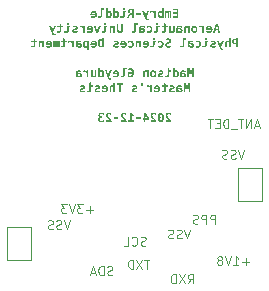
<source format=gbr>
%TF.GenerationSoftware,KiCad,Pcbnew,8.0.7-8.0.7-0~ubuntu24.04.1*%
%TF.CreationDate,2024-12-23T11:48:45-05:00*%
%TF.ProjectId,gnssBoard,676e7373-426f-4617-9264-2e6b69636164,rev?*%
%TF.SameCoordinates,Original*%
%TF.FileFunction,Legend,Bot*%
%TF.FilePolarity,Positive*%
%FSLAX46Y46*%
G04 Gerber Fmt 4.6, Leading zero omitted, Abs format (unit mm)*
G04 Created by KiCad (PCBNEW 8.0.7-8.0.7-0~ubuntu24.04.1) date 2024-12-23 11:48:45*
%MOMM*%
%LPD*%
G01*
G04 APERTURE LIST*
%ADD10C,0.187500*%
%ADD11C,0.120000*%
G04 APERTURE END LIST*
D10*
G36*
X143703576Y-93239212D02*
G01*
X143226753Y-93239212D01*
X143226753Y-93368172D01*
X143552267Y-93368172D01*
X143552267Y-93532303D01*
X143257527Y-93532303D01*
X143257527Y-93661263D01*
X143552267Y-93661263D01*
X143552267Y-93872289D01*
X143226753Y-93872289D01*
X143226753Y-94001250D01*
X143703576Y-94001250D01*
X143703576Y-93239212D01*
G37*
G36*
X143115928Y-93426790D02*
G01*
X143021772Y-93426790D01*
X143006751Y-93490904D01*
X142988705Y-93457488D01*
X142966085Y-93435217D01*
X142933028Y-93418924D01*
X142904352Y-93415067D01*
X142867792Y-93421064D01*
X142839139Y-93436316D01*
X142813972Y-93463261D01*
X142804335Y-93488706D01*
X142784975Y-93456489D01*
X142756763Y-93431247D01*
X142721740Y-93417656D01*
X142694609Y-93415067D01*
X142657400Y-93419066D01*
X142621407Y-93434816D01*
X142595848Y-93462514D01*
X142594042Y-93465625D01*
X142580405Y-93503154D01*
X142572884Y-93544485D01*
X142568587Y-93588367D01*
X142566520Y-93630898D01*
X142565859Y-93668825D01*
X142565832Y-93678849D01*
X142565832Y-94001250D01*
X142688930Y-94001250D01*
X142688930Y-93637999D01*
X142690077Y-93600234D01*
X142695339Y-93563805D01*
X142698639Y-93554102D01*
X142729776Y-93532495D01*
X142734542Y-93532303D01*
X142767391Y-93549755D01*
X142769347Y-93553552D01*
X142778086Y-93591722D01*
X142780113Y-93630500D01*
X142780155Y-93637999D01*
X142780155Y-94001250D01*
X142901788Y-94001250D01*
X142901788Y-93637999D01*
X142903000Y-93601143D01*
X142908560Y-93564419D01*
X142912046Y-93554102D01*
X142942732Y-93532495D01*
X142947400Y-93532303D01*
X142980856Y-93548852D01*
X142982754Y-93552453D01*
X142991049Y-93589528D01*
X142992922Y-93626166D01*
X142993012Y-93637999D01*
X142993012Y-94001250D01*
X143115928Y-94001250D01*
X143115928Y-93426790D01*
G37*
G36*
X142449511Y-94001250D02*
G01*
X142314689Y-94001250D01*
X142299851Y-93914971D01*
X142283563Y-93943204D01*
X142256042Y-93974691D01*
X142223016Y-93996799D01*
X142184485Y-94009528D01*
X142147077Y-94012973D01*
X142123510Y-94011731D01*
X142085435Y-94003579D01*
X142051392Y-93987819D01*
X142021381Y-93964450D01*
X141995402Y-93933472D01*
X141979571Y-93907090D01*
X141964115Y-93871525D01*
X141952523Y-93831695D01*
X141945815Y-93795248D01*
X141941790Y-93755839D01*
X141940448Y-93713470D01*
X141940513Y-93710906D01*
X142090657Y-93710906D01*
X142091355Y-93735900D01*
X142095373Y-93772468D01*
X142104164Y-93808571D01*
X142119234Y-93842431D01*
X142128563Y-93856521D01*
X142157088Y-93881979D01*
X142194705Y-93891340D01*
X142211902Y-93889640D01*
X142246869Y-93872450D01*
X142271092Y-93842980D01*
X142279377Y-93827032D01*
X142291734Y-93790467D01*
X142298054Y-93752236D01*
X142299851Y-93714020D01*
X142299597Y-93699223D01*
X142295781Y-93658215D01*
X142286171Y-93618598D01*
X142270908Y-93585243D01*
X142259359Y-93568746D01*
X142229564Y-93544711D01*
X142193239Y-93536700D01*
X142176032Y-93538342D01*
X142141490Y-93554946D01*
X142118135Y-93583411D01*
X142110219Y-93598792D01*
X142098412Y-93634598D01*
X142092375Y-93672575D01*
X142090657Y-93710906D01*
X141940513Y-93710906D01*
X141941309Y-93679350D01*
X141944809Y-93639396D01*
X141951002Y-93602438D01*
X141961986Y-93562045D01*
X141976847Y-93525966D01*
X141995586Y-93494201D01*
X142010014Y-93475654D01*
X142038363Y-93449147D01*
X142070657Y-93430214D01*
X142106895Y-93418853D01*
X142147077Y-93415067D01*
X142176744Y-93417334D01*
X142214672Y-93428127D01*
X142248391Y-93447808D01*
X142277904Y-93476378D01*
X142299851Y-93507940D01*
X142299851Y-93204041D01*
X142449511Y-93204041D01*
X142449511Y-94001250D01*
G37*
G36*
X141771188Y-93426790D02*
G01*
X141635999Y-93426790D01*
X141620978Y-93513435D01*
X141601220Y-93481450D01*
X141574919Y-93455287D01*
X141553750Y-93441079D01*
X141517489Y-93425228D01*
X141480402Y-93417124D01*
X141447322Y-93415067D01*
X141408735Y-93417714D01*
X141371974Y-93425657D01*
X141337037Y-93438895D01*
X141330268Y-93442178D01*
X141330268Y-93586708D01*
X141360715Y-93562534D01*
X141396001Y-93546272D01*
X141436127Y-93537921D01*
X141460511Y-93536700D01*
X141498854Y-93539633D01*
X141535452Y-93549638D01*
X141566207Y-93566741D01*
X141592242Y-93592871D01*
X141609621Y-93626470D01*
X141616399Y-93653020D01*
X141619696Y-93685260D01*
X141620917Y-93721973D01*
X141620978Y-93734536D01*
X141620978Y-94001250D01*
X141771188Y-94001250D01*
X141771188Y-93426790D01*
G37*
G36*
X141193065Y-94095039D02*
G01*
X141176578Y-94095039D01*
X141161191Y-94095039D01*
X141123672Y-94094169D01*
X141100741Y-94092291D01*
X141065827Y-94080541D01*
X141063005Y-94078552D01*
X141039604Y-94049821D01*
X141036627Y-94044114D01*
X141021414Y-94009466D01*
X141009516Y-93978169D01*
X141227869Y-93426790D01*
X141069966Y-93426790D01*
X140938625Y-93796086D01*
X140813145Y-93426790D01*
X140655242Y-93426790D01*
X140893562Y-94058219D01*
X140908358Y-94093001D01*
X140925819Y-94125539D01*
X140931297Y-94134423D01*
X140954664Y-94164337D01*
X140982860Y-94188132D01*
X140986985Y-94190843D01*
X141021490Y-94206227D01*
X141059868Y-94212087D01*
X141068867Y-94212275D01*
X141193065Y-94212275D01*
X141193065Y-94095039D01*
G37*
G36*
X140518222Y-93614369D02*
G01*
X140112840Y-93614369D01*
X140112840Y-93766776D01*
X140518222Y-93766776D01*
X140518222Y-93614369D01*
G37*
G36*
X139931856Y-94001250D02*
G01*
X139780547Y-94001250D01*
X139780547Y-93696434D01*
X139732370Y-93696434D01*
X139713334Y-93698967D01*
X139681079Y-93717867D01*
X139676863Y-93722088D01*
X139654646Y-93751455D01*
X139636932Y-93783812D01*
X139626308Y-93806527D01*
X139533984Y-94001250D01*
X139367838Y-94001250D01*
X139506324Y-93726293D01*
X139511036Y-93717080D01*
X139529221Y-93684894D01*
X139546807Y-93661447D01*
X139552880Y-93655850D01*
X139586191Y-93640381D01*
X139556870Y-93634762D01*
X139520978Y-93621330D01*
X139503461Y-93610658D01*
X139475549Y-93584877D01*
X139461317Y-93564677D01*
X139446606Y-93531021D01*
X139439174Y-93495054D01*
X139437643Y-93467640D01*
X139593518Y-93467640D01*
X139593860Y-93480846D01*
X139600662Y-93518565D01*
X139620080Y-93549522D01*
X139635685Y-93560582D01*
X139670566Y-93571814D01*
X139709289Y-93574801D01*
X139780547Y-93574801D01*
X139780547Y-93360845D01*
X139709289Y-93360845D01*
X139690738Y-93361449D01*
X139653184Y-93367824D01*
X139620080Y-93385574D01*
X139612428Y-93393953D01*
X139597254Y-93428966D01*
X139593518Y-93467640D01*
X139437643Y-93467640D01*
X139437081Y-93457565D01*
X139437843Y-93433904D01*
X139442699Y-93396239D01*
X139453018Y-93359562D01*
X139456118Y-93351739D01*
X139474460Y-93319061D01*
X139501195Y-93291052D01*
X139514015Y-93281788D01*
X139549616Y-93263715D01*
X139586466Y-93252172D01*
X139629163Y-93244274D01*
X139669211Y-93240477D01*
X139713319Y-93239212D01*
X139931856Y-93239212D01*
X139931856Y-94001250D01*
G37*
G36*
X139137212Y-93356448D02*
G01*
X139152599Y-93341061D01*
X139152599Y-93195981D01*
X139137212Y-93180594D01*
X139017777Y-93180594D01*
X139002390Y-93195981D01*
X139002390Y-93341061D01*
X139017777Y-93356448D01*
X139137212Y-93356448D01*
G37*
G36*
X138952014Y-94001250D02*
G01*
X138989957Y-93999330D01*
X139028900Y-93992240D01*
X139066386Y-93977740D01*
X139096385Y-93956417D01*
X139105704Y-93946661D01*
X139126221Y-93914959D01*
X139139364Y-93880139D01*
X139148019Y-93838709D01*
X139151866Y-93797937D01*
X139152599Y-93768059D01*
X139152599Y-93548423D01*
X139274049Y-93548423D01*
X139274049Y-93426790D01*
X139002390Y-93426790D01*
X139002390Y-93758716D01*
X139000314Y-93795746D01*
X138991412Y-93833081D01*
X138981140Y-93851773D01*
X138950407Y-93873499D01*
X138913141Y-93879589D01*
X138910066Y-93879617D01*
X138790081Y-93879617D01*
X138790081Y-94001250D01*
X138952014Y-94001250D01*
G37*
G36*
X138331210Y-93507940D02*
G01*
X138345684Y-93486173D01*
X138374114Y-93455064D01*
X138406487Y-93432843D01*
X138442806Y-93419511D01*
X138483068Y-93415067D01*
X138506644Y-93416306D01*
X138544776Y-93424439D01*
X138578928Y-93440163D01*
X138609100Y-93463478D01*
X138635293Y-93494385D01*
X138651230Y-93520674D01*
X138666789Y-93556188D01*
X138678458Y-93596031D01*
X138685211Y-93632538D01*
X138689263Y-93672051D01*
X138690614Y-93714569D01*
X138689758Y-93748444D01*
X138686281Y-93788171D01*
X138680130Y-93824990D01*
X138669218Y-93865337D01*
X138654456Y-93901498D01*
X138635842Y-93933472D01*
X138621448Y-93952105D01*
X138593104Y-93978735D01*
X138560745Y-93997756D01*
X138524372Y-94009169D01*
X138483984Y-94012973D01*
X138452530Y-94010581D01*
X138413213Y-93999192D01*
X138379400Y-93978423D01*
X138351093Y-93948276D01*
X138331210Y-93914971D01*
X138316372Y-94001250D01*
X138181550Y-94001250D01*
X138181550Y-93714020D01*
X138331210Y-93714020D01*
X138331463Y-93728818D01*
X138335255Y-93769850D01*
X138344804Y-93809528D01*
X138359970Y-93842980D01*
X138369418Y-93856912D01*
X138398294Y-93882084D01*
X138436357Y-93891340D01*
X138453361Y-93889621D01*
X138487977Y-93872235D01*
X138512011Y-93842431D01*
X138520191Y-93826323D01*
X138532391Y-93789172D01*
X138538630Y-93750107D01*
X138540404Y-93710906D01*
X138540164Y-93696027D01*
X138537179Y-93659311D01*
X138528650Y-93619469D01*
X138513110Y-93583411D01*
X138504027Y-93569954D01*
X138475765Y-93545640D01*
X138437822Y-93536700D01*
X138417451Y-93539022D01*
X138384642Y-93555662D01*
X138360153Y-93585243D01*
X138351815Y-93601138D01*
X138339379Y-93637624D01*
X138333019Y-93675815D01*
X138331210Y-93714020D01*
X138181550Y-93714020D01*
X138181550Y-93204041D01*
X138331210Y-93204041D01*
X138331210Y-93507940D01*
G37*
G36*
X137699598Y-93507940D02*
G01*
X137714072Y-93486173D01*
X137742502Y-93455064D01*
X137774875Y-93432843D01*
X137811194Y-93419511D01*
X137851456Y-93415067D01*
X137875032Y-93416306D01*
X137913164Y-93424439D01*
X137947316Y-93440163D01*
X137977488Y-93463478D01*
X138003681Y-93494385D01*
X138019618Y-93520674D01*
X138035177Y-93556188D01*
X138046846Y-93596031D01*
X138053599Y-93632538D01*
X138057651Y-93672051D01*
X138059002Y-93714569D01*
X138058146Y-93748444D01*
X138054669Y-93788171D01*
X138048518Y-93824990D01*
X138037606Y-93865337D01*
X138022844Y-93901498D01*
X138004230Y-93933472D01*
X137989836Y-93952105D01*
X137961492Y-93978735D01*
X137929133Y-93997756D01*
X137892760Y-94009169D01*
X137852372Y-94012973D01*
X137820918Y-94010581D01*
X137781601Y-93999192D01*
X137747788Y-93978423D01*
X137719481Y-93948276D01*
X137699598Y-93914971D01*
X137684760Y-94001250D01*
X137549938Y-94001250D01*
X137549938Y-93714020D01*
X137699598Y-93714020D01*
X137699851Y-93728818D01*
X137703643Y-93769850D01*
X137713192Y-93809528D01*
X137728358Y-93842980D01*
X137737806Y-93856912D01*
X137766682Y-93882084D01*
X137804745Y-93891340D01*
X137821749Y-93889621D01*
X137856365Y-93872235D01*
X137880399Y-93842431D01*
X137888579Y-93826323D01*
X137900779Y-93789172D01*
X137907018Y-93750107D01*
X137908792Y-93710906D01*
X137908552Y-93696027D01*
X137905567Y-93659311D01*
X137897038Y-93619469D01*
X137881498Y-93583411D01*
X137872415Y-93569954D01*
X137844153Y-93545640D01*
X137806210Y-93536700D01*
X137785839Y-93539022D01*
X137753030Y-93555662D01*
X137728541Y-93585243D01*
X137720203Y-93601138D01*
X137707767Y-93637624D01*
X137701407Y-93675815D01*
X137699598Y-93714020D01*
X137549938Y-93714020D01*
X137549938Y-93204041D01*
X137699598Y-93204041D01*
X137699598Y-93507940D01*
G37*
G36*
X137069635Y-94001250D02*
G01*
X137107515Y-93999311D01*
X137146401Y-93992150D01*
X137183845Y-93977504D01*
X137213824Y-93955965D01*
X137223141Y-93946112D01*
X137243658Y-93914089D01*
X137256801Y-93878913D01*
X137265457Y-93837057D01*
X137269303Y-93795865D01*
X137270036Y-93765677D01*
X137270036Y-93325674D01*
X137422260Y-93325674D01*
X137422260Y-93204041D01*
X137119827Y-93204041D01*
X137119827Y-93757434D01*
X137117752Y-93794868D01*
X137108849Y-93832568D01*
X137098578Y-93851407D01*
X137067935Y-93873418D01*
X137030589Y-93879589D01*
X137027503Y-93879617D01*
X136907519Y-93879617D01*
X136907519Y-94001250D01*
X137069635Y-94001250D01*
G37*
G36*
X136526192Y-93415214D02*
G01*
X136565469Y-93418052D01*
X136601696Y-93424501D01*
X136639363Y-93436293D01*
X136673046Y-93452802D01*
X136695643Y-93467953D01*
X136725411Y-93494689D01*
X136750222Y-93526235D01*
X136768117Y-93558315D01*
X136771955Y-93566878D01*
X136784829Y-93602948D01*
X136793742Y-93641926D01*
X136798291Y-93678417D01*
X136799808Y-93717134D01*
X136798603Y-93752024D01*
X136793707Y-93792659D01*
X136785046Y-93829984D01*
X136769683Y-93870406D01*
X136748897Y-93906062D01*
X136722688Y-93936953D01*
X136696853Y-93958853D01*
X136661270Y-93980234D01*
X136620689Y-93996269D01*
X136583054Y-94005549D01*
X136541949Y-94011117D01*
X136497374Y-94012973D01*
X136483567Y-94012803D01*
X136442431Y-94010248D01*
X136401719Y-94004628D01*
X136361433Y-93995943D01*
X136321571Y-93984192D01*
X136282135Y-93969376D01*
X136282135Y-93834187D01*
X136295248Y-93841108D01*
X136334502Y-93859192D01*
X136373627Y-93873257D01*
X136412624Y-93883303D01*
X136451491Y-93889331D01*
X136490230Y-93891340D01*
X136518252Y-93890245D01*
X136558831Y-93883555D01*
X136597420Y-93867498D01*
X136624983Y-93842682D01*
X136641521Y-93809109D01*
X136647034Y-93766776D01*
X136257955Y-93766776D01*
X136257955Y-93705410D01*
X136257986Y-93700016D01*
X136259924Y-93663427D01*
X136262011Y-93649540D01*
X136409263Y-93649540D01*
X136645568Y-93649540D01*
X136643172Y-93633204D01*
X136631123Y-93596423D01*
X136608749Y-93566009D01*
X136596158Y-93556048D01*
X136560220Y-93540821D01*
X136522103Y-93536700D01*
X136508897Y-93537146D01*
X136471432Y-93544765D01*
X136438572Y-93565276D01*
X136428612Y-93576945D01*
X136413385Y-93611587D01*
X136409263Y-93649540D01*
X136262011Y-93649540D01*
X136265832Y-93624123D01*
X136275678Y-93587498D01*
X136289462Y-93553552D01*
X136299943Y-93533871D01*
X136322010Y-93501961D01*
X136348192Y-93474572D01*
X136378489Y-93451703D01*
X136400737Y-93439252D01*
X136436910Y-93425406D01*
X136476445Y-93417356D01*
X136514410Y-93415067D01*
X136526192Y-93415214D01*
G37*
G36*
X147246685Y-95261250D02*
G01*
X147095376Y-95261250D01*
X147049214Y-95073671D01*
X146846798Y-95073671D01*
X146799537Y-95261250D01*
X146648229Y-95261250D01*
X146732073Y-94952038D01*
X146875924Y-94952038D01*
X147018989Y-94952038D01*
X146947731Y-94639713D01*
X146875924Y-94952038D01*
X146732073Y-94952038D01*
X146854858Y-94499212D01*
X147040055Y-94499212D01*
X147246685Y-95261250D01*
G37*
G36*
X146316178Y-94675214D02*
G01*
X146355455Y-94678052D01*
X146391682Y-94684501D01*
X146429349Y-94696293D01*
X146463032Y-94712802D01*
X146485630Y-94727953D01*
X146515397Y-94754689D01*
X146540208Y-94786235D01*
X146558103Y-94818315D01*
X146561941Y-94826878D01*
X146574815Y-94862948D01*
X146583728Y-94901926D01*
X146588277Y-94938417D01*
X146589794Y-94977134D01*
X146588589Y-95012024D01*
X146583693Y-95052659D01*
X146575032Y-95089984D01*
X146559669Y-95130406D01*
X146538883Y-95166062D01*
X146512674Y-95196953D01*
X146486839Y-95218853D01*
X146451256Y-95240234D01*
X146410675Y-95256269D01*
X146373040Y-95265549D01*
X146331935Y-95271117D01*
X146287360Y-95272973D01*
X146273553Y-95272803D01*
X146232417Y-95270248D01*
X146191705Y-95264628D01*
X146151419Y-95255943D01*
X146111557Y-95244192D01*
X146072121Y-95229376D01*
X146072121Y-95094187D01*
X146085234Y-95101108D01*
X146124488Y-95119192D01*
X146163613Y-95133257D01*
X146202610Y-95143303D01*
X146241477Y-95149331D01*
X146280216Y-95151340D01*
X146308238Y-95150245D01*
X146348818Y-95143555D01*
X146387406Y-95127498D01*
X146414969Y-95102682D01*
X146431507Y-95069109D01*
X146437020Y-95026776D01*
X146047941Y-95026776D01*
X146047941Y-94965410D01*
X146047972Y-94960016D01*
X146049910Y-94923427D01*
X146051997Y-94909540D01*
X146199249Y-94909540D01*
X146435554Y-94909540D01*
X146433158Y-94893204D01*
X146421109Y-94856423D01*
X146398735Y-94826009D01*
X146386144Y-94816048D01*
X146350206Y-94800821D01*
X146312089Y-94796700D01*
X146298883Y-94797146D01*
X146261419Y-94804765D01*
X146228558Y-94825276D01*
X146218598Y-94836945D01*
X146203371Y-94871587D01*
X146199249Y-94909540D01*
X146051997Y-94909540D01*
X146055818Y-94884123D01*
X146065664Y-94847498D01*
X146079448Y-94813552D01*
X146089929Y-94793871D01*
X146111996Y-94761961D01*
X146138178Y-94734572D01*
X146168475Y-94711703D01*
X146190723Y-94699252D01*
X146226896Y-94685406D01*
X146266431Y-94677356D01*
X146304396Y-94675067D01*
X146316178Y-94675214D01*
G37*
G36*
X145876666Y-94686790D02*
G01*
X145741477Y-94686790D01*
X145726456Y-94773435D01*
X145706698Y-94741450D01*
X145680397Y-94715287D01*
X145659228Y-94701079D01*
X145622967Y-94685228D01*
X145585880Y-94677124D01*
X145552800Y-94675067D01*
X145514213Y-94677714D01*
X145477452Y-94685657D01*
X145442515Y-94698895D01*
X145435746Y-94702178D01*
X145435746Y-94846708D01*
X145466193Y-94822534D01*
X145501479Y-94806272D01*
X145541605Y-94797921D01*
X145565989Y-94796700D01*
X145604332Y-94799633D01*
X145640930Y-94809638D01*
X145671685Y-94826741D01*
X145697720Y-94852871D01*
X145715099Y-94886470D01*
X145721877Y-94913020D01*
X145725174Y-94945260D01*
X145726395Y-94981973D01*
X145726456Y-94994536D01*
X145726456Y-95261250D01*
X145876666Y-95261250D01*
X145876666Y-94686790D01*
G37*
G36*
X145080526Y-94676355D02*
G01*
X145118342Y-94682079D01*
X145157545Y-94693993D01*
X145193213Y-94711703D01*
X145211318Y-94723894D01*
X145240527Y-94749580D01*
X145265389Y-94780077D01*
X145285903Y-94815384D01*
X145289852Y-94823863D01*
X145303098Y-94859738D01*
X145312269Y-94898750D01*
X145316949Y-94935459D01*
X145318510Y-94974569D01*
X145318478Y-94980258D01*
X145316495Y-95018739D01*
X145310450Y-95059841D01*
X145300375Y-95097874D01*
X145286270Y-95132839D01*
X145275471Y-95152995D01*
X145252675Y-95185557D01*
X145225561Y-95213338D01*
X145194129Y-95236337D01*
X145166959Y-95250612D01*
X145128962Y-95263814D01*
X145092291Y-95270683D01*
X145052895Y-95272973D01*
X145022919Y-95271685D01*
X144985436Y-95265961D01*
X144946661Y-95254047D01*
X144911479Y-95236337D01*
X144893532Y-95224132D01*
X144864541Y-95198354D01*
X144839809Y-95167679D01*
X144819338Y-95132106D01*
X144815390Y-95123557D01*
X144802143Y-95087373D01*
X144792973Y-95048006D01*
X144788292Y-95010949D01*
X144786833Y-94974020D01*
X144936941Y-94974020D01*
X144937428Y-94993875D01*
X144942081Y-95034719D01*
X144951660Y-95070260D01*
X144968082Y-95103530D01*
X144982696Y-95122159D01*
X145015509Y-95144617D01*
X145052346Y-95151340D01*
X145074615Y-95149044D01*
X145110392Y-95132593D01*
X145136976Y-95103346D01*
X145146000Y-95087486D01*
X145159460Y-95050936D01*
X145166342Y-95012534D01*
X145168300Y-94974020D01*
X145167811Y-94954168D01*
X145163131Y-94913351D01*
X145153495Y-94877866D01*
X145136976Y-94844693D01*
X145119940Y-94823696D01*
X145089234Y-94803449D01*
X145052346Y-94796700D01*
X145030094Y-94798979D01*
X144994443Y-94815304D01*
X144968082Y-94844327D01*
X144959111Y-94860051D01*
X144945730Y-94896545D01*
X144938888Y-94935140D01*
X144936941Y-94974020D01*
X144786833Y-94974020D01*
X144786732Y-94971455D01*
X144786763Y-94965733D01*
X144788724Y-94927079D01*
X144794700Y-94885909D01*
X144804661Y-94847945D01*
X144818606Y-94813186D01*
X144829184Y-94793158D01*
X144851629Y-94760893D01*
X144878450Y-94733497D01*
X144909647Y-94710970D01*
X144936602Y-94696981D01*
X144974402Y-94684043D01*
X145010970Y-94677311D01*
X145050331Y-94675067D01*
X145080526Y-94676355D01*
G37*
G36*
X144648979Y-94686790D02*
G01*
X144514523Y-94686790D01*
X144499685Y-94774535D01*
X144482781Y-94739228D01*
X144458560Y-94711298D01*
X144444914Y-94700895D01*
X144410847Y-94684172D01*
X144374409Y-94676303D01*
X144350942Y-94675067D01*
X144313401Y-94678490D01*
X144276887Y-94690525D01*
X144246431Y-94711224D01*
X144229492Y-94729838D01*
X144209391Y-94764558D01*
X144197046Y-94802159D01*
X144190508Y-94840263D01*
X144187950Y-94883223D01*
X144187909Y-94889756D01*
X144187909Y-95261250D01*
X144337203Y-95261250D01*
X144337203Y-94912654D01*
X144339238Y-94875052D01*
X144347713Y-94838276D01*
X144354422Y-94824543D01*
X144383087Y-94800615D01*
X144407362Y-94796700D01*
X144444008Y-94804790D01*
X144472202Y-94829061D01*
X144475322Y-94833519D01*
X144491096Y-94867819D01*
X144498520Y-94907262D01*
X144499685Y-94933720D01*
X144499685Y-95261250D01*
X144648979Y-95261250D01*
X144648979Y-94686790D01*
G37*
G36*
X143821191Y-94676051D02*
G01*
X143857790Y-94679406D01*
X143894085Y-94685142D01*
X143926919Y-94692673D01*
X143963242Y-94703809D01*
X143999781Y-94717931D01*
X143999781Y-94846892D01*
X143971829Y-94833187D01*
X143937585Y-94818956D01*
X143900130Y-94806591D01*
X143871667Y-94799685D01*
X143832679Y-94793992D01*
X143795900Y-94792303D01*
X143780721Y-94792723D01*
X143743510Y-94797616D01*
X143734414Y-94799943D01*
X143702294Y-94817766D01*
X143695241Y-94826112D01*
X143686174Y-94862279D01*
X143686174Y-94886092D01*
X143790221Y-94886092D01*
X143816050Y-94886585D01*
X143853762Y-94889169D01*
X143890238Y-94893969D01*
X143904881Y-94896696D01*
X143940689Y-94906798D01*
X143975601Y-94922546D01*
X143982504Y-94926575D01*
X144012863Y-94951165D01*
X144034952Y-94980798D01*
X144045490Y-95003674D01*
X144054175Y-95039631D01*
X144056751Y-95078067D01*
X144056697Y-95083921D01*
X144053305Y-95122489D01*
X144042967Y-95161415D01*
X144025736Y-95194846D01*
X144001613Y-95222781D01*
X143998134Y-95225869D01*
X143967903Y-95247044D01*
X143933413Y-95261945D01*
X143894665Y-95270571D01*
X143857266Y-95272973D01*
X143831116Y-95271782D01*
X143793782Y-95265531D01*
X143758714Y-95253922D01*
X143739566Y-95244499D01*
X143707866Y-95221651D01*
X143683059Y-95194388D01*
X143676099Y-95229193D01*
X143661994Y-95261250D01*
X143513250Y-95261250D01*
X143517496Y-95254846D01*
X143530835Y-95220400D01*
X143533055Y-95209705D01*
X143537979Y-95172223D01*
X143538069Y-95170743D01*
X143539445Y-95133572D01*
X143539436Y-95129241D01*
X143538895Y-95092356D01*
X143538629Y-95078302D01*
X143538346Y-95040149D01*
X143538225Y-95014847D01*
X143538007Y-95001680D01*
X143686174Y-95001680D01*
X143686184Y-95004107D01*
X143689276Y-95042787D01*
X143697165Y-95078800D01*
X143710849Y-95111835D01*
X143734534Y-95142364D01*
X143737913Y-95145403D01*
X143770817Y-95162657D01*
X143808173Y-95167460D01*
X143841337Y-95163183D01*
X143873569Y-95145112D01*
X143891017Y-95117955D01*
X143896833Y-95081548D01*
X143893587Y-95052688D01*
X143873752Y-95019815D01*
X143853094Y-95006932D01*
X143816050Y-94996368D01*
X143783431Y-94992950D01*
X143746074Y-94991605D01*
X143686174Y-94991605D01*
X143686174Y-95001680D01*
X143538007Y-95001680D01*
X143537613Y-94977867D01*
X143537327Y-94964777D01*
X143536880Y-94926759D01*
X143537453Y-94900390D01*
X143540750Y-94861381D01*
X143547963Y-94822176D01*
X143560327Y-94784426D01*
X143580066Y-94749561D01*
X143607294Y-94721536D01*
X143638546Y-94701994D01*
X143668405Y-94690214D01*
X143707908Y-94680983D01*
X143748277Y-94676355D01*
X143787656Y-94675067D01*
X143821191Y-94676051D01*
G37*
G36*
X143227852Y-95272973D02*
G01*
X143265427Y-95269550D01*
X143302061Y-95257515D01*
X143332725Y-95236815D01*
X143349851Y-95218202D01*
X143370129Y-95183363D01*
X143382583Y-95145802D01*
X143389178Y-95107846D01*
X143391759Y-95065139D01*
X143391800Y-95058650D01*
X143391800Y-94686790D01*
X143241591Y-94686790D01*
X143241591Y-95036302D01*
X143239105Y-95075397D01*
X143228057Y-95114941D01*
X143201817Y-95144150D01*
X143170882Y-95151340D01*
X143134751Y-95143491D01*
X143105528Y-95117817D01*
X143104021Y-95115620D01*
X143088484Y-95081762D01*
X143081172Y-95042190D01*
X143080024Y-95015419D01*
X143080024Y-94686790D01*
X142929815Y-94686790D01*
X142929815Y-95261250D01*
X143065186Y-95261250D01*
X143080024Y-95174971D01*
X143095714Y-95208276D01*
X143121035Y-95238423D01*
X143153912Y-95259192D01*
X143194345Y-95270581D01*
X143227852Y-95272973D01*
G37*
G36*
X142418187Y-95261250D02*
G01*
X142458212Y-95260185D01*
X142497767Y-95256442D01*
X142534918Y-95249121D01*
X142550811Y-95244214D01*
X142585180Y-95226172D01*
X142611847Y-95197681D01*
X142618771Y-95185229D01*
X142630939Y-95149500D01*
X142636788Y-95112996D01*
X142638719Y-95074911D01*
X142638738Y-95070374D01*
X142638738Y-94808423D01*
X142785284Y-94808423D01*
X142785284Y-94686790D01*
X142638738Y-94686790D01*
X142638738Y-94530536D01*
X142488529Y-94464041D01*
X142488529Y-94686790D01*
X142292158Y-94686790D01*
X142292158Y-94808423D01*
X142488529Y-94808423D01*
X142488529Y-95070740D01*
X142481748Y-95106925D01*
X142469295Y-95123497D01*
X142434031Y-95137712D01*
X142407562Y-95139617D01*
X142292158Y-95139617D01*
X142292158Y-95261250D01*
X142418187Y-95261250D01*
G37*
G36*
X141979466Y-94616448D02*
G01*
X141994853Y-94601061D01*
X141994853Y-94455981D01*
X141979466Y-94440594D01*
X141860031Y-94440594D01*
X141844644Y-94455981D01*
X141844644Y-94601061D01*
X141860031Y-94616448D01*
X141979466Y-94616448D01*
G37*
G36*
X141794268Y-95261250D02*
G01*
X141832211Y-95259330D01*
X141871154Y-95252240D01*
X141908640Y-95237740D01*
X141938639Y-95216417D01*
X141947958Y-95206661D01*
X141968475Y-95174959D01*
X141981618Y-95140139D01*
X141990273Y-95098709D01*
X141994120Y-95057937D01*
X141994853Y-95028059D01*
X141994853Y-94808423D01*
X142116303Y-94808423D01*
X142116303Y-94686790D01*
X141844644Y-94686790D01*
X141844644Y-95018716D01*
X141842568Y-95055746D01*
X141833666Y-95093081D01*
X141823394Y-95111773D01*
X141792661Y-95133499D01*
X141755395Y-95139589D01*
X141752320Y-95139617D01*
X141632335Y-95139617D01*
X141632335Y-95261250D01*
X141794268Y-95261250D01*
G37*
G36*
X141215596Y-95272973D02*
G01*
X141256706Y-95271055D01*
X141294855Y-95265299D01*
X141336725Y-95253327D01*
X141374333Y-95235829D01*
X141407677Y-95212806D01*
X141427538Y-95194388D01*
X141453248Y-95162680D01*
X141473640Y-95126631D01*
X141488711Y-95086241D01*
X141497208Y-95049268D01*
X141502010Y-95009280D01*
X141503192Y-94975119D01*
X141501358Y-94932495D01*
X141495858Y-94892895D01*
X141486690Y-94856317D01*
X141470847Y-94816415D01*
X141449724Y-94780866D01*
X141428087Y-94754568D01*
X141397895Y-94727550D01*
X141363644Y-94706122D01*
X141325337Y-94690284D01*
X141282973Y-94680035D01*
X141244570Y-94675765D01*
X141220176Y-94675067D01*
X141180624Y-94677188D01*
X141141792Y-94683552D01*
X141103678Y-94694158D01*
X141066283Y-94709007D01*
X141045237Y-94719397D01*
X141045237Y-94857516D01*
X141075215Y-94833819D01*
X141111451Y-94813864D01*
X141149793Y-94801510D01*
X141190242Y-94796759D01*
X141195446Y-94796700D01*
X141235102Y-94800366D01*
X141272604Y-94813038D01*
X141303201Y-94834762D01*
X141311034Y-94843045D01*
X141332093Y-94875724D01*
X141344377Y-94911682D01*
X141349993Y-94948851D01*
X141350968Y-94974569D01*
X141348483Y-95014549D01*
X141339749Y-95053723D01*
X141322669Y-95090045D01*
X141311217Y-95105362D01*
X141283046Y-95129608D01*
X141248220Y-95144874D01*
X141211187Y-95150936D01*
X141197644Y-95151340D01*
X141160361Y-95148579D01*
X141120456Y-95138661D01*
X141083436Y-95121531D01*
X141049301Y-95097188D01*
X141045237Y-95093638D01*
X141045237Y-95229742D01*
X141079498Y-95246587D01*
X141115441Y-95259295D01*
X141153068Y-95267865D01*
X141192378Y-95272298D01*
X141215596Y-95272973D01*
G37*
G36*
X140663131Y-94676051D02*
G01*
X140699730Y-94679406D01*
X140736025Y-94685142D01*
X140768859Y-94692673D01*
X140805182Y-94703809D01*
X140841721Y-94717931D01*
X140841721Y-94846892D01*
X140813769Y-94833187D01*
X140779525Y-94818956D01*
X140742070Y-94806591D01*
X140713607Y-94799685D01*
X140674619Y-94793992D01*
X140637840Y-94792303D01*
X140622661Y-94792723D01*
X140585450Y-94797616D01*
X140576354Y-94799943D01*
X140544234Y-94817766D01*
X140537181Y-94826112D01*
X140528114Y-94862279D01*
X140528114Y-94886092D01*
X140632161Y-94886092D01*
X140657990Y-94886585D01*
X140695702Y-94889169D01*
X140732178Y-94893969D01*
X140746821Y-94896696D01*
X140782629Y-94906798D01*
X140817541Y-94922546D01*
X140824444Y-94926575D01*
X140854803Y-94951165D01*
X140876892Y-94980798D01*
X140887430Y-95003674D01*
X140896115Y-95039631D01*
X140898691Y-95078067D01*
X140898637Y-95083921D01*
X140895245Y-95122489D01*
X140884907Y-95161415D01*
X140867676Y-95194846D01*
X140843553Y-95222781D01*
X140840074Y-95225869D01*
X140809843Y-95247044D01*
X140775353Y-95261945D01*
X140736605Y-95270571D01*
X140699206Y-95272973D01*
X140673056Y-95271782D01*
X140635722Y-95265531D01*
X140600654Y-95253922D01*
X140581506Y-95244499D01*
X140549806Y-95221651D01*
X140524999Y-95194388D01*
X140518039Y-95229193D01*
X140503934Y-95261250D01*
X140355190Y-95261250D01*
X140359436Y-95254846D01*
X140372775Y-95220400D01*
X140374995Y-95209705D01*
X140379919Y-95172223D01*
X140380009Y-95170743D01*
X140381385Y-95133572D01*
X140381376Y-95129241D01*
X140380835Y-95092356D01*
X140380569Y-95078302D01*
X140380286Y-95040149D01*
X140380165Y-95014847D01*
X140379947Y-95001680D01*
X140528114Y-95001680D01*
X140528124Y-95004107D01*
X140531215Y-95042787D01*
X140539104Y-95078800D01*
X140552789Y-95111835D01*
X140576474Y-95142364D01*
X140579852Y-95145403D01*
X140612757Y-95162657D01*
X140650113Y-95167460D01*
X140683277Y-95163183D01*
X140715509Y-95145112D01*
X140732957Y-95117955D01*
X140738773Y-95081548D01*
X140735527Y-95052688D01*
X140715692Y-95019815D01*
X140695034Y-95006932D01*
X140657990Y-94996368D01*
X140625371Y-94992950D01*
X140588014Y-94991605D01*
X140528114Y-94991605D01*
X140528114Y-95001680D01*
X140379947Y-95001680D01*
X140379553Y-94977867D01*
X140379267Y-94964777D01*
X140378820Y-94926759D01*
X140379393Y-94900390D01*
X140382690Y-94861381D01*
X140389903Y-94822176D01*
X140402267Y-94784426D01*
X140422006Y-94749561D01*
X140449234Y-94721536D01*
X140480486Y-94701994D01*
X140510345Y-94690214D01*
X140549848Y-94680983D01*
X140590217Y-94676355D01*
X140629596Y-94675067D01*
X140663131Y-94676051D01*
G37*
G36*
X139911889Y-95261250D02*
G01*
X139949769Y-95259311D01*
X139988655Y-95252150D01*
X140026099Y-95237504D01*
X140056078Y-95215965D01*
X140065395Y-95206112D01*
X140085912Y-95174089D01*
X140099055Y-95138913D01*
X140107711Y-95097057D01*
X140111557Y-95055865D01*
X140112290Y-95025677D01*
X140112290Y-94585674D01*
X140264514Y-94585674D01*
X140264514Y-94464041D01*
X139962081Y-94464041D01*
X139962081Y-95017434D01*
X139960006Y-95054868D01*
X139951103Y-95092568D01*
X139940832Y-95111407D01*
X139910189Y-95133418D01*
X139872843Y-95139589D01*
X139869757Y-95139617D01*
X139749773Y-95139617D01*
X139749773Y-95261250D01*
X139911889Y-95261250D01*
G37*
G36*
X138736775Y-95272973D02*
G01*
X138777567Y-95271260D01*
X138814764Y-95266122D01*
X138854653Y-95255433D01*
X138889365Y-95239812D01*
X138923317Y-95215353D01*
X138935711Y-95202814D01*
X138960051Y-95167703D01*
X138976155Y-95131343D01*
X138987867Y-95089200D01*
X138994272Y-95049663D01*
X138997627Y-95006110D01*
X138998176Y-94978050D01*
X138998176Y-94499212D01*
X138847051Y-94499212D01*
X138847051Y-95011755D01*
X138842930Y-95050954D01*
X138829162Y-95085453D01*
X138817742Y-95100599D01*
X138787909Y-95122262D01*
X138752421Y-95131516D01*
X138736775Y-95132289D01*
X138698404Y-95127059D01*
X138665465Y-95109728D01*
X138655809Y-95100599D01*
X138635773Y-95067906D01*
X138627215Y-95028946D01*
X138626500Y-95011755D01*
X138626500Y-94499212D01*
X138475375Y-94499212D01*
X138475375Y-94978050D01*
X138476342Y-95015622D01*
X138480272Y-95058780D01*
X138487226Y-95097707D01*
X138499560Y-95138835D01*
X138516249Y-95173871D01*
X138537290Y-95202814D01*
X138568061Y-95230152D01*
X138600171Y-95248239D01*
X138637574Y-95261394D01*
X138680271Y-95269616D01*
X138719896Y-95272699D01*
X138736775Y-95272973D01*
G37*
G36*
X138332859Y-94686790D02*
G01*
X138198403Y-94686790D01*
X138183565Y-94774535D01*
X138166661Y-94739228D01*
X138142440Y-94711298D01*
X138128794Y-94700895D01*
X138094727Y-94684172D01*
X138058289Y-94676303D01*
X138034822Y-94675067D01*
X137997281Y-94678490D01*
X137960767Y-94690525D01*
X137930311Y-94711224D01*
X137913372Y-94729838D01*
X137893271Y-94764558D01*
X137880926Y-94802159D01*
X137874388Y-94840263D01*
X137871830Y-94883223D01*
X137871789Y-94889756D01*
X137871789Y-95261250D01*
X138021083Y-95261250D01*
X138021083Y-94912654D01*
X138023118Y-94875052D01*
X138031593Y-94838276D01*
X138038302Y-94824543D01*
X138066967Y-94800615D01*
X138091242Y-94796700D01*
X138127888Y-94804790D01*
X138156082Y-94829061D01*
X138159202Y-94833519D01*
X138174976Y-94867819D01*
X138182400Y-94907262D01*
X138183565Y-94933720D01*
X138183565Y-95261250D01*
X138332859Y-95261250D01*
X138332859Y-94686790D01*
G37*
G36*
X137558182Y-94616448D02*
G01*
X137573569Y-94601061D01*
X137573569Y-94455981D01*
X137558182Y-94440594D01*
X137438747Y-94440594D01*
X137423360Y-94455981D01*
X137423360Y-94601061D01*
X137438747Y-94616448D01*
X137558182Y-94616448D01*
G37*
G36*
X137372984Y-95261250D02*
G01*
X137410927Y-95259330D01*
X137449870Y-95252240D01*
X137487356Y-95237740D01*
X137517355Y-95216417D01*
X137526674Y-95206661D01*
X137547191Y-95174959D01*
X137560334Y-95140139D01*
X137568989Y-95098709D01*
X137572836Y-95057937D01*
X137573569Y-95028059D01*
X137573569Y-94808423D01*
X137695019Y-94808423D01*
X137695019Y-94686790D01*
X137423360Y-94686790D01*
X137423360Y-95018716D01*
X137421284Y-95055746D01*
X137412382Y-95093081D01*
X137402110Y-95111773D01*
X137371377Y-95133499D01*
X137334111Y-95139589D01*
X137331036Y-95139617D01*
X137211051Y-95139617D01*
X137211051Y-95261250D01*
X137372984Y-95261250D01*
G37*
G36*
X137116713Y-94686790D02*
G01*
X136964488Y-94686790D01*
X136841939Y-95135403D01*
X136718841Y-94686790D01*
X136566617Y-94686790D01*
X136749066Y-95261250D01*
X136934263Y-95261250D01*
X137116713Y-94686790D01*
G37*
G36*
X136210386Y-94675214D02*
G01*
X136249663Y-94678052D01*
X136285890Y-94684501D01*
X136323557Y-94696293D01*
X136357240Y-94712802D01*
X136379837Y-94727953D01*
X136409605Y-94754689D01*
X136434416Y-94786235D01*
X136452311Y-94818315D01*
X136456149Y-94826878D01*
X136469023Y-94862948D01*
X136477936Y-94901926D01*
X136482485Y-94938417D01*
X136484002Y-94977134D01*
X136482797Y-95012024D01*
X136477901Y-95052659D01*
X136469240Y-95089984D01*
X136453877Y-95130406D01*
X136433091Y-95166062D01*
X136406882Y-95196953D01*
X136381047Y-95218853D01*
X136345464Y-95240234D01*
X136304883Y-95256269D01*
X136267248Y-95265549D01*
X136226143Y-95271117D01*
X136181568Y-95272973D01*
X136167761Y-95272803D01*
X136126625Y-95270248D01*
X136085913Y-95264628D01*
X136045627Y-95255943D01*
X136005765Y-95244192D01*
X135966329Y-95229376D01*
X135966329Y-95094187D01*
X135979442Y-95101108D01*
X136018696Y-95119192D01*
X136057821Y-95133257D01*
X136096817Y-95143303D01*
X136135685Y-95149331D01*
X136174424Y-95151340D01*
X136202446Y-95150245D01*
X136243025Y-95143555D01*
X136281614Y-95127498D01*
X136309177Y-95102682D01*
X136325715Y-95069109D01*
X136331228Y-95026776D01*
X135942149Y-95026776D01*
X135942149Y-94965410D01*
X135942180Y-94960016D01*
X135944118Y-94923427D01*
X135946205Y-94909540D01*
X136093457Y-94909540D01*
X136329762Y-94909540D01*
X136327366Y-94893204D01*
X136315317Y-94856423D01*
X136292943Y-94826009D01*
X136280352Y-94816048D01*
X136244414Y-94800821D01*
X136206297Y-94796700D01*
X136193091Y-94797146D01*
X136155626Y-94804765D01*
X136122766Y-94825276D01*
X136112806Y-94836945D01*
X136097579Y-94871587D01*
X136093457Y-94909540D01*
X135946205Y-94909540D01*
X135950026Y-94884123D01*
X135959872Y-94847498D01*
X135973656Y-94813552D01*
X135984137Y-94793871D01*
X136006204Y-94761961D01*
X136032386Y-94734572D01*
X136062683Y-94711703D01*
X136084931Y-94699252D01*
X136121104Y-94685406D01*
X136160639Y-94677356D01*
X136198604Y-94675067D01*
X136210386Y-94675214D01*
G37*
G36*
X135770874Y-94686790D02*
G01*
X135635685Y-94686790D01*
X135620664Y-94773435D01*
X135600906Y-94741450D01*
X135574605Y-94715287D01*
X135553436Y-94701079D01*
X135517175Y-94685228D01*
X135480088Y-94677124D01*
X135447007Y-94675067D01*
X135408421Y-94677714D01*
X135371660Y-94685657D01*
X135336723Y-94698895D01*
X135329954Y-94702178D01*
X135329954Y-94846708D01*
X135360401Y-94822534D01*
X135395687Y-94806272D01*
X135435813Y-94797921D01*
X135460197Y-94796700D01*
X135498540Y-94799633D01*
X135535138Y-94809638D01*
X135565893Y-94826741D01*
X135591927Y-94852871D01*
X135609307Y-94886470D01*
X135616085Y-94913020D01*
X135619382Y-94945260D01*
X135620603Y-94981973D01*
X135620664Y-94994536D01*
X135620664Y-95261250D01*
X135770874Y-95261250D01*
X135770874Y-94686790D01*
G37*
G36*
X134950767Y-95272973D02*
G01*
X134987784Y-95271756D01*
X135026295Y-95268105D01*
X135066301Y-95262019D01*
X135107800Y-95253499D01*
X135143524Y-95244539D01*
X135165457Y-95238352D01*
X135165457Y-95109758D01*
X135127587Y-95129368D01*
X135089679Y-95144920D01*
X135051733Y-95156416D01*
X135013747Y-95163854D01*
X134975724Y-95167235D01*
X134963040Y-95167460D01*
X134921856Y-95164471D01*
X134883768Y-95151844D01*
X134859925Y-95122990D01*
X134857344Y-95104995D01*
X134871461Y-95069755D01*
X134882440Y-95060665D01*
X134916420Y-95044820D01*
X134953566Y-95034258D01*
X134968169Y-95030990D01*
X135009569Y-95021647D01*
X135048294Y-95010991D01*
X135089441Y-94993461D01*
X135122519Y-94971253D01*
X135147529Y-94944367D01*
X135166892Y-94905929D01*
X135174153Y-94868751D01*
X135174799Y-94852570D01*
X135170975Y-94812270D01*
X135159503Y-94776916D01*
X135137456Y-94743054D01*
X135113616Y-94721045D01*
X135079487Y-94700930D01*
X135043970Y-94688043D01*
X135003176Y-94679557D01*
X134964011Y-94675785D01*
X134935746Y-94675067D01*
X134898958Y-94676336D01*
X134859949Y-94680544D01*
X134846170Y-94682760D01*
X134809787Y-94690463D01*
X134772376Y-94701067D01*
X134754762Y-94706940D01*
X134754762Y-94837916D01*
X134788104Y-94817393D01*
X134822888Y-94800626D01*
X134841041Y-94793952D01*
X134877416Y-94784811D01*
X134915052Y-94780789D01*
X134926038Y-94780580D01*
X134963811Y-94783028D01*
X134999595Y-94792766D01*
X135004989Y-94795417D01*
X135030462Y-94822046D01*
X135032650Y-94835351D01*
X135015478Y-94868448D01*
X135006638Y-94874918D01*
X134972612Y-94890718D01*
X134936814Y-94901425D01*
X134922923Y-94904777D01*
X134874197Y-94916501D01*
X134835763Y-94927755D01*
X134799176Y-94943892D01*
X134766783Y-94966139D01*
X134753846Y-94978966D01*
X134732258Y-95011725D01*
X134720408Y-95047217D01*
X134716076Y-95083809D01*
X134715928Y-95092539D01*
X134719597Y-95134828D01*
X134730605Y-95171479D01*
X134754685Y-95209363D01*
X134790232Y-95238437D01*
X134826926Y-95255353D01*
X134870958Y-95266630D01*
X134908799Y-95271387D01*
X134950767Y-95272973D01*
G37*
G36*
X134400122Y-94616448D02*
G01*
X134415509Y-94601061D01*
X134415509Y-94455981D01*
X134400122Y-94440594D01*
X134280687Y-94440594D01*
X134265300Y-94455981D01*
X134265300Y-94601061D01*
X134280687Y-94616448D01*
X134400122Y-94616448D01*
G37*
G36*
X134214924Y-95261250D02*
G01*
X134252867Y-95259330D01*
X134291810Y-95252240D01*
X134329296Y-95237740D01*
X134359295Y-95216417D01*
X134368614Y-95206661D01*
X134389131Y-95174959D01*
X134402274Y-95140139D01*
X134410929Y-95098709D01*
X134414776Y-95057937D01*
X134415509Y-95028059D01*
X134415509Y-94808423D01*
X134536959Y-94808423D01*
X134536959Y-94686790D01*
X134265300Y-94686790D01*
X134265300Y-95018716D01*
X134263224Y-95055746D01*
X134254322Y-95093081D01*
X134244050Y-95111773D01*
X134213317Y-95133499D01*
X134176051Y-95139589D01*
X134172976Y-95139617D01*
X134052991Y-95139617D01*
X134052991Y-95261250D01*
X134214924Y-95261250D01*
G37*
G36*
X133575619Y-95261250D02*
G01*
X133615644Y-95260185D01*
X133655199Y-95256442D01*
X133692350Y-95249121D01*
X133708243Y-95244214D01*
X133742612Y-95226172D01*
X133769279Y-95197681D01*
X133776203Y-95185229D01*
X133788371Y-95149500D01*
X133794220Y-95112996D01*
X133796151Y-95074911D01*
X133796170Y-95070374D01*
X133796170Y-94808423D01*
X133942716Y-94808423D01*
X133942716Y-94686790D01*
X133796170Y-94686790D01*
X133796170Y-94530536D01*
X133645961Y-94464041D01*
X133645961Y-94686790D01*
X133449589Y-94686790D01*
X133449589Y-94808423D01*
X133645961Y-94808423D01*
X133645961Y-95070740D01*
X133639180Y-95106925D01*
X133626727Y-95123497D01*
X133591463Y-95137712D01*
X133564994Y-95139617D01*
X133449589Y-95139617D01*
X133449589Y-95261250D01*
X133575619Y-95261250D01*
G37*
G36*
X133297915Y-95355039D02*
G01*
X133281428Y-95355039D01*
X133266041Y-95355039D01*
X133228522Y-95354169D01*
X133205591Y-95352291D01*
X133170677Y-95340541D01*
X133167855Y-95338552D01*
X133144454Y-95309821D01*
X133141477Y-95304114D01*
X133126264Y-95269466D01*
X133114366Y-95238169D01*
X133332719Y-94686790D01*
X133174816Y-94686790D01*
X133043475Y-95056086D01*
X132917995Y-94686790D01*
X132760092Y-94686790D01*
X132998412Y-95318219D01*
X133013208Y-95353001D01*
X133030669Y-95385539D01*
X133036147Y-95394423D01*
X133059514Y-95424337D01*
X133087710Y-95448132D01*
X133091835Y-95450843D01*
X133126340Y-95466227D01*
X133164718Y-95472087D01*
X133173717Y-95472275D01*
X133297915Y-95472275D01*
X133297915Y-95355039D01*
G37*
G36*
X148757388Y-96521250D02*
G01*
X148606263Y-96521250D01*
X148606263Y-96232554D01*
X148549842Y-96232554D01*
X148521005Y-96232065D01*
X148476364Y-96229074D01*
X148435997Y-96223364D01*
X148393201Y-96212922D01*
X148356562Y-96198566D01*
X148321598Y-96176867D01*
X148317349Y-96173308D01*
X148291384Y-96144604D01*
X148272028Y-96109274D01*
X148260698Y-96073717D01*
X148254224Y-96033291D01*
X148252538Y-95995883D01*
X148409891Y-95995883D01*
X148410616Y-96014826D01*
X148418267Y-96052770D01*
X148439567Y-96085276D01*
X148468186Y-96100904D01*
X148505599Y-96108893D01*
X148544164Y-96110922D01*
X148606263Y-96110922D01*
X148606263Y-95880845D01*
X148544164Y-95880845D01*
X148513551Y-95882081D01*
X148474193Y-95889017D01*
X148439567Y-95906673D01*
X148426584Y-95921866D01*
X148413398Y-95956663D01*
X148409891Y-95995883D01*
X148252538Y-95995883D01*
X148252605Y-95988098D01*
X148254966Y-95951232D01*
X148262249Y-95911528D01*
X148274389Y-95876769D01*
X148294689Y-95842468D01*
X148321598Y-95814899D01*
X148351054Y-95795974D01*
X148386667Y-95780965D01*
X148428437Y-95769871D01*
X148467948Y-95763617D01*
X148511735Y-95760082D01*
X148549842Y-95759212D01*
X148757388Y-95759212D01*
X148757388Y-96521250D01*
G37*
G36*
X148122845Y-95724041D02*
G01*
X147973551Y-95724041D01*
X147973551Y-96034351D01*
X147956647Y-95999163D01*
X147932426Y-95971292D01*
X147918780Y-95960895D01*
X147884713Y-95944172D01*
X147848275Y-95936303D01*
X147824808Y-95935067D01*
X147787267Y-95938490D01*
X147750753Y-95950525D01*
X147720297Y-95971224D01*
X147703358Y-95989838D01*
X147683257Y-96024558D01*
X147670912Y-96062159D01*
X147664374Y-96100263D01*
X147661816Y-96143223D01*
X147661775Y-96149756D01*
X147661775Y-96521250D01*
X147811069Y-96521250D01*
X147811069Y-96171921D01*
X147813125Y-96134549D01*
X147821690Y-96098004D01*
X147828471Y-96084360D01*
X147857451Y-96060589D01*
X147881777Y-96056700D01*
X147918383Y-96064709D01*
X147946456Y-96088739D01*
X147949555Y-96093153D01*
X147965092Y-96127127D01*
X147972403Y-96166484D01*
X147973551Y-96192987D01*
X147973551Y-96521250D01*
X148122845Y-96521250D01*
X148122845Y-95724041D01*
G37*
G36*
X147509185Y-96615039D02*
G01*
X147492698Y-96615039D01*
X147477311Y-96615039D01*
X147439792Y-96614169D01*
X147416861Y-96612291D01*
X147381947Y-96600541D01*
X147379125Y-96598552D01*
X147355724Y-96569821D01*
X147352747Y-96564114D01*
X147337534Y-96529466D01*
X147325636Y-96498169D01*
X147543989Y-95946790D01*
X147386086Y-95946790D01*
X147254745Y-96316086D01*
X147129265Y-95946790D01*
X146971362Y-95946790D01*
X147209682Y-96578219D01*
X147224478Y-96613001D01*
X147241939Y-96645539D01*
X147247417Y-96654423D01*
X147270784Y-96684337D01*
X147298980Y-96708132D01*
X147303105Y-96710843D01*
X147337610Y-96726227D01*
X147375988Y-96732087D01*
X147384987Y-96732275D01*
X147509185Y-96732275D01*
X147509185Y-96615039D01*
G37*
G36*
X146635589Y-96532973D02*
G01*
X146672606Y-96531756D01*
X146711117Y-96528105D01*
X146751123Y-96522019D01*
X146792622Y-96513499D01*
X146828346Y-96504539D01*
X146850279Y-96498352D01*
X146850279Y-96369758D01*
X146812409Y-96389368D01*
X146774501Y-96404920D01*
X146736555Y-96416416D01*
X146698569Y-96423854D01*
X146660546Y-96427235D01*
X146647862Y-96427460D01*
X146606678Y-96424471D01*
X146568590Y-96411844D01*
X146544747Y-96382990D01*
X146542166Y-96364995D01*
X146556283Y-96329755D01*
X146567262Y-96320665D01*
X146601242Y-96304820D01*
X146638388Y-96294258D01*
X146652991Y-96290990D01*
X146694391Y-96281647D01*
X146733116Y-96270991D01*
X146774263Y-96253461D01*
X146807341Y-96231253D01*
X146832351Y-96204367D01*
X146851714Y-96165929D01*
X146858975Y-96128751D01*
X146859621Y-96112570D01*
X146855797Y-96072270D01*
X146844325Y-96036916D01*
X146822278Y-96003054D01*
X146798438Y-95981045D01*
X146764309Y-95960930D01*
X146728792Y-95948043D01*
X146687999Y-95939557D01*
X146648833Y-95935785D01*
X146620568Y-95935067D01*
X146583780Y-95936336D01*
X146544771Y-95940544D01*
X146530992Y-95942760D01*
X146494609Y-95950463D01*
X146457198Y-95961067D01*
X146439584Y-95966940D01*
X146439584Y-96097916D01*
X146472926Y-96077393D01*
X146507710Y-96060626D01*
X146525863Y-96053952D01*
X146562238Y-96044811D01*
X146599874Y-96040789D01*
X146610860Y-96040580D01*
X146648634Y-96043028D01*
X146684417Y-96052766D01*
X146689811Y-96055417D01*
X146715284Y-96082046D01*
X146717472Y-96095351D01*
X146700300Y-96128448D01*
X146691460Y-96134918D01*
X146657434Y-96150718D01*
X146621636Y-96161425D01*
X146607745Y-96164777D01*
X146559019Y-96176501D01*
X146520585Y-96187755D01*
X146483998Y-96203892D01*
X146451605Y-96226139D01*
X146438668Y-96238966D01*
X146417080Y-96271725D01*
X146405230Y-96307217D01*
X146400898Y-96343809D01*
X146400750Y-96352539D01*
X146404419Y-96394828D01*
X146415427Y-96431479D01*
X146439507Y-96469363D01*
X146475054Y-96498437D01*
X146511748Y-96515353D01*
X146555780Y-96526630D01*
X146593621Y-96531387D01*
X146635589Y-96532973D01*
G37*
G36*
X146084944Y-95876448D02*
G01*
X146100331Y-95861061D01*
X146100331Y-95715981D01*
X146084944Y-95700594D01*
X145965509Y-95700594D01*
X145950122Y-95715981D01*
X145950122Y-95861061D01*
X145965509Y-95876448D01*
X146084944Y-95876448D01*
G37*
G36*
X145899746Y-96521250D02*
G01*
X145937689Y-96519330D01*
X145976632Y-96512240D01*
X146014118Y-96497740D01*
X146044117Y-96476417D01*
X146053436Y-96466661D01*
X146073953Y-96434959D01*
X146087096Y-96400139D01*
X146095751Y-96358709D01*
X146099598Y-96317937D01*
X146100331Y-96288059D01*
X146100331Y-96068423D01*
X146221781Y-96068423D01*
X146221781Y-95946790D01*
X145950122Y-95946790D01*
X145950122Y-96278716D01*
X145948046Y-96315746D01*
X145939144Y-96353081D01*
X145928872Y-96371773D01*
X145898139Y-96393499D01*
X145860873Y-96399589D01*
X145857798Y-96399617D01*
X145737813Y-96399617D01*
X145737813Y-96521250D01*
X145899746Y-96521250D01*
G37*
G36*
X145321074Y-96532973D02*
G01*
X145362184Y-96531055D01*
X145400333Y-96525299D01*
X145442203Y-96513327D01*
X145479811Y-96495829D01*
X145513155Y-96472806D01*
X145533016Y-96454388D01*
X145558726Y-96422680D01*
X145579118Y-96386631D01*
X145594189Y-96346241D01*
X145602686Y-96309268D01*
X145607488Y-96269280D01*
X145608670Y-96235119D01*
X145606836Y-96192495D01*
X145601336Y-96152895D01*
X145592168Y-96116317D01*
X145576325Y-96076415D01*
X145555202Y-96040866D01*
X145533565Y-96014568D01*
X145503373Y-95987550D01*
X145469123Y-95966122D01*
X145430815Y-95950284D01*
X145388451Y-95940035D01*
X145350048Y-95935765D01*
X145325654Y-95935067D01*
X145286102Y-95937188D01*
X145247270Y-95943552D01*
X145209156Y-95954158D01*
X145171761Y-95969007D01*
X145150715Y-95979397D01*
X145150715Y-96117516D01*
X145180693Y-96093819D01*
X145216929Y-96073864D01*
X145255271Y-96061510D01*
X145295720Y-96056759D01*
X145300924Y-96056700D01*
X145340580Y-96060366D01*
X145378082Y-96073038D01*
X145408679Y-96094762D01*
X145416512Y-96103045D01*
X145437571Y-96135724D01*
X145449855Y-96171682D01*
X145455471Y-96208851D01*
X145456446Y-96234569D01*
X145453961Y-96274549D01*
X145445227Y-96313723D01*
X145428147Y-96350045D01*
X145416695Y-96365362D01*
X145388524Y-96389608D01*
X145353698Y-96404874D01*
X145316665Y-96410936D01*
X145303122Y-96411340D01*
X145265839Y-96408579D01*
X145225934Y-96398661D01*
X145188914Y-96381531D01*
X145154779Y-96357188D01*
X145150715Y-96353638D01*
X145150715Y-96489742D01*
X145184976Y-96506587D01*
X145220919Y-96519295D01*
X145258546Y-96527865D01*
X145297856Y-96532298D01*
X145321074Y-96532973D01*
G37*
G36*
X144768609Y-95936051D02*
G01*
X144805208Y-95939406D01*
X144841503Y-95945142D01*
X144874337Y-95952673D01*
X144910660Y-95963809D01*
X144947199Y-95977931D01*
X144947199Y-96106892D01*
X144919247Y-96093187D01*
X144885003Y-96078956D01*
X144847548Y-96066591D01*
X144819085Y-96059685D01*
X144780097Y-96053992D01*
X144743318Y-96052303D01*
X144728139Y-96052723D01*
X144690928Y-96057616D01*
X144681832Y-96059943D01*
X144649712Y-96077766D01*
X144642659Y-96086112D01*
X144633592Y-96122279D01*
X144633592Y-96146092D01*
X144737639Y-96146092D01*
X144763468Y-96146585D01*
X144801180Y-96149169D01*
X144837656Y-96153969D01*
X144852299Y-96156696D01*
X144888107Y-96166798D01*
X144923019Y-96182546D01*
X144929922Y-96186575D01*
X144960281Y-96211165D01*
X144982370Y-96240798D01*
X144992908Y-96263674D01*
X145001593Y-96299631D01*
X145004169Y-96338067D01*
X145004115Y-96343921D01*
X145000723Y-96382489D01*
X144990385Y-96421415D01*
X144973154Y-96454846D01*
X144949031Y-96482781D01*
X144945552Y-96485869D01*
X144915321Y-96507044D01*
X144880831Y-96521945D01*
X144842083Y-96530571D01*
X144804684Y-96532973D01*
X144778534Y-96531782D01*
X144741200Y-96525531D01*
X144706132Y-96513922D01*
X144686984Y-96504499D01*
X144655284Y-96481651D01*
X144630477Y-96454388D01*
X144623517Y-96489193D01*
X144609412Y-96521250D01*
X144460668Y-96521250D01*
X144464914Y-96514846D01*
X144478253Y-96480400D01*
X144480473Y-96469705D01*
X144485397Y-96432223D01*
X144485487Y-96430743D01*
X144486863Y-96393572D01*
X144486854Y-96389241D01*
X144486313Y-96352356D01*
X144486047Y-96338302D01*
X144485764Y-96300149D01*
X144485643Y-96274847D01*
X144485425Y-96261680D01*
X144633592Y-96261680D01*
X144633602Y-96264107D01*
X144636694Y-96302787D01*
X144644583Y-96338800D01*
X144658267Y-96371835D01*
X144681952Y-96402364D01*
X144685331Y-96405403D01*
X144718235Y-96422657D01*
X144755591Y-96427460D01*
X144788755Y-96423183D01*
X144820987Y-96405112D01*
X144838435Y-96377955D01*
X144844251Y-96341548D01*
X144841005Y-96312688D01*
X144821170Y-96279815D01*
X144800512Y-96266932D01*
X144763468Y-96256368D01*
X144730849Y-96252950D01*
X144693492Y-96251605D01*
X144633592Y-96251605D01*
X144633592Y-96261680D01*
X144485425Y-96261680D01*
X144485031Y-96237867D01*
X144484745Y-96224777D01*
X144484298Y-96186759D01*
X144484871Y-96160390D01*
X144488168Y-96121381D01*
X144495381Y-96082176D01*
X144507745Y-96044426D01*
X144527484Y-96009561D01*
X144554712Y-95981536D01*
X144585964Y-95961994D01*
X144615823Y-95950214D01*
X144655326Y-95940983D01*
X144695695Y-95936355D01*
X144735074Y-95935067D01*
X144768609Y-95936051D01*
G37*
G36*
X144017367Y-96521250D02*
G01*
X144055247Y-96519311D01*
X144094133Y-96512150D01*
X144131577Y-96497504D01*
X144161556Y-96475965D01*
X144170874Y-96466112D01*
X144191390Y-96434089D01*
X144204533Y-96398913D01*
X144213189Y-96357057D01*
X144217035Y-96315865D01*
X144217768Y-96285677D01*
X144217768Y-95845674D01*
X144369992Y-95845674D01*
X144369992Y-95724041D01*
X144067559Y-95724041D01*
X144067559Y-96277434D01*
X144065484Y-96314868D01*
X144056581Y-96352568D01*
X144046310Y-96371407D01*
X144015667Y-96393418D01*
X143978321Y-96399589D01*
X143975235Y-96399617D01*
X143855251Y-96399617D01*
X143855251Y-96521250D01*
X144017367Y-96521250D01*
G37*
G36*
X142859656Y-96532973D02*
G01*
X142897552Y-96531828D01*
X142919740Y-96530042D01*
X142956219Y-96524804D01*
X142978175Y-96520150D01*
X143014482Y-96510576D01*
X143049215Y-96498569D01*
X143085603Y-96482552D01*
X143088817Y-96480949D01*
X143088817Y-96326710D01*
X143054867Y-96349083D01*
X143021641Y-96367978D01*
X142985573Y-96384893D01*
X142971397Y-96390457D01*
X142935955Y-96401470D01*
X142897879Y-96408873D01*
X142860755Y-96411340D01*
X142821969Y-96407760D01*
X142785639Y-96394531D01*
X142773011Y-96385878D01*
X142749930Y-96355607D01*
X142742266Y-96318494D01*
X142742236Y-96315719D01*
X142748728Y-96279398D01*
X142762752Y-96255635D01*
X142788764Y-96232554D01*
X142822287Y-96215519D01*
X142896659Y-96187492D01*
X142931388Y-96173506D01*
X142964921Y-96158081D01*
X142993562Y-96142612D01*
X143025166Y-96121156D01*
X143051447Y-96096450D01*
X143072796Y-96064068D01*
X143085249Y-96029081D01*
X143091298Y-95988559D01*
X143091931Y-95968772D01*
X143089587Y-95931420D01*
X143080926Y-95891880D01*
X143065885Y-95856688D01*
X143044462Y-95825843D01*
X143025252Y-95806473D01*
X142993544Y-95783490D01*
X142957242Y-95766151D01*
X142916347Y-95754458D01*
X142877638Y-95748928D01*
X142842803Y-95747488D01*
X142804524Y-95748765D01*
X142768020Y-95752597D01*
X142736374Y-95758296D01*
X142698507Y-95768411D01*
X142662438Y-95781213D01*
X142631960Y-95794200D01*
X142631960Y-95939097D01*
X142662803Y-95918938D01*
X142699931Y-95899257D01*
X142737189Y-95884497D01*
X142774575Y-95874656D01*
X142812090Y-95869736D01*
X142830896Y-95869121D01*
X142868686Y-95872187D01*
X142905128Y-95884640D01*
X142914610Y-95890920D01*
X142938161Y-95921387D01*
X142943736Y-95953019D01*
X142934506Y-95989796D01*
X142922304Y-96005409D01*
X142891713Y-96026291D01*
X142857452Y-96041814D01*
X142833461Y-96051204D01*
X142768431Y-96075567D01*
X142730183Y-96091518D01*
X142696704Y-96109397D01*
X142664281Y-96132192D01*
X142635249Y-96160847D01*
X142632510Y-96164228D01*
X142611435Y-96197896D01*
X142597257Y-96236665D01*
X142590445Y-96275408D01*
X142588913Y-96307110D01*
X142591328Y-96347317D01*
X142598573Y-96383582D01*
X142613130Y-96420911D01*
X142634261Y-96452875D01*
X142657606Y-96476004D01*
X142690753Y-96498202D01*
X142730089Y-96514948D01*
X142768732Y-96524962D01*
X142811920Y-96530970D01*
X142851384Y-96532918D01*
X142859656Y-96532973D01*
G37*
G36*
X142163014Y-96532973D02*
G01*
X142204124Y-96531055D01*
X142242273Y-96525299D01*
X142284143Y-96513327D01*
X142321751Y-96495829D01*
X142355095Y-96472806D01*
X142374956Y-96454388D01*
X142400666Y-96422680D01*
X142421058Y-96386631D01*
X142436129Y-96346241D01*
X142444626Y-96309268D01*
X142449428Y-96269280D01*
X142450610Y-96235119D01*
X142448776Y-96192495D01*
X142443276Y-96152895D01*
X142434108Y-96116317D01*
X142418265Y-96076415D01*
X142397142Y-96040866D01*
X142375505Y-96014568D01*
X142345313Y-95987550D01*
X142311062Y-95966122D01*
X142272755Y-95950284D01*
X142230391Y-95940035D01*
X142191988Y-95935765D01*
X142167594Y-95935067D01*
X142128042Y-95937188D01*
X142089210Y-95943552D01*
X142051096Y-95954158D01*
X142013701Y-95969007D01*
X141992655Y-95979397D01*
X141992655Y-96117516D01*
X142022633Y-96093819D01*
X142058869Y-96073864D01*
X142097211Y-96061510D01*
X142137660Y-96056759D01*
X142142864Y-96056700D01*
X142182520Y-96060366D01*
X142220022Y-96073038D01*
X142250619Y-96094762D01*
X142258452Y-96103045D01*
X142279511Y-96135724D01*
X142291795Y-96171682D01*
X142297411Y-96208851D01*
X142298386Y-96234569D01*
X142295901Y-96274549D01*
X142287167Y-96313723D01*
X142270087Y-96350045D01*
X142258635Y-96365362D01*
X142230464Y-96389608D01*
X142195638Y-96404874D01*
X142158605Y-96410936D01*
X142145062Y-96411340D01*
X142107779Y-96408579D01*
X142067874Y-96398661D01*
X142030854Y-96381531D01*
X141996719Y-96357188D01*
X141992655Y-96353638D01*
X141992655Y-96489742D01*
X142026916Y-96506587D01*
X142062859Y-96519295D01*
X142100486Y-96527865D01*
X142139796Y-96532298D01*
X142163014Y-96532973D01*
G37*
G36*
X141663660Y-95876448D02*
G01*
X141679047Y-95861061D01*
X141679047Y-95715981D01*
X141663660Y-95700594D01*
X141544225Y-95700594D01*
X141528838Y-95715981D01*
X141528838Y-95861061D01*
X141544225Y-95876448D01*
X141663660Y-95876448D01*
G37*
G36*
X141478462Y-96521250D02*
G01*
X141516405Y-96519330D01*
X141555348Y-96512240D01*
X141592834Y-96497740D01*
X141622833Y-96476417D01*
X141632152Y-96466661D01*
X141652669Y-96434959D01*
X141665812Y-96400139D01*
X141674467Y-96358709D01*
X141678314Y-96317937D01*
X141679047Y-96288059D01*
X141679047Y-96068423D01*
X141800497Y-96068423D01*
X141800497Y-95946790D01*
X141528838Y-95946790D01*
X141528838Y-96278716D01*
X141526762Y-96315746D01*
X141517860Y-96353081D01*
X141507588Y-96371773D01*
X141476855Y-96393499D01*
X141439589Y-96399589D01*
X141436514Y-96399617D01*
X141316529Y-96399617D01*
X141316529Y-96521250D01*
X141478462Y-96521250D01*
G37*
G36*
X140947476Y-95935214D02*
G01*
X140986753Y-95938052D01*
X141022980Y-95944501D01*
X141060647Y-95956293D01*
X141094330Y-95972802D01*
X141116927Y-95987953D01*
X141146695Y-96014689D01*
X141171506Y-96046235D01*
X141189401Y-96078315D01*
X141193239Y-96086878D01*
X141206113Y-96122948D01*
X141215026Y-96161926D01*
X141219575Y-96198417D01*
X141221092Y-96237134D01*
X141219887Y-96272024D01*
X141214991Y-96312659D01*
X141206330Y-96349984D01*
X141190967Y-96390406D01*
X141170181Y-96426062D01*
X141143972Y-96456953D01*
X141118137Y-96478853D01*
X141082554Y-96500234D01*
X141041973Y-96516269D01*
X141004338Y-96525549D01*
X140963233Y-96531117D01*
X140918658Y-96532973D01*
X140904851Y-96532803D01*
X140863715Y-96530248D01*
X140823003Y-96524628D01*
X140782717Y-96515943D01*
X140742855Y-96504192D01*
X140703419Y-96489376D01*
X140703419Y-96354187D01*
X140716532Y-96361108D01*
X140755786Y-96379192D01*
X140794911Y-96393257D01*
X140833908Y-96403303D01*
X140872775Y-96409331D01*
X140911514Y-96411340D01*
X140939536Y-96410245D01*
X140980115Y-96403555D01*
X141018704Y-96387498D01*
X141046267Y-96362682D01*
X141062805Y-96329109D01*
X141068318Y-96286776D01*
X140679239Y-96286776D01*
X140679239Y-96225410D01*
X140679270Y-96220016D01*
X140681208Y-96183427D01*
X140683295Y-96169540D01*
X140830547Y-96169540D01*
X141066852Y-96169540D01*
X141064456Y-96153204D01*
X141052407Y-96116423D01*
X141030033Y-96086009D01*
X141017442Y-96076048D01*
X140981504Y-96060821D01*
X140943387Y-96056700D01*
X140930181Y-96057146D01*
X140892716Y-96064765D01*
X140859856Y-96085276D01*
X140849896Y-96096945D01*
X140834669Y-96131587D01*
X140830547Y-96169540D01*
X140683295Y-96169540D01*
X140687116Y-96144123D01*
X140696962Y-96107498D01*
X140710746Y-96073552D01*
X140721227Y-96053871D01*
X140743294Y-96021961D01*
X140769476Y-95994572D01*
X140799773Y-95971703D01*
X140822021Y-95959252D01*
X140858194Y-95945406D01*
X140897729Y-95937356D01*
X140935694Y-95935067D01*
X140947476Y-95935214D01*
G37*
G36*
X140543501Y-95946790D02*
G01*
X140409045Y-95946790D01*
X140394207Y-96034535D01*
X140377303Y-95999228D01*
X140353082Y-95971298D01*
X140339436Y-95960895D01*
X140305369Y-95944172D01*
X140268931Y-95936303D01*
X140245464Y-95935067D01*
X140207923Y-95938490D01*
X140171409Y-95950525D01*
X140140953Y-95971224D01*
X140124014Y-95989838D01*
X140103913Y-96024558D01*
X140091568Y-96062159D01*
X140085030Y-96100263D01*
X140082472Y-96143223D01*
X140082431Y-96149756D01*
X140082431Y-96521250D01*
X140231725Y-96521250D01*
X140231725Y-96172654D01*
X140233760Y-96135052D01*
X140242235Y-96098276D01*
X140248944Y-96084543D01*
X140277609Y-96060615D01*
X140301884Y-96056700D01*
X140338530Y-96064790D01*
X140366724Y-96089061D01*
X140369844Y-96093519D01*
X140385618Y-96127819D01*
X140393042Y-96167262D01*
X140394207Y-96193720D01*
X140394207Y-96521250D01*
X140543501Y-96521250D01*
X140543501Y-95946790D01*
G37*
G36*
X139636566Y-96532973D02*
G01*
X139677676Y-96531055D01*
X139715825Y-96525299D01*
X139757695Y-96513327D01*
X139795303Y-96495829D01*
X139828647Y-96472806D01*
X139848508Y-96454388D01*
X139874218Y-96422680D01*
X139894610Y-96386631D01*
X139909681Y-96346241D01*
X139918178Y-96309268D01*
X139922980Y-96269280D01*
X139924162Y-96235119D01*
X139922328Y-96192495D01*
X139916828Y-96152895D01*
X139907660Y-96116317D01*
X139891817Y-96076415D01*
X139870694Y-96040866D01*
X139849057Y-96014568D01*
X139818865Y-95987550D01*
X139784614Y-95966122D01*
X139746307Y-95950284D01*
X139703943Y-95940035D01*
X139665540Y-95935765D01*
X139641146Y-95935067D01*
X139601594Y-95937188D01*
X139562762Y-95943552D01*
X139524648Y-95954158D01*
X139487253Y-95969007D01*
X139466207Y-95979397D01*
X139466207Y-96117516D01*
X139496185Y-96093819D01*
X139532421Y-96073864D01*
X139570763Y-96061510D01*
X139611212Y-96056759D01*
X139616416Y-96056700D01*
X139656072Y-96060366D01*
X139693574Y-96073038D01*
X139724171Y-96094762D01*
X139732004Y-96103045D01*
X139753063Y-96135724D01*
X139765347Y-96171682D01*
X139770963Y-96208851D01*
X139771938Y-96234569D01*
X139769453Y-96274549D01*
X139760719Y-96313723D01*
X139743639Y-96350045D01*
X139732187Y-96365362D01*
X139704016Y-96389608D01*
X139669190Y-96404874D01*
X139632156Y-96410936D01*
X139618614Y-96411340D01*
X139581331Y-96408579D01*
X139541426Y-96398661D01*
X139504406Y-96381531D01*
X139470271Y-96357188D01*
X139466207Y-96353638D01*
X139466207Y-96489742D01*
X139500468Y-96506587D01*
X139536411Y-96519295D01*
X139574038Y-96527865D01*
X139613348Y-96532298D01*
X139636566Y-96532973D01*
G37*
G36*
X139052640Y-95935214D02*
G01*
X139091917Y-95938052D01*
X139128144Y-95944501D01*
X139165811Y-95956293D01*
X139199494Y-95972802D01*
X139222091Y-95987953D01*
X139251859Y-96014689D01*
X139276670Y-96046235D01*
X139294565Y-96078315D01*
X139298403Y-96086878D01*
X139311277Y-96122948D01*
X139320190Y-96161926D01*
X139324739Y-96198417D01*
X139326256Y-96237134D01*
X139325051Y-96272024D01*
X139320155Y-96312659D01*
X139311494Y-96349984D01*
X139296131Y-96390406D01*
X139275345Y-96426062D01*
X139249136Y-96456953D01*
X139223301Y-96478853D01*
X139187718Y-96500234D01*
X139147137Y-96516269D01*
X139109502Y-96525549D01*
X139068397Y-96531117D01*
X139023822Y-96532973D01*
X139010015Y-96532803D01*
X138968879Y-96530248D01*
X138928167Y-96524628D01*
X138887881Y-96515943D01*
X138848019Y-96504192D01*
X138808583Y-96489376D01*
X138808583Y-96354187D01*
X138821696Y-96361108D01*
X138860950Y-96379192D01*
X138900075Y-96393257D01*
X138939072Y-96403303D01*
X138977939Y-96409331D01*
X139016678Y-96411340D01*
X139044700Y-96410245D01*
X139085279Y-96403555D01*
X139123868Y-96387498D01*
X139151431Y-96362682D01*
X139167969Y-96329109D01*
X139173482Y-96286776D01*
X138784403Y-96286776D01*
X138784403Y-96225410D01*
X138784434Y-96220016D01*
X138786372Y-96183427D01*
X138788459Y-96169540D01*
X138935711Y-96169540D01*
X139172016Y-96169540D01*
X139169620Y-96153204D01*
X139157571Y-96116423D01*
X139135197Y-96086009D01*
X139122606Y-96076048D01*
X139086668Y-96060821D01*
X139048551Y-96056700D01*
X139035345Y-96057146D01*
X138997880Y-96064765D01*
X138965020Y-96085276D01*
X138955060Y-96096945D01*
X138939833Y-96131587D01*
X138935711Y-96169540D01*
X138788459Y-96169540D01*
X138792280Y-96144123D01*
X138802126Y-96107498D01*
X138815910Y-96073552D01*
X138826391Y-96053871D01*
X138848458Y-96021961D01*
X138874640Y-95994572D01*
X138904937Y-95971703D01*
X138927185Y-95959252D01*
X138963358Y-95945406D01*
X139002893Y-95937356D01*
X139040858Y-95935067D01*
X139052640Y-95935214D01*
G37*
G36*
X138424633Y-96532973D02*
G01*
X138461650Y-96531756D01*
X138500161Y-96528105D01*
X138540167Y-96522019D01*
X138581666Y-96513499D01*
X138617390Y-96504539D01*
X138639323Y-96498352D01*
X138639323Y-96369758D01*
X138601453Y-96389368D01*
X138563545Y-96404920D01*
X138525599Y-96416416D01*
X138487613Y-96423854D01*
X138449590Y-96427235D01*
X138436906Y-96427460D01*
X138395722Y-96424471D01*
X138357634Y-96411844D01*
X138333791Y-96382990D01*
X138331210Y-96364995D01*
X138345327Y-96329755D01*
X138356306Y-96320665D01*
X138390286Y-96304820D01*
X138427432Y-96294258D01*
X138442035Y-96290990D01*
X138483435Y-96281647D01*
X138522160Y-96270991D01*
X138563307Y-96253461D01*
X138596385Y-96231253D01*
X138621395Y-96204367D01*
X138640758Y-96165929D01*
X138648019Y-96128751D01*
X138648665Y-96112570D01*
X138644841Y-96072270D01*
X138633369Y-96036916D01*
X138611322Y-96003054D01*
X138587482Y-95981045D01*
X138553353Y-95960930D01*
X138517836Y-95948043D01*
X138477043Y-95939557D01*
X138437877Y-95935785D01*
X138409612Y-95935067D01*
X138372824Y-95936336D01*
X138333815Y-95940544D01*
X138320036Y-95942760D01*
X138283653Y-95950463D01*
X138246242Y-95961067D01*
X138228628Y-95966940D01*
X138228628Y-96097916D01*
X138261970Y-96077393D01*
X138296754Y-96060626D01*
X138314907Y-96053952D01*
X138351282Y-96044811D01*
X138388918Y-96040789D01*
X138399904Y-96040580D01*
X138437677Y-96043028D01*
X138473461Y-96052766D01*
X138478855Y-96055417D01*
X138504328Y-96082046D01*
X138506516Y-96095351D01*
X138489344Y-96128448D01*
X138480504Y-96134918D01*
X138446478Y-96150718D01*
X138410680Y-96161425D01*
X138396789Y-96164777D01*
X138348063Y-96176501D01*
X138309629Y-96187755D01*
X138273042Y-96203892D01*
X138240649Y-96226139D01*
X138227712Y-96238966D01*
X138206124Y-96271725D01*
X138194274Y-96307217D01*
X138189942Y-96343809D01*
X138189794Y-96352539D01*
X138193463Y-96394828D01*
X138204471Y-96431479D01*
X138228551Y-96469363D01*
X138264098Y-96498437D01*
X138300792Y-96515353D01*
X138344824Y-96526630D01*
X138382665Y-96531387D01*
X138424633Y-96532973D01*
G37*
G36*
X137403393Y-96521250D02*
G01*
X137241277Y-96521250D01*
X137196022Y-96519847D01*
X137154047Y-96515640D01*
X137115353Y-96508627D01*
X137071598Y-96495917D01*
X137032968Y-96478824D01*
X136999463Y-96457349D01*
X136971083Y-96431490D01*
X136956351Y-96413646D01*
X136935019Y-96379547D01*
X136917711Y-96340001D01*
X136906763Y-96304442D01*
X136898391Y-96265397D01*
X136892595Y-96222866D01*
X136889375Y-96176848D01*
X136888651Y-96140047D01*
X136888656Y-96139498D01*
X137046004Y-96139498D01*
X137046597Y-96171057D01*
X137049707Y-96213951D01*
X137055484Y-96251514D01*
X137065593Y-96288597D01*
X137083923Y-96325611D01*
X137106088Y-96349654D01*
X137138687Y-96368491D01*
X137174477Y-96377936D01*
X137211051Y-96380566D01*
X137252084Y-96380566D01*
X137252084Y-95899896D01*
X137211051Y-95899896D01*
X137184281Y-95901228D01*
X137146768Y-95908905D01*
X137112395Y-95925697D01*
X137083923Y-95954484D01*
X137067334Y-95986655D01*
X137056706Y-96022506D01*
X137050485Y-96058957D01*
X137046930Y-96100688D01*
X137046004Y-96139498D01*
X136888656Y-96139498D01*
X136888836Y-96120884D01*
X136890708Y-96078324D01*
X136894596Y-96038779D01*
X136900500Y-96002249D01*
X136909717Y-95964193D01*
X136913805Y-95950877D01*
X136928135Y-95913943D01*
X136947695Y-95878209D01*
X136971083Y-95848055D01*
X136976316Y-95842589D01*
X137005586Y-95817862D01*
X137040036Y-95797473D01*
X137079664Y-95781423D01*
X137115095Y-95771705D01*
X137153841Y-95764765D01*
X137195902Y-95760600D01*
X137241277Y-95759212D01*
X137403393Y-95759212D01*
X137403393Y-96521250D01*
G37*
G36*
X136526192Y-95935214D02*
G01*
X136565469Y-95938052D01*
X136601696Y-95944501D01*
X136639363Y-95956293D01*
X136673046Y-95972802D01*
X136695643Y-95987953D01*
X136725411Y-96014689D01*
X136750222Y-96046235D01*
X136768117Y-96078315D01*
X136771955Y-96086878D01*
X136784829Y-96122948D01*
X136793742Y-96161926D01*
X136798291Y-96198417D01*
X136799808Y-96237134D01*
X136798603Y-96272024D01*
X136793707Y-96312659D01*
X136785046Y-96349984D01*
X136769683Y-96390406D01*
X136748897Y-96426062D01*
X136722688Y-96456953D01*
X136696853Y-96478853D01*
X136661270Y-96500234D01*
X136620689Y-96516269D01*
X136583054Y-96525549D01*
X136541949Y-96531117D01*
X136497374Y-96532973D01*
X136483567Y-96532803D01*
X136442431Y-96530248D01*
X136401719Y-96524628D01*
X136361433Y-96515943D01*
X136321571Y-96504192D01*
X136282135Y-96489376D01*
X136282135Y-96354187D01*
X136295248Y-96361108D01*
X136334502Y-96379192D01*
X136373627Y-96393257D01*
X136412623Y-96403303D01*
X136451491Y-96409331D01*
X136490230Y-96411340D01*
X136518252Y-96410245D01*
X136558831Y-96403555D01*
X136597420Y-96387498D01*
X136624983Y-96362682D01*
X136641521Y-96329109D01*
X136647034Y-96286776D01*
X136257955Y-96286776D01*
X136257955Y-96225410D01*
X136257986Y-96220016D01*
X136259924Y-96183427D01*
X136262011Y-96169540D01*
X136409263Y-96169540D01*
X136645568Y-96169540D01*
X136643172Y-96153204D01*
X136631123Y-96116423D01*
X136608749Y-96086009D01*
X136596158Y-96076048D01*
X136560220Y-96060821D01*
X136522103Y-96056700D01*
X136508897Y-96057146D01*
X136471432Y-96064765D01*
X136438572Y-96085276D01*
X136428612Y-96096945D01*
X136413385Y-96131587D01*
X136409263Y-96169540D01*
X136262011Y-96169540D01*
X136265832Y-96144123D01*
X136275678Y-96107498D01*
X136289462Y-96073552D01*
X136299943Y-96053871D01*
X136322010Y-96021961D01*
X136348192Y-95994572D01*
X136378489Y-95971703D01*
X136400737Y-95959252D01*
X136436910Y-95945406D01*
X136476445Y-95937356D01*
X136514410Y-95935067D01*
X136526192Y-95935214D01*
G37*
G36*
X135862411Y-95937482D02*
G01*
X135901729Y-95948977D01*
X135935541Y-95969939D01*
X135963849Y-96000368D01*
X135983731Y-96033985D01*
X135998569Y-95946790D01*
X136133391Y-95946790D01*
X136133391Y-96732275D01*
X135983731Y-96732275D01*
X135983731Y-96440466D01*
X135969786Y-96462148D01*
X135941747Y-96493134D01*
X135909079Y-96515267D01*
X135871783Y-96528547D01*
X135829858Y-96532973D01*
X135806548Y-96531740D01*
X135768841Y-96523644D01*
X135735061Y-96507992D01*
X135705208Y-96484785D01*
X135679282Y-96454022D01*
X135663451Y-96427798D01*
X135647995Y-96392387D01*
X135636403Y-96352674D01*
X135629694Y-96316293D01*
X135625669Y-96276925D01*
X135624328Y-96234569D01*
X135624420Y-96230906D01*
X135774537Y-96230906D01*
X135775235Y-96255900D01*
X135779253Y-96292468D01*
X135788044Y-96328571D01*
X135803114Y-96362431D01*
X135812443Y-96376521D01*
X135840968Y-96401979D01*
X135878585Y-96411340D01*
X135895782Y-96409640D01*
X135930749Y-96392450D01*
X135954972Y-96362980D01*
X135963257Y-96347032D01*
X135975614Y-96310467D01*
X135981934Y-96272236D01*
X135983731Y-96234020D01*
X135983477Y-96219223D01*
X135979661Y-96178215D01*
X135970051Y-96138598D01*
X135954788Y-96105243D01*
X135943239Y-96088746D01*
X135913444Y-96064711D01*
X135877119Y-96056700D01*
X135859911Y-96058342D01*
X135825370Y-96074946D01*
X135802014Y-96103411D01*
X135794099Y-96118792D01*
X135782292Y-96154598D01*
X135776254Y-96192575D01*
X135774537Y-96230906D01*
X135624420Y-96230906D01*
X135625186Y-96200440D01*
X135628675Y-96160452D01*
X135634846Y-96123432D01*
X135645794Y-96082929D01*
X135660606Y-96046702D01*
X135679282Y-96014751D01*
X135693634Y-95996075D01*
X135721916Y-95969384D01*
X135754231Y-95950319D01*
X135790578Y-95938880D01*
X135830957Y-95935067D01*
X135862411Y-95937482D01*
G37*
G36*
X135294429Y-95936051D02*
G01*
X135331028Y-95939406D01*
X135367323Y-95945142D01*
X135400157Y-95952673D01*
X135436480Y-95963809D01*
X135473019Y-95977931D01*
X135473019Y-96106892D01*
X135445067Y-96093187D01*
X135410823Y-96078956D01*
X135373368Y-96066591D01*
X135344905Y-96059685D01*
X135305917Y-96053992D01*
X135269138Y-96052303D01*
X135253959Y-96052723D01*
X135216748Y-96057616D01*
X135207652Y-96059943D01*
X135175532Y-96077766D01*
X135168479Y-96086112D01*
X135159412Y-96122279D01*
X135159412Y-96146092D01*
X135263459Y-96146092D01*
X135289288Y-96146585D01*
X135327000Y-96149169D01*
X135363476Y-96153969D01*
X135378118Y-96156696D01*
X135413927Y-96166798D01*
X135448839Y-96182546D01*
X135455742Y-96186575D01*
X135486101Y-96211165D01*
X135508190Y-96240798D01*
X135518728Y-96263674D01*
X135527413Y-96299631D01*
X135529989Y-96338067D01*
X135529935Y-96343921D01*
X135526543Y-96382489D01*
X135516205Y-96421415D01*
X135498974Y-96454846D01*
X135474851Y-96482781D01*
X135471372Y-96485869D01*
X135441141Y-96507044D01*
X135406651Y-96521945D01*
X135367902Y-96530571D01*
X135330504Y-96532973D01*
X135304354Y-96531782D01*
X135267020Y-96525531D01*
X135231952Y-96513922D01*
X135212804Y-96504499D01*
X135181104Y-96481651D01*
X135156297Y-96454388D01*
X135149337Y-96489193D01*
X135135231Y-96521250D01*
X134986488Y-96521250D01*
X134990734Y-96514846D01*
X135004073Y-96480400D01*
X135006293Y-96469705D01*
X135011217Y-96432223D01*
X135011307Y-96430743D01*
X135012683Y-96393572D01*
X135012674Y-96389241D01*
X135012133Y-96352356D01*
X135011867Y-96338302D01*
X135011584Y-96300149D01*
X135011463Y-96274847D01*
X135011245Y-96261680D01*
X135159412Y-96261680D01*
X135159422Y-96264107D01*
X135162513Y-96302787D01*
X135170402Y-96338800D01*
X135184087Y-96371835D01*
X135207772Y-96402364D01*
X135211150Y-96405403D01*
X135244055Y-96422657D01*
X135281411Y-96427460D01*
X135314575Y-96423183D01*
X135346807Y-96405112D01*
X135364255Y-96377955D01*
X135370071Y-96341548D01*
X135366825Y-96312688D01*
X135346990Y-96279815D01*
X135326332Y-96266932D01*
X135289288Y-96256368D01*
X135256669Y-96252950D01*
X135219312Y-96251605D01*
X135159412Y-96251605D01*
X135159412Y-96261680D01*
X135011245Y-96261680D01*
X135010851Y-96237867D01*
X135010565Y-96224777D01*
X135010118Y-96186759D01*
X135010691Y-96160390D01*
X135013988Y-96121381D01*
X135021201Y-96082176D01*
X135033565Y-96044426D01*
X135053304Y-96009561D01*
X135080532Y-95981536D01*
X135111784Y-95961994D01*
X135141643Y-95950214D01*
X135181146Y-95940983D01*
X135221515Y-95936355D01*
X135260894Y-95935067D01*
X135294429Y-95936051D01*
G37*
G36*
X134823455Y-95946790D02*
G01*
X134688267Y-95946790D01*
X134673246Y-96033435D01*
X134653488Y-96001450D01*
X134627187Y-95975287D01*
X134606018Y-95961079D01*
X134569757Y-95945228D01*
X134532670Y-95937124D01*
X134499589Y-95935067D01*
X134461003Y-95937714D01*
X134424242Y-95945657D01*
X134389305Y-95958895D01*
X134382536Y-95962178D01*
X134382536Y-96106708D01*
X134412983Y-96082534D01*
X134448269Y-96066272D01*
X134488395Y-96057921D01*
X134512779Y-96056700D01*
X134551122Y-96059633D01*
X134587720Y-96069638D01*
X134618475Y-96086741D01*
X134644509Y-96112871D01*
X134661889Y-96146470D01*
X134668667Y-96173020D01*
X134671964Y-96205260D01*
X134673185Y-96241973D01*
X134673246Y-96254536D01*
X134673246Y-96521250D01*
X134823455Y-96521250D01*
X134823455Y-95946790D01*
G37*
G36*
X133891425Y-96521250D02*
G01*
X133931450Y-96520185D01*
X133971005Y-96516442D01*
X134008156Y-96509121D01*
X134024049Y-96504214D01*
X134058418Y-96486172D01*
X134085085Y-96457681D01*
X134092009Y-96445229D01*
X134104177Y-96409500D01*
X134110026Y-96372996D01*
X134111957Y-96334911D01*
X134111976Y-96330374D01*
X134111976Y-96068423D01*
X134258522Y-96068423D01*
X134258522Y-95946790D01*
X134111976Y-95946790D01*
X134111976Y-95790536D01*
X133961767Y-95724041D01*
X133961767Y-95946790D01*
X133765395Y-95946790D01*
X133765395Y-96068423D01*
X133961767Y-96068423D01*
X133961767Y-96330740D01*
X133954986Y-96366925D01*
X133942533Y-96383497D01*
X133907269Y-96397712D01*
X133880800Y-96399617D01*
X133765395Y-96399617D01*
X133765395Y-96521250D01*
X133891425Y-96521250D01*
G37*
G36*
X133641748Y-95946790D02*
G01*
X133547592Y-95946790D01*
X133532571Y-96010904D01*
X133514525Y-95977488D01*
X133491905Y-95955217D01*
X133458848Y-95938924D01*
X133430172Y-95935067D01*
X133393612Y-95941064D01*
X133364959Y-95956316D01*
X133339792Y-95983261D01*
X133330155Y-96008706D01*
X133310795Y-95976489D01*
X133282583Y-95951247D01*
X133247560Y-95937656D01*
X133220429Y-95935067D01*
X133183220Y-95939066D01*
X133147227Y-95954816D01*
X133121668Y-95982514D01*
X133119862Y-95985625D01*
X133106225Y-96023154D01*
X133098704Y-96064485D01*
X133094406Y-96108367D01*
X133092340Y-96150898D01*
X133091679Y-96188825D01*
X133091652Y-96198849D01*
X133091652Y-96521250D01*
X133214750Y-96521250D01*
X133214750Y-96157999D01*
X133215897Y-96120234D01*
X133221159Y-96083805D01*
X133224459Y-96074102D01*
X133255596Y-96052495D01*
X133260362Y-96052303D01*
X133293211Y-96069755D01*
X133295167Y-96073552D01*
X133303906Y-96111722D01*
X133305932Y-96150500D01*
X133305975Y-96157999D01*
X133305975Y-96521250D01*
X133427608Y-96521250D01*
X133427608Y-96157999D01*
X133428820Y-96121143D01*
X133434380Y-96084419D01*
X133437866Y-96074102D01*
X133468552Y-96052495D01*
X133473220Y-96052303D01*
X133506676Y-96068852D01*
X133508574Y-96072453D01*
X133516869Y-96109528D01*
X133518742Y-96146166D01*
X133518832Y-96157999D01*
X133518832Y-96521250D01*
X133641748Y-96521250D01*
X133641748Y-95946790D01*
G37*
G36*
X132736520Y-95935214D02*
G01*
X132775797Y-95938052D01*
X132812024Y-95944501D01*
X132849691Y-95956293D01*
X132883374Y-95972802D01*
X132905971Y-95987953D01*
X132935739Y-96014689D01*
X132960550Y-96046235D01*
X132978445Y-96078315D01*
X132982283Y-96086878D01*
X132995157Y-96122948D01*
X133004070Y-96161926D01*
X133008619Y-96198417D01*
X133010136Y-96237134D01*
X133008931Y-96272024D01*
X133004035Y-96312659D01*
X132995374Y-96349984D01*
X132980011Y-96390406D01*
X132959225Y-96426062D01*
X132933016Y-96456953D01*
X132907181Y-96478853D01*
X132871598Y-96500234D01*
X132831017Y-96516269D01*
X132793382Y-96525549D01*
X132752277Y-96531117D01*
X132707702Y-96532973D01*
X132693895Y-96532803D01*
X132652759Y-96530248D01*
X132612047Y-96524628D01*
X132571761Y-96515943D01*
X132531899Y-96504192D01*
X132492463Y-96489376D01*
X132492463Y-96354187D01*
X132505576Y-96361108D01*
X132544830Y-96379192D01*
X132583955Y-96393257D01*
X132622951Y-96403303D01*
X132661819Y-96409331D01*
X132700558Y-96411340D01*
X132728580Y-96410245D01*
X132769159Y-96403555D01*
X132807748Y-96387498D01*
X132835311Y-96362682D01*
X132851849Y-96329109D01*
X132857362Y-96286776D01*
X132468283Y-96286776D01*
X132468283Y-96225410D01*
X132468314Y-96220016D01*
X132470252Y-96183427D01*
X132472339Y-96169540D01*
X132619591Y-96169540D01*
X132855896Y-96169540D01*
X132853500Y-96153204D01*
X132841451Y-96116423D01*
X132819077Y-96086009D01*
X132806486Y-96076048D01*
X132770548Y-96060821D01*
X132732431Y-96056700D01*
X132719225Y-96057146D01*
X132681760Y-96064765D01*
X132648900Y-96085276D01*
X132638940Y-96096945D01*
X132623713Y-96131587D01*
X132619591Y-96169540D01*
X132472339Y-96169540D01*
X132476160Y-96144123D01*
X132486006Y-96107498D01*
X132499790Y-96073552D01*
X132510271Y-96053871D01*
X132532338Y-96021961D01*
X132558520Y-95994572D01*
X132588817Y-95971703D01*
X132611065Y-95959252D01*
X132647238Y-95945406D01*
X132686773Y-95937356D01*
X132724738Y-95935067D01*
X132736520Y-95935214D01*
G37*
G36*
X132332545Y-95946790D02*
G01*
X132198089Y-95946790D01*
X132183251Y-96034535D01*
X132166347Y-95999228D01*
X132142126Y-95971298D01*
X132128480Y-95960895D01*
X132094413Y-95944172D01*
X132057975Y-95936303D01*
X132034507Y-95935067D01*
X131996967Y-95938490D01*
X131960453Y-95950525D01*
X131929997Y-95971224D01*
X131913058Y-95989838D01*
X131892957Y-96024558D01*
X131880612Y-96062159D01*
X131874074Y-96100263D01*
X131871516Y-96143223D01*
X131871475Y-96149756D01*
X131871475Y-96521250D01*
X132020769Y-96521250D01*
X132020769Y-96172654D01*
X132022804Y-96135052D01*
X132031279Y-96098276D01*
X132037988Y-96084543D01*
X132066653Y-96060615D01*
X132090928Y-96056700D01*
X132127574Y-96064790D01*
X132155768Y-96089061D01*
X132158888Y-96093519D01*
X132174662Y-96127819D01*
X132182086Y-96167262D01*
X132183251Y-96193720D01*
X132183251Y-96521250D01*
X132332545Y-96521250D01*
X132332545Y-95946790D01*
G37*
G36*
X131364977Y-96521250D02*
G01*
X131405002Y-96520185D01*
X131444557Y-96516442D01*
X131481708Y-96509121D01*
X131497601Y-96504214D01*
X131531970Y-96486172D01*
X131558637Y-96457681D01*
X131565561Y-96445229D01*
X131577729Y-96409500D01*
X131583578Y-96372996D01*
X131585509Y-96334911D01*
X131585528Y-96330374D01*
X131585528Y-96068423D01*
X131732074Y-96068423D01*
X131732074Y-95946790D01*
X131585528Y-95946790D01*
X131585528Y-95790536D01*
X131435319Y-95724041D01*
X131435319Y-95946790D01*
X131238947Y-95946790D01*
X131238947Y-96068423D01*
X131435319Y-96068423D01*
X131435319Y-96330740D01*
X131428538Y-96366925D01*
X131416085Y-96383497D01*
X131380821Y-96397712D01*
X131354352Y-96399617D01*
X131238947Y-96399617D01*
X131238947Y-96521250D01*
X131364977Y-96521250D01*
G37*
G36*
X145008749Y-98279212D02*
G01*
X144828314Y-98279212D01*
X144737089Y-98615717D01*
X144646414Y-98279212D01*
X144464881Y-98279212D01*
X144464881Y-99041250D01*
X144595123Y-99041250D01*
X144595123Y-98435466D01*
X144676090Y-98763912D01*
X144796624Y-98763912D01*
X144878506Y-98435466D01*
X144878506Y-99041250D01*
X145008749Y-99041250D01*
X145008749Y-98279212D01*
G37*
G36*
X144136997Y-98456051D02*
G01*
X144173596Y-98459406D01*
X144209891Y-98465142D01*
X144242725Y-98472673D01*
X144279048Y-98483809D01*
X144315587Y-98497931D01*
X144315587Y-98626892D01*
X144287635Y-98613187D01*
X144253391Y-98598956D01*
X144215936Y-98586591D01*
X144187473Y-98579685D01*
X144148485Y-98573992D01*
X144111706Y-98572303D01*
X144096527Y-98572723D01*
X144059316Y-98577616D01*
X144050220Y-98579943D01*
X144018100Y-98597766D01*
X144011047Y-98606112D01*
X144001980Y-98642279D01*
X144001980Y-98666092D01*
X144106027Y-98666092D01*
X144131856Y-98666585D01*
X144169568Y-98669169D01*
X144206044Y-98673969D01*
X144220687Y-98676696D01*
X144256495Y-98686798D01*
X144291407Y-98702546D01*
X144298310Y-98706575D01*
X144328669Y-98731165D01*
X144350758Y-98760798D01*
X144361296Y-98783674D01*
X144369981Y-98819631D01*
X144372557Y-98858067D01*
X144372503Y-98863921D01*
X144369111Y-98902489D01*
X144358773Y-98941415D01*
X144341542Y-98974846D01*
X144317419Y-99002781D01*
X144313940Y-99005869D01*
X144283709Y-99027044D01*
X144249219Y-99041945D01*
X144210471Y-99050571D01*
X144173072Y-99052973D01*
X144146922Y-99051782D01*
X144109588Y-99045531D01*
X144074520Y-99033922D01*
X144055372Y-99024499D01*
X144023672Y-99001651D01*
X143998865Y-98974388D01*
X143991905Y-99009193D01*
X143977800Y-99041250D01*
X143829056Y-99041250D01*
X143833302Y-99034846D01*
X143846641Y-99000400D01*
X143848861Y-98989705D01*
X143853785Y-98952223D01*
X143853875Y-98950743D01*
X143855251Y-98913572D01*
X143855242Y-98909241D01*
X143854701Y-98872356D01*
X143854436Y-98858302D01*
X143854152Y-98820149D01*
X143854031Y-98794847D01*
X143853813Y-98781680D01*
X144001980Y-98781680D01*
X144001990Y-98784107D01*
X144005082Y-98822787D01*
X144012971Y-98858800D01*
X144026656Y-98891835D01*
X144050340Y-98922364D01*
X144053719Y-98925403D01*
X144086623Y-98942657D01*
X144123979Y-98947460D01*
X144157143Y-98943183D01*
X144189375Y-98925112D01*
X144206823Y-98897955D01*
X144212639Y-98861548D01*
X144209393Y-98832688D01*
X144189558Y-98799815D01*
X144168900Y-98786932D01*
X144131856Y-98776368D01*
X144099237Y-98772950D01*
X144061880Y-98771605D01*
X144001980Y-98771605D01*
X144001980Y-98781680D01*
X143853813Y-98781680D01*
X143853419Y-98757867D01*
X143853133Y-98744777D01*
X143852686Y-98706759D01*
X143853259Y-98680390D01*
X143856556Y-98641381D01*
X143863769Y-98602176D01*
X143876133Y-98564426D01*
X143895872Y-98529561D01*
X143923100Y-98501536D01*
X143954352Y-98481994D01*
X143984211Y-98470214D01*
X144023714Y-98460983D01*
X144064083Y-98456355D01*
X144103462Y-98455067D01*
X144136997Y-98456051D01*
G37*
G36*
X143384106Y-98547940D02*
G01*
X143398580Y-98526173D01*
X143427010Y-98495064D01*
X143459383Y-98472843D01*
X143495702Y-98459511D01*
X143535964Y-98455067D01*
X143559540Y-98456306D01*
X143597672Y-98464439D01*
X143631824Y-98480163D01*
X143661996Y-98503478D01*
X143688189Y-98534385D01*
X143704126Y-98560674D01*
X143719685Y-98596188D01*
X143731354Y-98636031D01*
X143738107Y-98672538D01*
X143742159Y-98712051D01*
X143743510Y-98754569D01*
X143742654Y-98788444D01*
X143739177Y-98828171D01*
X143733026Y-98864990D01*
X143722114Y-98905337D01*
X143707352Y-98941498D01*
X143688738Y-98973472D01*
X143674344Y-98992105D01*
X143646000Y-99018735D01*
X143613641Y-99037756D01*
X143577268Y-99049169D01*
X143536880Y-99052973D01*
X143505426Y-99050581D01*
X143466109Y-99039192D01*
X143432296Y-99018423D01*
X143403989Y-98988276D01*
X143384106Y-98954971D01*
X143369268Y-99041250D01*
X143234446Y-99041250D01*
X143234446Y-98754020D01*
X143384106Y-98754020D01*
X143384359Y-98768818D01*
X143388151Y-98809850D01*
X143397700Y-98849528D01*
X143412866Y-98882980D01*
X143422314Y-98896912D01*
X143451190Y-98922084D01*
X143489253Y-98931340D01*
X143506257Y-98929621D01*
X143540873Y-98912235D01*
X143564907Y-98882431D01*
X143573087Y-98866323D01*
X143585287Y-98829172D01*
X143591526Y-98790107D01*
X143593300Y-98750906D01*
X143593060Y-98736027D01*
X143590075Y-98699311D01*
X143581546Y-98659469D01*
X143566006Y-98623411D01*
X143556923Y-98609954D01*
X143528661Y-98585640D01*
X143490718Y-98576700D01*
X143470347Y-98579022D01*
X143437538Y-98595662D01*
X143413049Y-98625243D01*
X143404711Y-98641138D01*
X143392275Y-98677624D01*
X143385915Y-98715815D01*
X143384106Y-98754020D01*
X143234446Y-98754020D01*
X143234446Y-98244041D01*
X143384106Y-98244041D01*
X143384106Y-98547940D01*
G37*
G36*
X142926884Y-98396448D02*
G01*
X142942271Y-98381061D01*
X142942271Y-98235981D01*
X142926884Y-98220594D01*
X142807449Y-98220594D01*
X142792062Y-98235981D01*
X142792062Y-98381061D01*
X142807449Y-98396448D01*
X142926884Y-98396448D01*
G37*
G36*
X142741686Y-99041250D02*
G01*
X142779629Y-99039330D01*
X142818572Y-99032240D01*
X142856058Y-99017740D01*
X142886057Y-98996417D01*
X142895376Y-98986661D01*
X142915893Y-98954959D01*
X142929036Y-98920139D01*
X142937691Y-98878709D01*
X142941538Y-98837937D01*
X142942271Y-98808059D01*
X142942271Y-98588423D01*
X143063721Y-98588423D01*
X143063721Y-98466790D01*
X142792062Y-98466790D01*
X142792062Y-98798716D01*
X142789986Y-98835746D01*
X142781084Y-98873081D01*
X142770812Y-98891773D01*
X142740079Y-98913499D01*
X142702813Y-98919589D01*
X142699738Y-98919617D01*
X142579753Y-98919617D01*
X142579753Y-99041250D01*
X142741686Y-99041250D01*
G37*
G36*
X142214305Y-99052973D02*
G01*
X142251322Y-99051756D01*
X142289833Y-99048105D01*
X142329839Y-99042019D01*
X142371338Y-99033499D01*
X142407062Y-99024539D01*
X142428995Y-99018352D01*
X142428995Y-98889758D01*
X142391125Y-98909368D01*
X142353217Y-98924920D01*
X142315271Y-98936416D01*
X142277285Y-98943854D01*
X142239262Y-98947235D01*
X142226578Y-98947460D01*
X142185394Y-98944471D01*
X142147306Y-98931844D01*
X142123463Y-98902990D01*
X142120882Y-98884995D01*
X142134999Y-98849755D01*
X142145978Y-98840665D01*
X142179958Y-98824820D01*
X142217104Y-98814258D01*
X142231707Y-98810990D01*
X142273107Y-98801647D01*
X142311832Y-98790991D01*
X142352979Y-98773461D01*
X142386057Y-98751253D01*
X142411067Y-98724367D01*
X142430430Y-98685929D01*
X142437691Y-98648751D01*
X142438337Y-98632570D01*
X142434513Y-98592270D01*
X142423041Y-98556916D01*
X142400994Y-98523054D01*
X142377154Y-98501045D01*
X142343025Y-98480930D01*
X142307508Y-98468043D01*
X142266715Y-98459557D01*
X142227549Y-98455785D01*
X142199284Y-98455067D01*
X142162496Y-98456336D01*
X142123487Y-98460544D01*
X142109708Y-98462760D01*
X142073325Y-98470463D01*
X142035914Y-98481067D01*
X142018300Y-98486940D01*
X142018300Y-98617916D01*
X142051642Y-98597393D01*
X142086426Y-98580626D01*
X142104579Y-98573952D01*
X142140954Y-98564811D01*
X142178590Y-98560789D01*
X142189576Y-98560580D01*
X142227350Y-98563028D01*
X142263133Y-98572766D01*
X142268527Y-98575417D01*
X142294000Y-98602046D01*
X142296188Y-98615351D01*
X142279016Y-98648448D01*
X142270176Y-98654918D01*
X142236150Y-98670718D01*
X142200352Y-98681425D01*
X142186461Y-98684777D01*
X142137735Y-98696501D01*
X142099301Y-98707755D01*
X142062714Y-98723892D01*
X142030321Y-98746139D01*
X142017384Y-98758966D01*
X141995796Y-98791725D01*
X141983946Y-98827217D01*
X141979614Y-98863809D01*
X141979466Y-98872539D01*
X141983135Y-98914828D01*
X141994143Y-98951479D01*
X142018223Y-98989363D01*
X142053770Y-99018437D01*
X142090464Y-99035353D01*
X142134496Y-99046630D01*
X142172337Y-99051387D01*
X142214305Y-99052973D01*
G37*
G36*
X141606660Y-98456355D02*
G01*
X141644476Y-98462079D01*
X141683679Y-98473993D01*
X141719347Y-98491703D01*
X141737452Y-98503894D01*
X141766661Y-98529580D01*
X141791523Y-98560077D01*
X141812037Y-98595384D01*
X141815986Y-98603863D01*
X141829232Y-98639738D01*
X141838403Y-98678750D01*
X141843083Y-98715459D01*
X141844644Y-98754569D01*
X141844612Y-98760258D01*
X141842629Y-98798739D01*
X141836584Y-98839841D01*
X141826509Y-98877874D01*
X141812404Y-98912839D01*
X141801605Y-98932995D01*
X141778809Y-98965557D01*
X141751695Y-98993338D01*
X141720263Y-99016337D01*
X141693093Y-99030612D01*
X141655096Y-99043814D01*
X141618425Y-99050683D01*
X141579029Y-99052973D01*
X141549053Y-99051685D01*
X141511570Y-99045961D01*
X141472795Y-99034047D01*
X141437613Y-99016337D01*
X141419666Y-99004132D01*
X141390675Y-98978354D01*
X141365943Y-98947679D01*
X141345472Y-98912106D01*
X141341524Y-98903557D01*
X141328277Y-98867373D01*
X141319107Y-98828006D01*
X141314426Y-98790949D01*
X141312967Y-98754020D01*
X141463075Y-98754020D01*
X141463562Y-98773875D01*
X141468215Y-98814719D01*
X141477794Y-98850260D01*
X141494216Y-98883530D01*
X141508830Y-98902159D01*
X141541643Y-98924617D01*
X141578480Y-98931340D01*
X141600749Y-98929044D01*
X141636526Y-98912593D01*
X141663110Y-98883346D01*
X141672134Y-98867486D01*
X141685594Y-98830936D01*
X141692476Y-98792534D01*
X141694434Y-98754020D01*
X141693945Y-98734168D01*
X141689265Y-98693351D01*
X141679629Y-98657866D01*
X141663110Y-98624693D01*
X141646074Y-98603696D01*
X141615368Y-98583449D01*
X141578480Y-98576700D01*
X141556228Y-98578979D01*
X141520577Y-98595304D01*
X141494216Y-98624327D01*
X141485245Y-98640051D01*
X141471864Y-98676545D01*
X141465022Y-98715140D01*
X141463075Y-98754020D01*
X141312967Y-98754020D01*
X141312866Y-98751455D01*
X141312897Y-98745733D01*
X141314858Y-98707079D01*
X141320834Y-98665909D01*
X141330795Y-98627945D01*
X141344740Y-98593186D01*
X141355318Y-98573158D01*
X141377763Y-98540893D01*
X141404584Y-98513497D01*
X141435781Y-98490970D01*
X141462736Y-98476981D01*
X141500536Y-98464043D01*
X141537104Y-98457311D01*
X141576465Y-98455067D01*
X141606660Y-98456355D01*
G37*
G36*
X141175113Y-98466790D02*
G01*
X141040657Y-98466790D01*
X141025819Y-98554535D01*
X141008915Y-98519228D01*
X140984694Y-98491298D01*
X140971048Y-98480895D01*
X140936981Y-98464172D01*
X140900543Y-98456303D01*
X140877076Y-98455067D01*
X140839535Y-98458490D01*
X140803021Y-98470525D01*
X140772565Y-98491224D01*
X140755626Y-98509838D01*
X140735525Y-98544558D01*
X140723180Y-98582159D01*
X140716642Y-98620263D01*
X140714084Y-98663223D01*
X140714043Y-98669756D01*
X140714043Y-99041250D01*
X140863337Y-99041250D01*
X140863337Y-98692654D01*
X140865372Y-98655052D01*
X140873847Y-98618276D01*
X140880556Y-98604543D01*
X140909221Y-98580615D01*
X140933496Y-98576700D01*
X140970142Y-98584790D01*
X140998336Y-98609061D01*
X141001456Y-98613519D01*
X141017230Y-98647819D01*
X141024654Y-98687262D01*
X141025819Y-98713720D01*
X141025819Y-99041250D01*
X141175113Y-99041250D01*
X141175113Y-98466790D01*
G37*
G36*
X139630887Y-99052973D02*
G01*
X139675385Y-99050487D01*
X139716600Y-99043027D01*
X139754533Y-99030594D01*
X139789183Y-99013188D01*
X139820550Y-98990809D01*
X139848635Y-98963457D01*
X139858949Y-98951124D01*
X139881328Y-98918398D01*
X139898624Y-98885060D01*
X139913226Y-98848041D01*
X139918850Y-98830407D01*
X139928146Y-98792729D01*
X139934787Y-98751684D01*
X139938418Y-98713009D01*
X139940016Y-98671758D01*
X139940099Y-98659498D01*
X139938817Y-98613116D01*
X139934970Y-98569590D01*
X139928558Y-98528921D01*
X139919583Y-98491108D01*
X139908042Y-98456151D01*
X139890010Y-98416473D01*
X139867971Y-98381258D01*
X139858033Y-98368422D01*
X139830697Y-98339344D01*
X139799980Y-98315195D01*
X139765882Y-98295974D01*
X139728403Y-98281682D01*
X139687543Y-98272318D01*
X139643302Y-98267882D01*
X139624659Y-98267488D01*
X139585764Y-98269725D01*
X139548260Y-98276437D01*
X139531420Y-98281044D01*
X139495894Y-98294350D01*
X139462546Y-98311648D01*
X139447889Y-98320977D01*
X139447889Y-98489139D01*
X139472970Y-98461696D01*
X139503107Y-98438245D01*
X139520612Y-98428322D01*
X139555046Y-98415276D01*
X139592564Y-98408880D01*
X139610921Y-98408172D01*
X139651484Y-98412065D01*
X139686529Y-98423743D01*
X139719359Y-98446186D01*
X139740064Y-98470454D01*
X139758657Y-98506037D01*
X139770568Y-98543559D01*
X139777541Y-98580464D01*
X139781525Y-98621749D01*
X139782562Y-98659498D01*
X139781561Y-98696571D01*
X139777714Y-98737375D01*
X139770982Y-98774160D01*
X139759481Y-98811997D01*
X139741529Y-98848542D01*
X139718055Y-98877116D01*
X139692620Y-98895803D01*
X139657872Y-98908667D01*
X139621545Y-98912289D01*
X139600662Y-98911373D01*
X139581062Y-98907710D01*
X139564209Y-98902397D01*
X139552852Y-98895253D01*
X139552852Y-98752554D01*
X139656533Y-98752554D01*
X139656533Y-98630922D01*
X139420594Y-98630922D01*
X139420594Y-98975121D01*
X139451607Y-98999317D01*
X139484697Y-99019010D01*
X139516582Y-99033006D01*
X139551996Y-99043859D01*
X139570987Y-99047844D01*
X139609264Y-99052367D01*
X139630887Y-99052973D01*
G37*
G36*
X138964471Y-99041250D02*
G01*
X139002351Y-99039311D01*
X139041237Y-99032150D01*
X139078681Y-99017504D01*
X139108660Y-98995965D01*
X139117977Y-98986112D01*
X139138494Y-98954089D01*
X139151637Y-98918913D01*
X139160293Y-98877057D01*
X139164139Y-98835865D01*
X139164872Y-98805677D01*
X139164872Y-98365674D01*
X139317096Y-98365674D01*
X139317096Y-98244041D01*
X139014663Y-98244041D01*
X139014663Y-98797434D01*
X139012588Y-98834868D01*
X139003685Y-98872568D01*
X138993414Y-98891407D01*
X138962771Y-98913418D01*
X138925425Y-98919589D01*
X138922339Y-98919617D01*
X138802355Y-98919617D01*
X138802355Y-99041250D01*
X138964471Y-99041250D01*
G37*
G36*
X138421028Y-98455214D02*
G01*
X138460305Y-98458052D01*
X138496532Y-98464501D01*
X138534199Y-98476293D01*
X138567882Y-98492802D01*
X138590479Y-98507953D01*
X138620247Y-98534689D01*
X138645058Y-98566235D01*
X138662953Y-98598315D01*
X138666791Y-98606878D01*
X138679665Y-98642948D01*
X138688578Y-98681926D01*
X138693127Y-98718417D01*
X138694644Y-98757134D01*
X138693439Y-98792024D01*
X138688543Y-98832659D01*
X138679882Y-98869984D01*
X138664519Y-98910406D01*
X138643733Y-98946062D01*
X138617524Y-98976953D01*
X138591689Y-98998853D01*
X138556106Y-99020234D01*
X138515525Y-99036269D01*
X138477890Y-99045549D01*
X138436785Y-99051117D01*
X138392210Y-99052973D01*
X138378403Y-99052803D01*
X138337267Y-99050248D01*
X138296555Y-99044628D01*
X138256269Y-99035943D01*
X138216407Y-99024192D01*
X138176971Y-99009376D01*
X138176971Y-98874187D01*
X138190084Y-98881108D01*
X138229338Y-98899192D01*
X138268463Y-98913257D01*
X138307460Y-98923303D01*
X138346327Y-98929331D01*
X138385066Y-98931340D01*
X138413088Y-98930245D01*
X138453667Y-98923555D01*
X138492256Y-98907498D01*
X138519819Y-98882682D01*
X138536357Y-98849109D01*
X138541870Y-98806776D01*
X138152791Y-98806776D01*
X138152791Y-98745410D01*
X138152822Y-98740016D01*
X138154760Y-98703427D01*
X138156847Y-98689540D01*
X138304099Y-98689540D01*
X138540404Y-98689540D01*
X138538008Y-98673204D01*
X138525959Y-98636423D01*
X138503585Y-98606009D01*
X138490994Y-98596048D01*
X138455056Y-98580821D01*
X138416939Y-98576700D01*
X138403733Y-98577146D01*
X138366268Y-98584765D01*
X138333408Y-98605276D01*
X138323448Y-98616945D01*
X138308221Y-98651587D01*
X138304099Y-98689540D01*
X138156847Y-98689540D01*
X138160668Y-98664123D01*
X138170514Y-98627498D01*
X138184298Y-98593552D01*
X138194779Y-98573871D01*
X138216846Y-98541961D01*
X138243028Y-98514572D01*
X138273325Y-98491703D01*
X138295573Y-98479252D01*
X138331746Y-98465406D01*
X138371281Y-98457356D01*
X138409246Y-98455067D01*
X138421028Y-98455214D01*
G37*
G36*
X138035005Y-99135039D02*
G01*
X138018518Y-99135039D01*
X138003131Y-99135039D01*
X137965612Y-99134169D01*
X137942681Y-99132291D01*
X137907767Y-99120541D01*
X137904945Y-99118552D01*
X137881544Y-99089821D01*
X137878567Y-99084114D01*
X137863354Y-99049466D01*
X137851456Y-99018169D01*
X138069809Y-98466790D01*
X137911906Y-98466790D01*
X137780565Y-98836086D01*
X137655085Y-98466790D01*
X137497182Y-98466790D01*
X137735502Y-99098219D01*
X137750298Y-99133001D01*
X137767759Y-99165539D01*
X137773237Y-99174423D01*
X137796604Y-99204337D01*
X137824800Y-99228132D01*
X137828925Y-99230843D01*
X137863430Y-99246227D01*
X137901808Y-99252087D01*
X137910807Y-99252275D01*
X138035005Y-99252275D01*
X138035005Y-99135039D01*
G37*
G36*
X137067986Y-98547940D02*
G01*
X137082460Y-98526173D01*
X137110890Y-98495064D01*
X137143263Y-98472843D01*
X137179582Y-98459511D01*
X137219844Y-98455067D01*
X137243420Y-98456306D01*
X137281552Y-98464439D01*
X137315704Y-98480163D01*
X137345876Y-98503478D01*
X137372069Y-98534385D01*
X137388006Y-98560674D01*
X137403565Y-98596188D01*
X137415234Y-98636031D01*
X137421987Y-98672538D01*
X137426039Y-98712051D01*
X137427390Y-98754569D01*
X137426534Y-98788444D01*
X137423057Y-98828171D01*
X137416906Y-98864990D01*
X137405994Y-98905337D01*
X137391232Y-98941498D01*
X137372618Y-98973472D01*
X137358224Y-98992105D01*
X137329880Y-99018735D01*
X137297521Y-99037756D01*
X137261148Y-99049169D01*
X137220760Y-99052973D01*
X137189306Y-99050581D01*
X137149989Y-99039192D01*
X137116176Y-99018423D01*
X137087869Y-98988276D01*
X137067986Y-98954971D01*
X137053148Y-99041250D01*
X136918326Y-99041250D01*
X136918326Y-98754020D01*
X137067986Y-98754020D01*
X137068239Y-98768818D01*
X137072031Y-98809850D01*
X137081580Y-98849528D01*
X137096746Y-98882980D01*
X137106194Y-98896912D01*
X137135070Y-98922084D01*
X137173133Y-98931340D01*
X137190137Y-98929621D01*
X137224753Y-98912235D01*
X137248787Y-98882431D01*
X137256967Y-98866323D01*
X137269167Y-98829172D01*
X137275406Y-98790107D01*
X137277180Y-98750906D01*
X137276940Y-98736027D01*
X137273955Y-98699311D01*
X137265426Y-98659469D01*
X137249886Y-98623411D01*
X137240803Y-98609954D01*
X137212541Y-98585640D01*
X137174598Y-98576700D01*
X137154227Y-98579022D01*
X137121418Y-98595662D01*
X137096929Y-98625243D01*
X137088591Y-98641138D01*
X137076155Y-98677624D01*
X137069795Y-98715815D01*
X137067986Y-98754020D01*
X136918326Y-98754020D01*
X136918326Y-98244041D01*
X137067986Y-98244041D01*
X137067986Y-98547940D01*
G37*
G36*
X136595926Y-99052973D02*
G01*
X136633501Y-99049550D01*
X136670135Y-99037515D01*
X136700799Y-99016815D01*
X136717925Y-98998202D01*
X136738203Y-98963363D01*
X136750657Y-98925802D01*
X136757252Y-98887846D01*
X136759833Y-98845139D01*
X136759874Y-98838650D01*
X136759874Y-98466790D01*
X136609665Y-98466790D01*
X136609665Y-98816302D01*
X136607179Y-98855397D01*
X136596131Y-98894941D01*
X136569891Y-98924150D01*
X136538956Y-98931340D01*
X136502825Y-98923491D01*
X136473602Y-98897817D01*
X136472095Y-98895620D01*
X136456558Y-98861762D01*
X136449246Y-98822190D01*
X136448098Y-98795419D01*
X136448098Y-98466790D01*
X136297889Y-98466790D01*
X136297889Y-99041250D01*
X136433260Y-99041250D01*
X136448098Y-98954971D01*
X136463788Y-98988276D01*
X136489109Y-99018423D01*
X136521986Y-99039192D01*
X136562419Y-99050581D01*
X136595926Y-99052973D01*
G37*
G36*
X136086680Y-98466790D02*
G01*
X135951491Y-98466790D01*
X135936470Y-98553435D01*
X135916712Y-98521450D01*
X135890411Y-98495287D01*
X135869242Y-98481079D01*
X135832981Y-98465228D01*
X135795894Y-98457124D01*
X135762814Y-98455067D01*
X135724227Y-98457714D01*
X135687466Y-98465657D01*
X135652529Y-98478895D01*
X135645760Y-98482178D01*
X135645760Y-98626708D01*
X135676207Y-98602534D01*
X135711493Y-98586272D01*
X135751619Y-98577921D01*
X135776003Y-98576700D01*
X135814346Y-98579633D01*
X135850944Y-98589638D01*
X135881699Y-98606741D01*
X135907733Y-98632871D01*
X135925113Y-98666470D01*
X135931891Y-98693020D01*
X135935188Y-98725260D01*
X135936409Y-98761973D01*
X135936470Y-98774536D01*
X135936470Y-99041250D01*
X136086680Y-99041250D01*
X136086680Y-98466790D01*
G37*
G36*
X135294429Y-98456051D02*
G01*
X135331028Y-98459406D01*
X135367323Y-98465142D01*
X135400157Y-98472673D01*
X135436480Y-98483809D01*
X135473019Y-98497931D01*
X135473019Y-98626892D01*
X135445067Y-98613187D01*
X135410823Y-98598956D01*
X135373368Y-98586591D01*
X135344905Y-98579685D01*
X135305917Y-98573992D01*
X135269138Y-98572303D01*
X135253959Y-98572723D01*
X135216748Y-98577616D01*
X135207652Y-98579943D01*
X135175532Y-98597766D01*
X135168479Y-98606112D01*
X135159412Y-98642279D01*
X135159412Y-98666092D01*
X135263459Y-98666092D01*
X135289288Y-98666585D01*
X135327000Y-98669169D01*
X135363476Y-98673969D01*
X135378118Y-98676696D01*
X135413927Y-98686798D01*
X135448839Y-98702546D01*
X135455742Y-98706575D01*
X135486101Y-98731165D01*
X135508190Y-98760798D01*
X135518728Y-98783674D01*
X135527413Y-98819631D01*
X135529989Y-98858067D01*
X135529935Y-98863921D01*
X135526543Y-98902489D01*
X135516205Y-98941415D01*
X135498974Y-98974846D01*
X135474851Y-99002781D01*
X135471372Y-99005869D01*
X135441141Y-99027044D01*
X135406651Y-99041945D01*
X135367903Y-99050571D01*
X135330504Y-99052973D01*
X135304354Y-99051782D01*
X135267020Y-99045531D01*
X135231952Y-99033922D01*
X135212804Y-99024499D01*
X135181104Y-99001651D01*
X135156297Y-98974388D01*
X135149337Y-99009193D01*
X135135232Y-99041250D01*
X134986488Y-99041250D01*
X134990734Y-99034846D01*
X135004073Y-99000400D01*
X135006293Y-98989705D01*
X135011217Y-98952223D01*
X135011307Y-98950743D01*
X135012683Y-98913572D01*
X135012674Y-98909241D01*
X135012133Y-98872356D01*
X135011867Y-98858302D01*
X135011584Y-98820149D01*
X135011463Y-98794847D01*
X135011245Y-98781680D01*
X135159412Y-98781680D01*
X135159422Y-98784107D01*
X135162513Y-98822787D01*
X135170402Y-98858800D01*
X135184087Y-98891835D01*
X135207772Y-98922364D01*
X135211150Y-98925403D01*
X135244055Y-98942657D01*
X135281411Y-98947460D01*
X135314575Y-98943183D01*
X135346807Y-98925112D01*
X135364255Y-98897955D01*
X135370071Y-98861548D01*
X135366825Y-98832688D01*
X135346990Y-98799815D01*
X135326332Y-98786932D01*
X135289288Y-98776368D01*
X135256669Y-98772950D01*
X135219312Y-98771605D01*
X135159412Y-98771605D01*
X135159412Y-98781680D01*
X135011245Y-98781680D01*
X135010851Y-98757867D01*
X135010565Y-98744777D01*
X135010118Y-98706759D01*
X135010691Y-98680390D01*
X135013988Y-98641381D01*
X135021201Y-98602176D01*
X135033565Y-98564426D01*
X135053304Y-98529561D01*
X135080532Y-98501536D01*
X135111784Y-98481994D01*
X135141643Y-98470214D01*
X135181146Y-98460983D01*
X135221515Y-98456355D01*
X135260894Y-98455067D01*
X135294429Y-98456051D01*
G37*
G36*
X144692943Y-99539212D02*
G01*
X144512508Y-99539212D01*
X144421283Y-99875717D01*
X144330608Y-99539212D01*
X144149075Y-99539212D01*
X144149075Y-100301250D01*
X144279317Y-100301250D01*
X144279317Y-99695466D01*
X144360284Y-100023912D01*
X144480818Y-100023912D01*
X144562700Y-99695466D01*
X144562700Y-100301250D01*
X144692943Y-100301250D01*
X144692943Y-99539212D01*
G37*
G36*
X143821191Y-99716051D02*
G01*
X143857790Y-99719406D01*
X143894085Y-99725142D01*
X143926919Y-99732673D01*
X143963242Y-99743809D01*
X143999781Y-99757931D01*
X143999781Y-99886892D01*
X143971829Y-99873187D01*
X143937585Y-99858956D01*
X143900130Y-99846591D01*
X143871667Y-99839685D01*
X143832679Y-99833992D01*
X143795900Y-99832303D01*
X143780721Y-99832723D01*
X143743510Y-99837616D01*
X143734414Y-99839943D01*
X143702294Y-99857766D01*
X143695241Y-99866112D01*
X143686174Y-99902279D01*
X143686174Y-99926092D01*
X143790221Y-99926092D01*
X143816050Y-99926585D01*
X143853762Y-99929169D01*
X143890238Y-99933969D01*
X143904881Y-99936696D01*
X143940689Y-99946798D01*
X143975601Y-99962546D01*
X143982504Y-99966575D01*
X144012863Y-99991165D01*
X144034952Y-100020798D01*
X144045490Y-100043674D01*
X144054175Y-100079631D01*
X144056751Y-100118067D01*
X144056697Y-100123921D01*
X144053305Y-100162489D01*
X144042967Y-100201415D01*
X144025736Y-100234846D01*
X144001613Y-100262781D01*
X143998134Y-100265869D01*
X143967903Y-100287044D01*
X143933413Y-100301945D01*
X143894665Y-100310571D01*
X143857266Y-100312973D01*
X143831116Y-100311782D01*
X143793782Y-100305531D01*
X143758714Y-100293922D01*
X143739566Y-100284499D01*
X143707866Y-100261651D01*
X143683059Y-100234388D01*
X143676099Y-100269193D01*
X143661994Y-100301250D01*
X143513250Y-100301250D01*
X143517496Y-100294846D01*
X143530835Y-100260400D01*
X143533055Y-100249705D01*
X143537979Y-100212223D01*
X143538069Y-100210743D01*
X143539445Y-100173572D01*
X143539436Y-100169241D01*
X143538895Y-100132356D01*
X143538630Y-100118302D01*
X143538346Y-100080149D01*
X143538225Y-100054847D01*
X143538007Y-100041680D01*
X143686174Y-100041680D01*
X143686184Y-100044107D01*
X143689276Y-100082787D01*
X143697165Y-100118800D01*
X143710850Y-100151835D01*
X143734534Y-100182364D01*
X143737913Y-100185403D01*
X143770817Y-100202657D01*
X143808173Y-100207460D01*
X143841337Y-100203183D01*
X143873569Y-100185112D01*
X143891017Y-100157955D01*
X143896833Y-100121548D01*
X143893587Y-100092688D01*
X143873752Y-100059815D01*
X143853094Y-100046932D01*
X143816050Y-100036368D01*
X143783431Y-100032950D01*
X143746074Y-100031605D01*
X143686174Y-100031605D01*
X143686174Y-100041680D01*
X143538007Y-100041680D01*
X143537613Y-100017867D01*
X143537327Y-100004777D01*
X143536880Y-99966759D01*
X143537453Y-99940390D01*
X143540750Y-99901381D01*
X143547963Y-99862176D01*
X143560327Y-99824426D01*
X143580066Y-99789561D01*
X143607294Y-99761536D01*
X143638546Y-99741994D01*
X143668405Y-99730214D01*
X143707908Y-99720983D01*
X143748277Y-99716355D01*
X143787656Y-99715067D01*
X143821191Y-99716051D01*
G37*
G36*
X143161723Y-100312973D02*
G01*
X143198740Y-100311756D01*
X143237251Y-100308105D01*
X143277257Y-100302019D01*
X143318756Y-100293499D01*
X143354480Y-100284539D01*
X143376413Y-100278352D01*
X143376413Y-100149758D01*
X143338543Y-100169368D01*
X143300635Y-100184920D01*
X143262689Y-100196416D01*
X143224703Y-100203854D01*
X143186680Y-100207235D01*
X143173996Y-100207460D01*
X143132812Y-100204471D01*
X143094724Y-100191844D01*
X143070881Y-100162990D01*
X143068300Y-100144995D01*
X143082417Y-100109755D01*
X143093396Y-100100665D01*
X143127376Y-100084820D01*
X143164522Y-100074258D01*
X143179125Y-100070990D01*
X143220525Y-100061647D01*
X143259250Y-100050991D01*
X143300397Y-100033461D01*
X143333475Y-100011253D01*
X143358485Y-99984367D01*
X143377848Y-99945929D01*
X143385109Y-99908751D01*
X143385755Y-99892570D01*
X143381931Y-99852270D01*
X143370459Y-99816916D01*
X143348412Y-99783054D01*
X143324572Y-99761045D01*
X143290443Y-99740930D01*
X143254926Y-99728043D01*
X143214133Y-99719557D01*
X143174967Y-99715785D01*
X143146702Y-99715067D01*
X143109914Y-99716336D01*
X143070905Y-99720544D01*
X143057126Y-99722760D01*
X143020743Y-99730463D01*
X142983332Y-99741067D01*
X142965718Y-99746940D01*
X142965718Y-99877916D01*
X142999060Y-99857393D01*
X143033844Y-99840626D01*
X143051997Y-99833952D01*
X143088372Y-99824811D01*
X143126008Y-99820789D01*
X143136994Y-99820580D01*
X143174768Y-99823028D01*
X143210551Y-99832766D01*
X143215945Y-99835417D01*
X143241418Y-99862046D01*
X143243606Y-99875351D01*
X143226434Y-99908448D01*
X143217594Y-99914918D01*
X143183568Y-99930718D01*
X143147770Y-99941425D01*
X143133879Y-99944777D01*
X143085153Y-99956501D01*
X143046719Y-99967755D01*
X143010132Y-99983892D01*
X142977739Y-100006139D01*
X142964802Y-100018966D01*
X142943214Y-100051725D01*
X142931364Y-100087217D01*
X142927032Y-100123809D01*
X142926884Y-100132539D01*
X142930553Y-100174828D01*
X142941561Y-100211479D01*
X142965641Y-100249363D01*
X143001188Y-100278437D01*
X143037882Y-100295353D01*
X143081914Y-100306630D01*
X143119755Y-100311387D01*
X143161723Y-100312973D01*
G37*
G36*
X142418187Y-100301250D02*
G01*
X142458212Y-100300185D01*
X142497767Y-100296442D01*
X142534918Y-100289121D01*
X142550811Y-100284214D01*
X142585180Y-100266172D01*
X142611847Y-100237681D01*
X142618771Y-100225229D01*
X142630939Y-100189500D01*
X142636788Y-100152996D01*
X142638719Y-100114911D01*
X142638738Y-100110374D01*
X142638738Y-99848423D01*
X142785284Y-99848423D01*
X142785284Y-99726790D01*
X142638738Y-99726790D01*
X142638738Y-99570536D01*
X142488529Y-99504041D01*
X142488529Y-99726790D01*
X142292158Y-99726790D01*
X142292158Y-99848423D01*
X142488529Y-99848423D01*
X142488529Y-100110740D01*
X142481748Y-100146925D01*
X142469295Y-100163497D01*
X142434031Y-100177712D01*
X142407562Y-100179617D01*
X142292158Y-100179617D01*
X142292158Y-100301250D01*
X142418187Y-100301250D01*
G37*
G36*
X141894894Y-99715214D02*
G01*
X141934171Y-99718052D01*
X141970398Y-99724501D01*
X142008065Y-99736293D01*
X142041748Y-99752802D01*
X142064346Y-99767953D01*
X142094113Y-99794689D01*
X142118924Y-99826235D01*
X142136819Y-99858315D01*
X142140657Y-99866878D01*
X142153531Y-99902948D01*
X142162444Y-99941926D01*
X142166993Y-99978417D01*
X142168510Y-100017134D01*
X142167305Y-100052024D01*
X142162409Y-100092659D01*
X142153748Y-100129984D01*
X142138385Y-100170406D01*
X142117599Y-100206062D01*
X142091390Y-100236953D01*
X142065555Y-100258853D01*
X142029972Y-100280234D01*
X141989391Y-100296269D01*
X141951756Y-100305549D01*
X141910651Y-100311117D01*
X141866076Y-100312973D01*
X141852269Y-100312803D01*
X141811133Y-100310248D01*
X141770421Y-100304628D01*
X141730135Y-100295943D01*
X141690273Y-100284192D01*
X141650837Y-100269376D01*
X141650837Y-100134187D01*
X141663950Y-100141108D01*
X141703204Y-100159192D01*
X141742329Y-100173257D01*
X141781326Y-100183303D01*
X141820193Y-100189331D01*
X141858932Y-100191340D01*
X141886954Y-100190245D01*
X141927533Y-100183555D01*
X141966122Y-100167498D01*
X141993685Y-100142682D01*
X142010223Y-100109109D01*
X142015736Y-100066776D01*
X141626657Y-100066776D01*
X141626657Y-100005410D01*
X141626688Y-100000016D01*
X141628626Y-99963427D01*
X141630713Y-99949540D01*
X141777965Y-99949540D01*
X142014270Y-99949540D01*
X142011874Y-99933204D01*
X141999825Y-99896423D01*
X141977451Y-99866009D01*
X141964860Y-99856048D01*
X141928922Y-99840821D01*
X141890805Y-99836700D01*
X141877599Y-99837146D01*
X141840135Y-99844765D01*
X141807274Y-99865276D01*
X141797314Y-99876945D01*
X141782087Y-99911587D01*
X141777965Y-99949540D01*
X141630713Y-99949540D01*
X141634534Y-99924123D01*
X141644380Y-99887498D01*
X141658164Y-99853552D01*
X141668645Y-99833871D01*
X141690712Y-99801961D01*
X141716894Y-99774572D01*
X141747191Y-99751703D01*
X141769439Y-99739252D01*
X141805612Y-99725406D01*
X141845147Y-99717356D01*
X141883112Y-99715067D01*
X141894894Y-99715214D01*
G37*
G36*
X141455382Y-99726790D02*
G01*
X141320193Y-99726790D01*
X141305172Y-99813435D01*
X141285414Y-99781450D01*
X141259113Y-99755287D01*
X141237944Y-99741079D01*
X141201683Y-99725228D01*
X141164596Y-99717124D01*
X141131516Y-99715067D01*
X141092929Y-99717714D01*
X141056168Y-99725657D01*
X141021231Y-99738895D01*
X141014462Y-99742178D01*
X141014462Y-99886708D01*
X141044909Y-99862534D01*
X141080195Y-99846272D01*
X141120321Y-99837921D01*
X141144705Y-99836700D01*
X141183048Y-99839633D01*
X141219646Y-99849638D01*
X141250401Y-99866741D01*
X141276435Y-99892871D01*
X141293815Y-99926470D01*
X141300593Y-99953020D01*
X141303890Y-99985260D01*
X141305111Y-100021973D01*
X141305172Y-100034536D01*
X141305172Y-100301250D01*
X141455382Y-100301250D01*
X141455382Y-99726790D01*
G37*
G36*
X140697740Y-99539212D02*
G01*
X140566399Y-99539212D01*
X140566399Y-99820580D01*
X140697740Y-99820580D01*
X140697740Y-99539212D01*
G37*
G36*
X140003663Y-100312973D02*
G01*
X140040680Y-100311756D01*
X140079191Y-100308105D01*
X140119197Y-100302019D01*
X140160696Y-100293499D01*
X140196420Y-100284539D01*
X140218353Y-100278352D01*
X140218353Y-100149758D01*
X140180483Y-100169368D01*
X140142575Y-100184920D01*
X140104629Y-100196416D01*
X140066643Y-100203854D01*
X140028620Y-100207235D01*
X140015936Y-100207460D01*
X139974752Y-100204471D01*
X139936664Y-100191844D01*
X139912821Y-100162990D01*
X139910240Y-100144995D01*
X139924357Y-100109755D01*
X139935336Y-100100665D01*
X139969316Y-100084820D01*
X140006462Y-100074258D01*
X140021065Y-100070990D01*
X140062465Y-100061647D01*
X140101190Y-100050991D01*
X140142337Y-100033461D01*
X140175415Y-100011253D01*
X140200425Y-99984367D01*
X140219788Y-99945929D01*
X140227049Y-99908751D01*
X140227695Y-99892570D01*
X140223871Y-99852270D01*
X140212399Y-99816916D01*
X140190352Y-99783054D01*
X140166512Y-99761045D01*
X140132383Y-99740930D01*
X140096866Y-99728043D01*
X140056073Y-99719557D01*
X140016907Y-99715785D01*
X139988642Y-99715067D01*
X139951854Y-99716336D01*
X139912845Y-99720544D01*
X139899066Y-99722760D01*
X139862683Y-99730463D01*
X139825272Y-99741067D01*
X139807658Y-99746940D01*
X139807658Y-99877916D01*
X139841000Y-99857393D01*
X139875784Y-99840626D01*
X139893937Y-99833952D01*
X139930312Y-99824811D01*
X139967948Y-99820789D01*
X139978934Y-99820580D01*
X140016708Y-99823028D01*
X140052491Y-99832766D01*
X140057885Y-99835417D01*
X140083358Y-99862046D01*
X140085546Y-99875351D01*
X140068374Y-99908448D01*
X140059534Y-99914918D01*
X140025508Y-99930718D01*
X139989710Y-99941425D01*
X139975819Y-99944777D01*
X139927093Y-99956501D01*
X139888659Y-99967755D01*
X139852072Y-99983892D01*
X139819679Y-100006139D01*
X139806742Y-100018966D01*
X139785154Y-100051725D01*
X139773304Y-100087217D01*
X139768972Y-100123809D01*
X139768824Y-100132539D01*
X139772493Y-100174828D01*
X139783501Y-100211479D01*
X139807581Y-100249363D01*
X139843128Y-100278437D01*
X139879822Y-100295353D01*
X139923854Y-100306630D01*
X139961695Y-100311387D01*
X140003663Y-100312973D01*
G37*
G36*
X138812063Y-99668172D02*
G01*
X139006420Y-99668172D01*
X139006420Y-99539212D01*
X138466582Y-99539212D01*
X138466582Y-99668172D01*
X138660938Y-99668172D01*
X138660938Y-100301250D01*
X138812063Y-100301250D01*
X138812063Y-99668172D01*
G37*
G36*
X138332859Y-99504041D02*
G01*
X138183565Y-99504041D01*
X138183565Y-99814351D01*
X138166661Y-99779163D01*
X138142440Y-99751292D01*
X138128794Y-99740895D01*
X138094727Y-99724172D01*
X138058289Y-99716303D01*
X138034822Y-99715067D01*
X137997281Y-99718490D01*
X137960767Y-99730525D01*
X137930311Y-99751224D01*
X137913372Y-99769838D01*
X137893271Y-99804558D01*
X137880926Y-99842159D01*
X137874388Y-99880263D01*
X137871830Y-99923223D01*
X137871789Y-99929756D01*
X137871789Y-100301250D01*
X138021083Y-100301250D01*
X138021083Y-99951921D01*
X138023139Y-99914549D01*
X138031704Y-99878004D01*
X138038485Y-99864360D01*
X138067465Y-99840589D01*
X138091791Y-99836700D01*
X138128397Y-99844709D01*
X138156470Y-99868739D01*
X138159569Y-99873153D01*
X138175106Y-99907127D01*
X138182417Y-99946484D01*
X138183565Y-99972987D01*
X138183565Y-100301250D01*
X138332859Y-100301250D01*
X138332859Y-99504041D01*
G37*
G36*
X137473610Y-99715214D02*
G01*
X137512887Y-99718052D01*
X137549114Y-99724501D01*
X137586781Y-99736293D01*
X137620464Y-99752802D01*
X137643061Y-99767953D01*
X137672829Y-99794689D01*
X137697640Y-99826235D01*
X137715535Y-99858315D01*
X137719373Y-99866878D01*
X137732247Y-99902948D01*
X137741160Y-99941926D01*
X137745709Y-99978417D01*
X137747226Y-100017134D01*
X137746021Y-100052024D01*
X137741125Y-100092659D01*
X137732464Y-100129984D01*
X137717101Y-100170406D01*
X137696315Y-100206062D01*
X137670106Y-100236953D01*
X137644271Y-100258853D01*
X137608688Y-100280234D01*
X137568107Y-100296269D01*
X137530472Y-100305549D01*
X137489367Y-100311117D01*
X137444792Y-100312973D01*
X137430985Y-100312803D01*
X137389849Y-100310248D01*
X137349137Y-100304628D01*
X137308851Y-100295943D01*
X137268989Y-100284192D01*
X137229553Y-100269376D01*
X137229553Y-100134187D01*
X137242666Y-100141108D01*
X137281920Y-100159192D01*
X137321045Y-100173257D01*
X137360042Y-100183303D01*
X137398909Y-100189331D01*
X137437648Y-100191340D01*
X137465670Y-100190245D01*
X137506249Y-100183555D01*
X137544838Y-100167498D01*
X137572401Y-100142682D01*
X137588939Y-100109109D01*
X137594452Y-100066776D01*
X137205373Y-100066776D01*
X137205373Y-100005410D01*
X137205404Y-100000016D01*
X137207342Y-99963427D01*
X137209429Y-99949540D01*
X137356681Y-99949540D01*
X137592986Y-99949540D01*
X137590590Y-99933204D01*
X137578541Y-99896423D01*
X137556167Y-99866009D01*
X137543576Y-99856048D01*
X137507638Y-99840821D01*
X137469521Y-99836700D01*
X137456315Y-99837146D01*
X137418850Y-99844765D01*
X137385990Y-99865276D01*
X137376030Y-99876945D01*
X137360803Y-99911587D01*
X137356681Y-99949540D01*
X137209429Y-99949540D01*
X137213250Y-99924123D01*
X137223096Y-99887498D01*
X137236880Y-99853552D01*
X137247361Y-99833871D01*
X137269428Y-99801961D01*
X137295610Y-99774572D01*
X137325907Y-99751703D01*
X137348155Y-99739252D01*
X137384328Y-99725406D01*
X137423863Y-99717356D01*
X137461828Y-99715067D01*
X137473610Y-99715214D01*
G37*
G36*
X136845603Y-100312973D02*
G01*
X136882620Y-100311756D01*
X136921131Y-100308105D01*
X136961137Y-100302019D01*
X137002636Y-100293499D01*
X137038360Y-100284539D01*
X137060293Y-100278352D01*
X137060293Y-100149758D01*
X137022423Y-100169368D01*
X136984515Y-100184920D01*
X136946569Y-100196416D01*
X136908583Y-100203854D01*
X136870560Y-100207235D01*
X136857876Y-100207460D01*
X136816692Y-100204471D01*
X136778604Y-100191844D01*
X136754761Y-100162990D01*
X136752180Y-100144995D01*
X136766297Y-100109755D01*
X136777276Y-100100665D01*
X136811256Y-100084820D01*
X136848402Y-100074258D01*
X136863005Y-100070990D01*
X136904405Y-100061647D01*
X136943130Y-100050991D01*
X136984277Y-100033461D01*
X137017355Y-100011253D01*
X137042365Y-99984367D01*
X137061728Y-99945929D01*
X137068989Y-99908751D01*
X137069635Y-99892570D01*
X137065811Y-99852270D01*
X137054339Y-99816916D01*
X137032292Y-99783054D01*
X137008452Y-99761045D01*
X136974323Y-99740930D01*
X136938806Y-99728043D01*
X136898013Y-99719557D01*
X136858847Y-99715785D01*
X136830582Y-99715067D01*
X136793794Y-99716336D01*
X136754785Y-99720544D01*
X136741006Y-99722760D01*
X136704623Y-99730463D01*
X136667212Y-99741067D01*
X136649598Y-99746940D01*
X136649598Y-99877916D01*
X136682940Y-99857393D01*
X136717724Y-99840626D01*
X136735877Y-99833952D01*
X136772252Y-99824811D01*
X136809888Y-99820789D01*
X136820874Y-99820580D01*
X136858648Y-99823028D01*
X136894431Y-99832766D01*
X136899825Y-99835417D01*
X136925298Y-99862046D01*
X136927486Y-99875351D01*
X136910314Y-99908448D01*
X136901474Y-99914918D01*
X136867448Y-99930718D01*
X136831650Y-99941425D01*
X136817759Y-99944777D01*
X136769033Y-99956501D01*
X136730599Y-99967755D01*
X136694012Y-99983892D01*
X136661619Y-100006139D01*
X136648682Y-100018966D01*
X136627094Y-100051725D01*
X136615244Y-100087217D01*
X136610912Y-100123809D01*
X136610764Y-100132539D01*
X136614433Y-100174828D01*
X136625441Y-100211479D01*
X136649521Y-100249363D01*
X136685068Y-100278437D01*
X136721762Y-100295353D01*
X136765794Y-100306630D01*
X136803635Y-100311387D01*
X136845603Y-100312973D01*
G37*
G36*
X136294958Y-99656448D02*
G01*
X136310345Y-99641061D01*
X136310345Y-99495981D01*
X136294958Y-99480594D01*
X136175523Y-99480594D01*
X136160136Y-99495981D01*
X136160136Y-99641061D01*
X136175523Y-99656448D01*
X136294958Y-99656448D01*
G37*
G36*
X136109760Y-100301250D02*
G01*
X136147703Y-100299330D01*
X136186646Y-100292240D01*
X136224132Y-100277740D01*
X136254131Y-100256417D01*
X136263450Y-100246661D01*
X136283967Y-100214959D01*
X136297110Y-100180139D01*
X136305765Y-100138709D01*
X136309612Y-100097937D01*
X136310345Y-100068059D01*
X136310345Y-99848423D01*
X136431795Y-99848423D01*
X136431795Y-99726790D01*
X136160136Y-99726790D01*
X136160136Y-100058716D01*
X136158060Y-100095746D01*
X136149158Y-100133081D01*
X136138886Y-100151773D01*
X136108153Y-100173499D01*
X136070887Y-100179589D01*
X136067812Y-100179617D01*
X135947827Y-100179617D01*
X135947827Y-100301250D01*
X136109760Y-100301250D01*
G37*
G36*
X135582379Y-100312973D02*
G01*
X135619396Y-100311756D01*
X135657907Y-100308105D01*
X135697913Y-100302019D01*
X135739412Y-100293499D01*
X135775136Y-100284539D01*
X135797069Y-100278352D01*
X135797069Y-100149758D01*
X135759199Y-100169368D01*
X135721291Y-100184920D01*
X135683345Y-100196416D01*
X135645359Y-100203854D01*
X135607336Y-100207235D01*
X135594652Y-100207460D01*
X135553468Y-100204471D01*
X135515380Y-100191844D01*
X135491537Y-100162990D01*
X135488956Y-100144995D01*
X135503073Y-100109755D01*
X135514052Y-100100665D01*
X135548032Y-100084820D01*
X135585178Y-100074258D01*
X135599781Y-100070990D01*
X135641181Y-100061647D01*
X135679906Y-100050991D01*
X135721053Y-100033461D01*
X135754131Y-100011253D01*
X135779141Y-99984367D01*
X135798504Y-99945929D01*
X135805765Y-99908751D01*
X135806411Y-99892570D01*
X135802587Y-99852270D01*
X135791115Y-99816916D01*
X135769068Y-99783054D01*
X135745228Y-99761045D01*
X135711099Y-99740930D01*
X135675582Y-99728043D01*
X135634789Y-99719557D01*
X135595623Y-99715785D01*
X135567358Y-99715067D01*
X135530570Y-99716336D01*
X135491561Y-99720544D01*
X135477782Y-99722760D01*
X135441399Y-99730463D01*
X135403988Y-99741067D01*
X135386374Y-99746940D01*
X135386374Y-99877916D01*
X135419716Y-99857393D01*
X135454500Y-99840626D01*
X135472653Y-99833952D01*
X135509028Y-99824811D01*
X135546664Y-99820789D01*
X135557650Y-99820580D01*
X135595423Y-99823028D01*
X135631207Y-99832766D01*
X135636601Y-99835417D01*
X135662074Y-99862046D01*
X135664262Y-99875351D01*
X135647090Y-99908448D01*
X135638250Y-99914918D01*
X135604224Y-99930718D01*
X135568426Y-99941425D01*
X135554535Y-99944777D01*
X135505809Y-99956501D01*
X135467375Y-99967755D01*
X135430788Y-99983892D01*
X135398395Y-100006139D01*
X135385458Y-100018966D01*
X135363870Y-100051725D01*
X135352020Y-100087217D01*
X135347688Y-100123809D01*
X135347540Y-100132539D01*
X135351209Y-100174828D01*
X135362217Y-100211479D01*
X135386297Y-100249363D01*
X135421844Y-100278437D01*
X135458538Y-100295353D01*
X135502570Y-100306630D01*
X135540411Y-100311387D01*
X135582379Y-100312973D01*
G37*
G36*
X143099075Y-102711890D02*
G01*
X143086252Y-102680566D01*
X143017009Y-102607659D01*
X142989864Y-102578865D01*
X142962966Y-102550331D01*
X142937599Y-102523419D01*
X142926700Y-102511855D01*
X142900354Y-102483975D01*
X142874310Y-102456168D01*
X142848649Y-102428210D01*
X142839689Y-102418249D01*
X142816005Y-102390094D01*
X142806899Y-102378498D01*
X142786603Y-102346522D01*
X142784368Y-102341862D01*
X142771591Y-102307515D01*
X142767332Y-102273352D01*
X142773328Y-102234838D01*
X142793058Y-102202367D01*
X142798656Y-102196965D01*
X142830868Y-102177931D01*
X142869382Y-102169801D01*
X142886400Y-102169121D01*
X142924673Y-102172382D01*
X142962159Y-102181249D01*
X142977076Y-102186157D01*
X143012189Y-102199979D01*
X143028550Y-102207406D01*
X143062095Y-102224766D01*
X143082772Y-102236898D01*
X143082772Y-102090170D01*
X143047325Y-102077604D01*
X143024337Y-102070569D01*
X142987623Y-102060875D01*
X142975061Y-102058113D01*
X142935905Y-102051638D01*
X142897575Y-102048152D01*
X142872479Y-102047488D01*
X142834955Y-102049090D01*
X142796045Y-102054491D01*
X142768248Y-102061044D01*
X142733541Y-102073400D01*
X142699778Y-102091728D01*
X142683251Y-102103725D01*
X142655731Y-102131374D01*
X142634651Y-102164175D01*
X142632327Y-102168938D01*
X142619805Y-102205277D01*
X142614456Y-102244107D01*
X142614009Y-102260346D01*
X142617390Y-102299351D01*
X142626646Y-102335174D01*
X142629396Y-102342778D01*
X142645616Y-102376472D01*
X142665700Y-102409135D01*
X142681236Y-102430339D01*
X142706649Y-102459531D01*
X142733626Y-102488408D01*
X142760532Y-102516334D01*
X142787536Y-102543820D01*
X142815311Y-102571755D01*
X142830530Y-102586960D01*
X142858292Y-102614324D01*
X142886751Y-102640165D01*
X142889514Y-102642464D01*
X142919021Y-102665598D01*
X142924319Y-102669392D01*
X142950881Y-102692289D01*
X142613093Y-102692289D01*
X142613093Y-102821250D01*
X143099075Y-102821250D01*
X143099075Y-102711890D01*
G37*
G36*
X142225788Y-102315833D02*
G01*
X142232074Y-102352670D01*
X142233505Y-102364714D01*
X142236287Y-102402495D01*
X142237203Y-102438582D01*
X142237154Y-102443417D01*
X142235188Y-102480348D01*
X142234432Y-102490250D01*
X142231158Y-102527059D01*
X142230354Y-102532806D01*
X142223281Y-102569191D01*
X142210092Y-102588059D01*
X142194292Y-102564016D01*
X142188110Y-102526509D01*
X142186702Y-102513641D01*
X142184263Y-102475585D01*
X142183531Y-102441696D01*
X142183547Y-102438980D01*
X142185362Y-102401762D01*
X142186101Y-102390512D01*
X142189026Y-102353769D01*
X142190062Y-102345591D01*
X142197819Y-102309622D01*
X142211191Y-102292219D01*
X142225788Y-102315833D01*
G37*
G36*
X142226216Y-102047870D02*
G01*
X142269958Y-102053602D01*
X142309231Y-102066211D01*
X142344035Y-102085699D01*
X142374370Y-102112064D01*
X142400235Y-102145307D01*
X142404123Y-102151529D01*
X142421712Y-102185542D01*
X142436216Y-102224394D01*
X142447633Y-102268085D01*
X142454546Y-102306522D01*
X142459483Y-102348056D01*
X142462445Y-102392686D01*
X142463433Y-102440414D01*
X142463371Y-102452558D01*
X142461890Y-102499229D01*
X142458434Y-102542855D01*
X142453003Y-102583435D01*
X142445597Y-102620971D01*
X142433562Y-102663607D01*
X142418441Y-102701485D01*
X142400235Y-102734604D01*
X142387856Y-102752184D01*
X142359718Y-102782156D01*
X142327071Y-102805211D01*
X142289917Y-102821349D01*
X142248254Y-102830572D01*
X142210092Y-102832973D01*
X142164915Y-102829523D01*
X142124182Y-102819172D01*
X142087893Y-102801921D01*
X142056047Y-102777770D01*
X142028645Y-102746717D01*
X142005686Y-102708765D01*
X141987171Y-102663912D01*
X141973100Y-102612159D01*
X141966188Y-102573823D01*
X141961250Y-102532420D01*
X141958288Y-102487950D01*
X141957301Y-102440414D01*
X142109708Y-102440414D01*
X142109732Y-102449133D01*
X142110552Y-102490530D01*
X142112544Y-102528259D01*
X142116481Y-102568694D01*
X142123206Y-102609193D01*
X142133705Y-102646677D01*
X142147581Y-102674967D01*
X142175093Y-102702247D01*
X142210641Y-102711340D01*
X142240534Y-102705025D01*
X142269179Y-102680777D01*
X142287028Y-102646677D01*
X142288505Y-102642505D01*
X142298628Y-102603848D01*
X142305026Y-102562322D01*
X142308682Y-102521007D01*
X142310439Y-102482544D01*
X142311025Y-102440414D01*
X142311002Y-102431672D01*
X142310182Y-102390173D01*
X142308190Y-102352360D01*
X142304253Y-102311848D01*
X142297527Y-102271291D01*
X142287028Y-102233784D01*
X142275109Y-102208588D01*
X142248434Y-102179793D01*
X142210641Y-102169121D01*
X142180459Y-102175436D01*
X142151608Y-102199685D01*
X142133705Y-102233784D01*
X142132229Y-102237957D01*
X142122105Y-102276643D01*
X142115707Y-102318231D01*
X142112052Y-102359628D01*
X142110294Y-102398178D01*
X142109708Y-102440414D01*
X141957301Y-102440414D01*
X141957362Y-102428192D01*
X141958844Y-102381238D01*
X141962300Y-102337382D01*
X141967731Y-102296622D01*
X141975137Y-102258960D01*
X141987171Y-102216237D01*
X142002292Y-102178353D01*
X142020498Y-102145307D01*
X142032877Y-102127826D01*
X142061016Y-102098022D01*
X142093662Y-102075095D01*
X142130817Y-102059047D01*
X142172479Y-102049876D01*
X142210641Y-102047488D01*
X142226216Y-102047870D01*
G37*
G36*
X141835851Y-102711890D02*
G01*
X141823028Y-102680566D01*
X141753785Y-102607659D01*
X141726640Y-102578865D01*
X141699742Y-102550331D01*
X141674375Y-102523419D01*
X141663476Y-102511855D01*
X141637130Y-102483975D01*
X141611086Y-102456168D01*
X141585425Y-102428210D01*
X141576465Y-102418249D01*
X141552781Y-102390094D01*
X141543675Y-102378498D01*
X141523379Y-102346522D01*
X141521144Y-102341862D01*
X141508367Y-102307515D01*
X141504108Y-102273352D01*
X141510104Y-102234838D01*
X141529834Y-102202367D01*
X141535432Y-102196965D01*
X141567644Y-102177931D01*
X141606158Y-102169801D01*
X141623176Y-102169121D01*
X141661449Y-102172382D01*
X141698935Y-102181249D01*
X141713852Y-102186157D01*
X141748965Y-102199979D01*
X141765326Y-102207406D01*
X141798871Y-102224766D01*
X141819548Y-102236898D01*
X141819548Y-102090170D01*
X141784101Y-102077604D01*
X141761113Y-102070569D01*
X141724399Y-102060875D01*
X141711837Y-102058113D01*
X141672681Y-102051638D01*
X141634350Y-102048152D01*
X141609255Y-102047488D01*
X141571731Y-102049090D01*
X141532821Y-102054491D01*
X141505024Y-102061044D01*
X141470317Y-102073400D01*
X141436554Y-102091728D01*
X141420027Y-102103725D01*
X141392507Y-102131374D01*
X141371427Y-102164175D01*
X141369103Y-102168938D01*
X141356581Y-102205277D01*
X141351232Y-102244107D01*
X141350785Y-102260346D01*
X141354166Y-102299351D01*
X141363422Y-102335174D01*
X141366172Y-102342778D01*
X141382392Y-102376472D01*
X141402476Y-102409135D01*
X141418012Y-102430339D01*
X141443425Y-102459531D01*
X141470402Y-102488408D01*
X141497308Y-102516334D01*
X141524312Y-102543820D01*
X141552087Y-102571755D01*
X141567306Y-102586960D01*
X141595068Y-102614324D01*
X141623527Y-102640165D01*
X141626290Y-102642464D01*
X141655797Y-102665598D01*
X141661095Y-102669392D01*
X141687656Y-102692289D01*
X141349869Y-102692289D01*
X141349869Y-102821250D01*
X141835851Y-102821250D01*
X141835851Y-102711890D01*
G37*
G36*
X141211017Y-102511489D02*
G01*
X141211017Y-102657118D01*
X140907484Y-102657118D01*
X140907484Y-102821250D01*
X140762404Y-102821250D01*
X140762404Y-102657118D01*
X140678323Y-102657118D01*
X140678323Y-102528158D01*
X140762404Y-102528158D01*
X140907484Y-102528158D01*
X141100741Y-102528158D01*
X140907484Y-102231403D01*
X140907484Y-102528158D01*
X140762404Y-102528158D01*
X140762404Y-102059212D01*
X140920673Y-102059212D01*
X141211017Y-102511489D01*
G37*
G36*
X140518222Y-102434369D02*
G01*
X140112840Y-102434369D01*
X140112840Y-102586776D01*
X140518222Y-102586776D01*
X140518222Y-102434369D01*
G37*
G36*
X139903646Y-102692289D02*
G01*
X139734385Y-102692289D01*
X139734385Y-102217481D01*
X139849241Y-102341679D01*
X139921048Y-102267124D01*
X139733469Y-102059212D01*
X139587290Y-102059212D01*
X139587290Y-102692289D01*
X139418030Y-102692289D01*
X139418030Y-102821250D01*
X139903646Y-102821250D01*
X139903646Y-102692289D01*
G37*
G36*
X139309403Y-102711890D02*
G01*
X139296580Y-102680566D01*
X139227337Y-102607659D01*
X139200192Y-102578865D01*
X139173294Y-102550331D01*
X139147927Y-102523419D01*
X139137028Y-102511855D01*
X139110682Y-102483975D01*
X139084638Y-102456168D01*
X139058977Y-102428210D01*
X139050017Y-102418249D01*
X139026333Y-102390094D01*
X139017227Y-102378498D01*
X138996931Y-102346522D01*
X138994696Y-102341862D01*
X138981919Y-102307515D01*
X138977660Y-102273352D01*
X138983656Y-102234838D01*
X139003386Y-102202367D01*
X139008984Y-102196965D01*
X139041196Y-102177931D01*
X139079710Y-102169801D01*
X139096728Y-102169121D01*
X139135001Y-102172382D01*
X139172487Y-102181249D01*
X139187404Y-102186157D01*
X139222517Y-102199979D01*
X139238878Y-102207406D01*
X139272423Y-102224766D01*
X139293100Y-102236898D01*
X139293100Y-102090170D01*
X139257653Y-102077604D01*
X139234665Y-102070569D01*
X139197951Y-102060875D01*
X139185389Y-102058113D01*
X139146233Y-102051638D01*
X139107902Y-102048152D01*
X139082807Y-102047488D01*
X139045283Y-102049090D01*
X139006373Y-102054491D01*
X138978576Y-102061044D01*
X138943869Y-102073400D01*
X138910106Y-102091728D01*
X138893579Y-102103725D01*
X138866059Y-102131374D01*
X138844979Y-102164175D01*
X138842655Y-102168938D01*
X138830133Y-102205277D01*
X138824784Y-102244107D01*
X138824337Y-102260346D01*
X138827718Y-102299351D01*
X138836974Y-102335174D01*
X138839724Y-102342778D01*
X138855944Y-102376472D01*
X138876028Y-102409135D01*
X138891564Y-102430339D01*
X138916977Y-102459531D01*
X138943954Y-102488408D01*
X138970860Y-102516334D01*
X138997864Y-102543820D01*
X139025639Y-102571755D01*
X139040858Y-102586960D01*
X139068620Y-102614324D01*
X139097079Y-102640165D01*
X139099842Y-102642464D01*
X139129349Y-102665598D01*
X139134647Y-102669392D01*
X139161208Y-102692289D01*
X138823421Y-102692289D01*
X138823421Y-102821250D01*
X139309403Y-102821250D01*
X139309403Y-102711890D01*
G37*
G36*
X138623386Y-102434369D02*
G01*
X138218004Y-102434369D01*
X138218004Y-102586776D01*
X138623386Y-102586776D01*
X138623386Y-102434369D01*
G37*
G36*
X138046179Y-102711890D02*
G01*
X138033356Y-102680566D01*
X137964113Y-102607659D01*
X137936968Y-102578865D01*
X137910070Y-102550331D01*
X137884703Y-102523419D01*
X137873804Y-102511855D01*
X137847458Y-102483975D01*
X137821414Y-102456168D01*
X137795753Y-102428210D01*
X137786793Y-102418249D01*
X137763109Y-102390094D01*
X137754003Y-102378498D01*
X137733707Y-102346522D01*
X137731472Y-102341862D01*
X137718695Y-102307515D01*
X137714436Y-102273352D01*
X137720432Y-102234838D01*
X137740162Y-102202367D01*
X137745760Y-102196965D01*
X137777972Y-102177931D01*
X137816486Y-102169801D01*
X137833504Y-102169121D01*
X137871777Y-102172382D01*
X137909263Y-102181249D01*
X137924180Y-102186157D01*
X137959293Y-102199979D01*
X137975654Y-102207406D01*
X138009199Y-102224766D01*
X138029876Y-102236898D01*
X138029876Y-102090170D01*
X137994429Y-102077604D01*
X137971441Y-102070569D01*
X137934727Y-102060875D01*
X137922165Y-102058113D01*
X137883009Y-102051638D01*
X137844678Y-102048152D01*
X137819583Y-102047488D01*
X137782059Y-102049090D01*
X137743149Y-102054491D01*
X137715352Y-102061044D01*
X137680645Y-102073400D01*
X137646882Y-102091728D01*
X137630355Y-102103725D01*
X137602835Y-102131374D01*
X137581755Y-102164175D01*
X137579431Y-102168938D01*
X137566909Y-102205277D01*
X137561560Y-102244107D01*
X137561113Y-102260346D01*
X137564494Y-102299351D01*
X137573750Y-102335174D01*
X137576500Y-102342778D01*
X137592720Y-102376472D01*
X137612804Y-102409135D01*
X137628340Y-102430339D01*
X137653753Y-102459531D01*
X137680730Y-102488408D01*
X137707636Y-102516334D01*
X137734640Y-102543820D01*
X137762415Y-102571755D01*
X137777634Y-102586960D01*
X137805396Y-102614324D01*
X137833855Y-102640165D01*
X137836618Y-102642464D01*
X137866125Y-102665598D01*
X137871423Y-102669392D01*
X137897984Y-102692289D01*
X137560197Y-102692289D01*
X137560197Y-102821250D01*
X138046179Y-102821250D01*
X138046179Y-102711890D01*
G37*
G36*
X137189070Y-102832973D02*
G01*
X137227126Y-102831934D01*
X137244940Y-102830775D01*
X137282289Y-102826868D01*
X137301727Y-102823814D01*
X137338264Y-102816982D01*
X137355216Y-102813189D01*
X137390799Y-102803591D01*
X137409438Y-102797619D01*
X137409438Y-102659133D01*
X137375407Y-102675436D01*
X137339558Y-102688579D01*
X137305390Y-102697785D01*
X137269255Y-102705055D01*
X137248054Y-102708043D01*
X137211430Y-102711018D01*
X137196214Y-102711340D01*
X137158554Y-102708886D01*
X137135764Y-102704379D01*
X137101293Y-102689662D01*
X137089968Y-102681482D01*
X137067078Y-102652724D01*
X137055857Y-102615864D01*
X137054614Y-102596119D01*
X137058856Y-102558945D01*
X137073162Y-102524663D01*
X137090518Y-102503245D01*
X137122279Y-102482767D01*
X137133016Y-102478516D01*
X137169824Y-102470600D01*
X137192001Y-102469540D01*
X137273150Y-102469540D01*
X137273150Y-102340580D01*
X137192001Y-102340580D01*
X137153498Y-102337488D01*
X137117173Y-102326068D01*
X137104439Y-102318598D01*
X137080427Y-102290410D01*
X137073665Y-102256865D01*
X137081359Y-102219908D01*
X137104439Y-102192202D01*
X137138700Y-102175635D01*
X137175382Y-102169685D01*
X137193100Y-102169121D01*
X137230706Y-102171085D01*
X137236514Y-102171686D01*
X137273647Y-102177705D01*
X137284324Y-102180112D01*
X137320697Y-102189454D01*
X137333600Y-102193301D01*
X137369792Y-102205509D01*
X137386357Y-102211803D01*
X137386357Y-102079911D01*
X137350012Y-102069925D01*
X137314273Y-102061627D01*
X137282309Y-102055548D01*
X137244743Y-102050637D01*
X137208155Y-102047992D01*
X137184307Y-102047488D01*
X137147427Y-102048736D01*
X137106761Y-102053527D01*
X137070010Y-102061912D01*
X137032083Y-102076236D01*
X136999485Y-102095452D01*
X136995263Y-102098596D01*
X136965610Y-102126485D01*
X136944430Y-102159229D01*
X136931722Y-102196827D01*
X136927552Y-102233708D01*
X136927486Y-102239280D01*
X136930992Y-102276961D01*
X136936461Y-102297715D01*
X136953449Y-102330924D01*
X136966503Y-102346808D01*
X136997246Y-102372310D01*
X137031993Y-102389483D01*
X137068803Y-102400045D01*
X137077695Y-102401762D01*
X137039101Y-102411288D01*
X137001512Y-102427478D01*
X136970096Y-102449464D01*
X136952581Y-102467342D01*
X136931772Y-102498444D01*
X136917773Y-102535284D01*
X136911047Y-102572847D01*
X136909534Y-102603995D01*
X136912026Y-102643677D01*
X136919503Y-102679738D01*
X136934526Y-102717236D01*
X136956333Y-102749808D01*
X136980425Y-102773805D01*
X137014577Y-102796860D01*
X137048971Y-102812114D01*
X137088092Y-102823208D01*
X137124303Y-102829275D01*
X137163797Y-102832453D01*
X137189070Y-102832973D01*
G37*
D11*
X146828571Y-111440724D02*
X146828571Y-110690724D01*
X146828571Y-110690724D02*
X146542857Y-110690724D01*
X146542857Y-110690724D02*
X146471428Y-110726438D01*
X146471428Y-110726438D02*
X146435714Y-110762152D01*
X146435714Y-110762152D02*
X146400000Y-110833581D01*
X146400000Y-110833581D02*
X146400000Y-110940724D01*
X146400000Y-110940724D02*
X146435714Y-111012152D01*
X146435714Y-111012152D02*
X146471428Y-111047867D01*
X146471428Y-111047867D02*
X146542857Y-111083581D01*
X146542857Y-111083581D02*
X146828571Y-111083581D01*
X146078571Y-111440724D02*
X146078571Y-110690724D01*
X146078571Y-110690724D02*
X145792857Y-110690724D01*
X145792857Y-110690724D02*
X145721428Y-110726438D01*
X145721428Y-110726438D02*
X145685714Y-110762152D01*
X145685714Y-110762152D02*
X145650000Y-110833581D01*
X145650000Y-110833581D02*
X145650000Y-110940724D01*
X145650000Y-110940724D02*
X145685714Y-111012152D01*
X145685714Y-111012152D02*
X145721428Y-111047867D01*
X145721428Y-111047867D02*
X145792857Y-111083581D01*
X145792857Y-111083581D02*
X146078571Y-111083581D01*
X145364285Y-111405010D02*
X145257143Y-111440724D01*
X145257143Y-111440724D02*
X145078571Y-111440724D01*
X145078571Y-111440724D02*
X145007143Y-111405010D01*
X145007143Y-111405010D02*
X144971428Y-111369295D01*
X144971428Y-111369295D02*
X144935714Y-111297867D01*
X144935714Y-111297867D02*
X144935714Y-111226438D01*
X144935714Y-111226438D02*
X144971428Y-111155010D01*
X144971428Y-111155010D02*
X145007143Y-111119295D01*
X145007143Y-111119295D02*
X145078571Y-111083581D01*
X145078571Y-111083581D02*
X145221428Y-111047867D01*
X145221428Y-111047867D02*
X145292857Y-111012152D01*
X145292857Y-111012152D02*
X145328571Y-110976438D01*
X145328571Y-110976438D02*
X145364285Y-110905010D01*
X145364285Y-110905010D02*
X145364285Y-110833581D01*
X145364285Y-110833581D02*
X145328571Y-110762152D01*
X145328571Y-110762152D02*
X145292857Y-110726438D01*
X145292857Y-110726438D02*
X145221428Y-110690724D01*
X145221428Y-110690724D02*
X145042857Y-110690724D01*
X145042857Y-110690724D02*
X144935714Y-110726438D01*
X144500000Y-116490724D02*
X144750000Y-116133581D01*
X144928571Y-116490724D02*
X144928571Y-115740724D01*
X144928571Y-115740724D02*
X144642857Y-115740724D01*
X144642857Y-115740724D02*
X144571428Y-115776438D01*
X144571428Y-115776438D02*
X144535714Y-115812152D01*
X144535714Y-115812152D02*
X144500000Y-115883581D01*
X144500000Y-115883581D02*
X144500000Y-115990724D01*
X144500000Y-115990724D02*
X144535714Y-116062152D01*
X144535714Y-116062152D02*
X144571428Y-116097867D01*
X144571428Y-116097867D02*
X144642857Y-116133581D01*
X144642857Y-116133581D02*
X144928571Y-116133581D01*
X144250000Y-115740724D02*
X143750000Y-116490724D01*
X143750000Y-115740724D02*
X144250000Y-116490724D01*
X143464285Y-116490724D02*
X143464285Y-115740724D01*
X143464285Y-115740724D02*
X143285714Y-115740724D01*
X143285714Y-115740724D02*
X143178571Y-115776438D01*
X143178571Y-115776438D02*
X143107142Y-115847867D01*
X143107142Y-115847867D02*
X143071428Y-115919295D01*
X143071428Y-115919295D02*
X143035714Y-116062152D01*
X143035714Y-116062152D02*
X143035714Y-116169295D01*
X143035714Y-116169295D02*
X143071428Y-116312152D01*
X143071428Y-116312152D02*
X143107142Y-116383581D01*
X143107142Y-116383581D02*
X143178571Y-116455010D01*
X143178571Y-116455010D02*
X143285714Y-116490724D01*
X143285714Y-116490724D02*
X143464285Y-116490724D01*
X138110713Y-115755010D02*
X138003571Y-115790724D01*
X138003571Y-115790724D02*
X137824999Y-115790724D01*
X137824999Y-115790724D02*
X137753571Y-115755010D01*
X137753571Y-115755010D02*
X137717856Y-115719295D01*
X137717856Y-115719295D02*
X137682142Y-115647867D01*
X137682142Y-115647867D02*
X137682142Y-115576438D01*
X137682142Y-115576438D02*
X137717856Y-115505010D01*
X137717856Y-115505010D02*
X137753571Y-115469295D01*
X137753571Y-115469295D02*
X137824999Y-115433581D01*
X137824999Y-115433581D02*
X137967856Y-115397867D01*
X137967856Y-115397867D02*
X138039285Y-115362152D01*
X138039285Y-115362152D02*
X138074999Y-115326438D01*
X138074999Y-115326438D02*
X138110713Y-115255010D01*
X138110713Y-115255010D02*
X138110713Y-115183581D01*
X138110713Y-115183581D02*
X138074999Y-115112152D01*
X138074999Y-115112152D02*
X138039285Y-115076438D01*
X138039285Y-115076438D02*
X137967856Y-115040724D01*
X137967856Y-115040724D02*
X137789285Y-115040724D01*
X137789285Y-115040724D02*
X137682142Y-115076438D01*
X137360713Y-115790724D02*
X137360713Y-115040724D01*
X137360713Y-115040724D02*
X137182142Y-115040724D01*
X137182142Y-115040724D02*
X137074999Y-115076438D01*
X137074999Y-115076438D02*
X137003570Y-115147867D01*
X137003570Y-115147867D02*
X136967856Y-115219295D01*
X136967856Y-115219295D02*
X136932142Y-115362152D01*
X136932142Y-115362152D02*
X136932142Y-115469295D01*
X136932142Y-115469295D02*
X136967856Y-115612152D01*
X136967856Y-115612152D02*
X137003570Y-115683581D01*
X137003570Y-115683581D02*
X137074999Y-115755010D01*
X137074999Y-115755010D02*
X137182142Y-115790724D01*
X137182142Y-115790724D02*
X137360713Y-115790724D01*
X136646427Y-115576438D02*
X136289285Y-115576438D01*
X136717856Y-115790724D02*
X136467856Y-115040724D01*
X136467856Y-115040724D02*
X136217856Y-115790724D01*
X141246428Y-114490724D02*
X140817857Y-114490724D01*
X141032142Y-115240724D02*
X141032142Y-114490724D01*
X140639285Y-114490724D02*
X140139285Y-115240724D01*
X140139285Y-114490724D02*
X140639285Y-115240724D01*
X139853570Y-115240724D02*
X139853570Y-114490724D01*
X139853570Y-114490724D02*
X139674999Y-114490724D01*
X139674999Y-114490724D02*
X139567856Y-114526438D01*
X139567856Y-114526438D02*
X139496427Y-114597867D01*
X139496427Y-114597867D02*
X139460713Y-114669295D01*
X139460713Y-114669295D02*
X139424999Y-114812152D01*
X139424999Y-114812152D02*
X139424999Y-114919295D01*
X139424999Y-114919295D02*
X139460713Y-115062152D01*
X139460713Y-115062152D02*
X139496427Y-115133581D01*
X139496427Y-115133581D02*
X139567856Y-115205010D01*
X139567856Y-115205010D02*
X139674999Y-115240724D01*
X139674999Y-115240724D02*
X139853570Y-115240724D01*
X149671428Y-114655010D02*
X149100000Y-114655010D01*
X149385714Y-114940724D02*
X149385714Y-114369295D01*
X148350000Y-114940724D02*
X148778571Y-114940724D01*
X148564286Y-114940724D02*
X148564286Y-114190724D01*
X148564286Y-114190724D02*
X148635714Y-114297867D01*
X148635714Y-114297867D02*
X148707143Y-114369295D01*
X148707143Y-114369295D02*
X148778571Y-114405010D01*
X148135714Y-114190724D02*
X147885714Y-114940724D01*
X147885714Y-114940724D02*
X147635714Y-114190724D01*
X147278571Y-114512152D02*
X147350000Y-114476438D01*
X147350000Y-114476438D02*
X147385714Y-114440724D01*
X147385714Y-114440724D02*
X147421428Y-114369295D01*
X147421428Y-114369295D02*
X147421428Y-114333581D01*
X147421428Y-114333581D02*
X147385714Y-114262152D01*
X147385714Y-114262152D02*
X147350000Y-114226438D01*
X147350000Y-114226438D02*
X147278571Y-114190724D01*
X147278571Y-114190724D02*
X147135714Y-114190724D01*
X147135714Y-114190724D02*
X147064286Y-114226438D01*
X147064286Y-114226438D02*
X147028571Y-114262152D01*
X147028571Y-114262152D02*
X146992857Y-114333581D01*
X146992857Y-114333581D02*
X146992857Y-114369295D01*
X146992857Y-114369295D02*
X147028571Y-114440724D01*
X147028571Y-114440724D02*
X147064286Y-114476438D01*
X147064286Y-114476438D02*
X147135714Y-114512152D01*
X147135714Y-114512152D02*
X147278571Y-114512152D01*
X147278571Y-114512152D02*
X147350000Y-114547867D01*
X147350000Y-114547867D02*
X147385714Y-114583581D01*
X147385714Y-114583581D02*
X147421428Y-114655010D01*
X147421428Y-114655010D02*
X147421428Y-114797867D01*
X147421428Y-114797867D02*
X147385714Y-114869295D01*
X147385714Y-114869295D02*
X147350000Y-114905010D01*
X147350000Y-114905010D02*
X147278571Y-114940724D01*
X147278571Y-114940724D02*
X147135714Y-114940724D01*
X147135714Y-114940724D02*
X147064286Y-114905010D01*
X147064286Y-114905010D02*
X147028571Y-114869295D01*
X147028571Y-114869295D02*
X146992857Y-114797867D01*
X146992857Y-114797867D02*
X146992857Y-114655010D01*
X146992857Y-114655010D02*
X147028571Y-114583581D01*
X147028571Y-114583581D02*
X147064286Y-114547867D01*
X147064286Y-114547867D02*
X147135714Y-114512152D01*
X150542856Y-103126438D02*
X150185714Y-103126438D01*
X150614285Y-103340724D02*
X150364285Y-102590724D01*
X150364285Y-102590724D02*
X150114285Y-103340724D01*
X149864285Y-103340724D02*
X149864285Y-102590724D01*
X149864285Y-102590724D02*
X149435714Y-103340724D01*
X149435714Y-103340724D02*
X149435714Y-102590724D01*
X149185714Y-102590724D02*
X148757143Y-102590724D01*
X148971428Y-103340724D02*
X148971428Y-102590724D01*
X148685714Y-103412152D02*
X148114285Y-103412152D01*
X147935713Y-103340724D02*
X147935713Y-102590724D01*
X147935713Y-102590724D02*
X147757142Y-102590724D01*
X147757142Y-102590724D02*
X147649999Y-102626438D01*
X147649999Y-102626438D02*
X147578570Y-102697867D01*
X147578570Y-102697867D02*
X147542856Y-102769295D01*
X147542856Y-102769295D02*
X147507142Y-102912152D01*
X147507142Y-102912152D02*
X147507142Y-103019295D01*
X147507142Y-103019295D02*
X147542856Y-103162152D01*
X147542856Y-103162152D02*
X147578570Y-103233581D01*
X147578570Y-103233581D02*
X147649999Y-103305010D01*
X147649999Y-103305010D02*
X147757142Y-103340724D01*
X147757142Y-103340724D02*
X147935713Y-103340724D01*
X147185713Y-102947867D02*
X146935713Y-102947867D01*
X146828570Y-103340724D02*
X147185713Y-103340724D01*
X147185713Y-103340724D02*
X147185713Y-102590724D01*
X147185713Y-102590724D02*
X146828570Y-102590724D01*
X146614285Y-102590724D02*
X146185714Y-102590724D01*
X146399999Y-103340724D02*
X146399999Y-102590724D01*
X136471428Y-110255010D02*
X135900000Y-110255010D01*
X136185714Y-110540724D02*
X136185714Y-109969295D01*
X135614286Y-109790724D02*
X135150000Y-109790724D01*
X135150000Y-109790724D02*
X135400000Y-110076438D01*
X135400000Y-110076438D02*
X135292857Y-110076438D01*
X135292857Y-110076438D02*
X135221429Y-110112152D01*
X135221429Y-110112152D02*
X135185714Y-110147867D01*
X135185714Y-110147867D02*
X135150000Y-110219295D01*
X135150000Y-110219295D02*
X135150000Y-110397867D01*
X135150000Y-110397867D02*
X135185714Y-110469295D01*
X135185714Y-110469295D02*
X135221429Y-110505010D01*
X135221429Y-110505010D02*
X135292857Y-110540724D01*
X135292857Y-110540724D02*
X135507143Y-110540724D01*
X135507143Y-110540724D02*
X135578571Y-110505010D01*
X135578571Y-110505010D02*
X135614286Y-110469295D01*
X134935714Y-109790724D02*
X134685714Y-110540724D01*
X134685714Y-110540724D02*
X134435714Y-109790724D01*
X134257143Y-109790724D02*
X133792857Y-109790724D01*
X133792857Y-109790724D02*
X134042857Y-110076438D01*
X134042857Y-110076438D02*
X133935714Y-110076438D01*
X133935714Y-110076438D02*
X133864286Y-110112152D01*
X133864286Y-110112152D02*
X133828571Y-110147867D01*
X133828571Y-110147867D02*
X133792857Y-110219295D01*
X133792857Y-110219295D02*
X133792857Y-110397867D01*
X133792857Y-110397867D02*
X133828571Y-110469295D01*
X133828571Y-110469295D02*
X133864286Y-110505010D01*
X133864286Y-110505010D02*
X133935714Y-110540724D01*
X133935714Y-110540724D02*
X134150000Y-110540724D01*
X134150000Y-110540724D02*
X134221428Y-110505010D01*
X134221428Y-110505010D02*
X134257143Y-110469295D01*
X140942856Y-113255010D02*
X140835714Y-113290724D01*
X140835714Y-113290724D02*
X140657142Y-113290724D01*
X140657142Y-113290724D02*
X140585714Y-113255010D01*
X140585714Y-113255010D02*
X140549999Y-113219295D01*
X140549999Y-113219295D02*
X140514285Y-113147867D01*
X140514285Y-113147867D02*
X140514285Y-113076438D01*
X140514285Y-113076438D02*
X140549999Y-113005010D01*
X140549999Y-113005010D02*
X140585714Y-112969295D01*
X140585714Y-112969295D02*
X140657142Y-112933581D01*
X140657142Y-112933581D02*
X140799999Y-112897867D01*
X140799999Y-112897867D02*
X140871428Y-112862152D01*
X140871428Y-112862152D02*
X140907142Y-112826438D01*
X140907142Y-112826438D02*
X140942856Y-112755010D01*
X140942856Y-112755010D02*
X140942856Y-112683581D01*
X140942856Y-112683581D02*
X140907142Y-112612152D01*
X140907142Y-112612152D02*
X140871428Y-112576438D01*
X140871428Y-112576438D02*
X140799999Y-112540724D01*
X140799999Y-112540724D02*
X140621428Y-112540724D01*
X140621428Y-112540724D02*
X140514285Y-112576438D01*
X139764285Y-113219295D02*
X139799999Y-113255010D01*
X139799999Y-113255010D02*
X139907142Y-113290724D01*
X139907142Y-113290724D02*
X139978570Y-113290724D01*
X139978570Y-113290724D02*
X140085713Y-113255010D01*
X140085713Y-113255010D02*
X140157142Y-113183581D01*
X140157142Y-113183581D02*
X140192856Y-113112152D01*
X140192856Y-113112152D02*
X140228570Y-112969295D01*
X140228570Y-112969295D02*
X140228570Y-112862152D01*
X140228570Y-112862152D02*
X140192856Y-112719295D01*
X140192856Y-112719295D02*
X140157142Y-112647867D01*
X140157142Y-112647867D02*
X140085713Y-112576438D01*
X140085713Y-112576438D02*
X139978570Y-112540724D01*
X139978570Y-112540724D02*
X139907142Y-112540724D01*
X139907142Y-112540724D02*
X139799999Y-112576438D01*
X139799999Y-112576438D02*
X139764285Y-112612152D01*
X139085713Y-113290724D02*
X139442856Y-113290724D01*
X139442856Y-113290724D02*
X139442856Y-112540724D01*
X134514285Y-111140724D02*
X134264285Y-111890724D01*
X134264285Y-111890724D02*
X134014285Y-111140724D01*
X133799999Y-111855010D02*
X133692857Y-111890724D01*
X133692857Y-111890724D02*
X133514285Y-111890724D01*
X133514285Y-111890724D02*
X133442857Y-111855010D01*
X133442857Y-111855010D02*
X133407142Y-111819295D01*
X133407142Y-111819295D02*
X133371428Y-111747867D01*
X133371428Y-111747867D02*
X133371428Y-111676438D01*
X133371428Y-111676438D02*
X133407142Y-111605010D01*
X133407142Y-111605010D02*
X133442857Y-111569295D01*
X133442857Y-111569295D02*
X133514285Y-111533581D01*
X133514285Y-111533581D02*
X133657142Y-111497867D01*
X133657142Y-111497867D02*
X133728571Y-111462152D01*
X133728571Y-111462152D02*
X133764285Y-111426438D01*
X133764285Y-111426438D02*
X133799999Y-111355010D01*
X133799999Y-111355010D02*
X133799999Y-111283581D01*
X133799999Y-111283581D02*
X133764285Y-111212152D01*
X133764285Y-111212152D02*
X133728571Y-111176438D01*
X133728571Y-111176438D02*
X133657142Y-111140724D01*
X133657142Y-111140724D02*
X133478571Y-111140724D01*
X133478571Y-111140724D02*
X133371428Y-111176438D01*
X133085713Y-111855010D02*
X132978571Y-111890724D01*
X132978571Y-111890724D02*
X132799999Y-111890724D01*
X132799999Y-111890724D02*
X132728571Y-111855010D01*
X132728571Y-111855010D02*
X132692856Y-111819295D01*
X132692856Y-111819295D02*
X132657142Y-111747867D01*
X132657142Y-111747867D02*
X132657142Y-111676438D01*
X132657142Y-111676438D02*
X132692856Y-111605010D01*
X132692856Y-111605010D02*
X132728571Y-111569295D01*
X132728571Y-111569295D02*
X132799999Y-111533581D01*
X132799999Y-111533581D02*
X132942856Y-111497867D01*
X132942856Y-111497867D02*
X133014285Y-111462152D01*
X133014285Y-111462152D02*
X133049999Y-111426438D01*
X133049999Y-111426438D02*
X133085713Y-111355010D01*
X133085713Y-111355010D02*
X133085713Y-111283581D01*
X133085713Y-111283581D02*
X133049999Y-111212152D01*
X133049999Y-111212152D02*
X133014285Y-111176438D01*
X133014285Y-111176438D02*
X132942856Y-111140724D01*
X132942856Y-111140724D02*
X132764285Y-111140724D01*
X132764285Y-111140724D02*
X132657142Y-111176438D01*
X144714285Y-111940724D02*
X144464285Y-112690724D01*
X144464285Y-112690724D02*
X144214285Y-111940724D01*
X143999999Y-112655010D02*
X143892857Y-112690724D01*
X143892857Y-112690724D02*
X143714285Y-112690724D01*
X143714285Y-112690724D02*
X143642857Y-112655010D01*
X143642857Y-112655010D02*
X143607142Y-112619295D01*
X143607142Y-112619295D02*
X143571428Y-112547867D01*
X143571428Y-112547867D02*
X143571428Y-112476438D01*
X143571428Y-112476438D02*
X143607142Y-112405010D01*
X143607142Y-112405010D02*
X143642857Y-112369295D01*
X143642857Y-112369295D02*
X143714285Y-112333581D01*
X143714285Y-112333581D02*
X143857142Y-112297867D01*
X143857142Y-112297867D02*
X143928571Y-112262152D01*
X143928571Y-112262152D02*
X143964285Y-112226438D01*
X143964285Y-112226438D02*
X143999999Y-112155010D01*
X143999999Y-112155010D02*
X143999999Y-112083581D01*
X143999999Y-112083581D02*
X143964285Y-112012152D01*
X143964285Y-112012152D02*
X143928571Y-111976438D01*
X143928571Y-111976438D02*
X143857142Y-111940724D01*
X143857142Y-111940724D02*
X143678571Y-111940724D01*
X143678571Y-111940724D02*
X143571428Y-111976438D01*
X143285713Y-112655010D02*
X143178571Y-112690724D01*
X143178571Y-112690724D02*
X142999999Y-112690724D01*
X142999999Y-112690724D02*
X142928571Y-112655010D01*
X142928571Y-112655010D02*
X142892856Y-112619295D01*
X142892856Y-112619295D02*
X142857142Y-112547867D01*
X142857142Y-112547867D02*
X142857142Y-112476438D01*
X142857142Y-112476438D02*
X142892856Y-112405010D01*
X142892856Y-112405010D02*
X142928571Y-112369295D01*
X142928571Y-112369295D02*
X142999999Y-112333581D01*
X142999999Y-112333581D02*
X143142856Y-112297867D01*
X143142856Y-112297867D02*
X143214285Y-112262152D01*
X143214285Y-112262152D02*
X143249999Y-112226438D01*
X143249999Y-112226438D02*
X143285713Y-112155010D01*
X143285713Y-112155010D02*
X143285713Y-112083581D01*
X143285713Y-112083581D02*
X143249999Y-112012152D01*
X143249999Y-112012152D02*
X143214285Y-111976438D01*
X143214285Y-111976438D02*
X143142856Y-111940724D01*
X143142856Y-111940724D02*
X142964285Y-111940724D01*
X142964285Y-111940724D02*
X142857142Y-111976438D01*
X149264285Y-105190724D02*
X149014285Y-105940724D01*
X149014285Y-105940724D02*
X148764285Y-105190724D01*
X148549999Y-105905010D02*
X148442857Y-105940724D01*
X148442857Y-105940724D02*
X148264285Y-105940724D01*
X148264285Y-105940724D02*
X148192857Y-105905010D01*
X148192857Y-105905010D02*
X148157142Y-105869295D01*
X148157142Y-105869295D02*
X148121428Y-105797867D01*
X148121428Y-105797867D02*
X148121428Y-105726438D01*
X148121428Y-105726438D02*
X148157142Y-105655010D01*
X148157142Y-105655010D02*
X148192857Y-105619295D01*
X148192857Y-105619295D02*
X148264285Y-105583581D01*
X148264285Y-105583581D02*
X148407142Y-105547867D01*
X148407142Y-105547867D02*
X148478571Y-105512152D01*
X148478571Y-105512152D02*
X148514285Y-105476438D01*
X148514285Y-105476438D02*
X148549999Y-105405010D01*
X148549999Y-105405010D02*
X148549999Y-105333581D01*
X148549999Y-105333581D02*
X148514285Y-105262152D01*
X148514285Y-105262152D02*
X148478571Y-105226438D01*
X148478571Y-105226438D02*
X148407142Y-105190724D01*
X148407142Y-105190724D02*
X148228571Y-105190724D01*
X148228571Y-105190724D02*
X148121428Y-105226438D01*
X147835713Y-105905010D02*
X147728571Y-105940724D01*
X147728571Y-105940724D02*
X147549999Y-105940724D01*
X147549999Y-105940724D02*
X147478571Y-105905010D01*
X147478571Y-105905010D02*
X147442856Y-105869295D01*
X147442856Y-105869295D02*
X147407142Y-105797867D01*
X147407142Y-105797867D02*
X147407142Y-105726438D01*
X147407142Y-105726438D02*
X147442856Y-105655010D01*
X147442856Y-105655010D02*
X147478571Y-105619295D01*
X147478571Y-105619295D02*
X147549999Y-105583581D01*
X147549999Y-105583581D02*
X147692856Y-105547867D01*
X147692856Y-105547867D02*
X147764285Y-105512152D01*
X147764285Y-105512152D02*
X147799999Y-105476438D01*
X147799999Y-105476438D02*
X147835713Y-105405010D01*
X147835713Y-105405010D02*
X147835713Y-105333581D01*
X147835713Y-105333581D02*
X147799999Y-105262152D01*
X147799999Y-105262152D02*
X147764285Y-105226438D01*
X147764285Y-105226438D02*
X147692856Y-105190724D01*
X147692856Y-105190724D02*
X147514285Y-105190724D01*
X147514285Y-105190724D02*
X147407142Y-105226438D01*
%TO.C,JP2*%
X148750000Y-106750000D02*
X150750000Y-106750000D01*
X148750000Y-109550000D02*
X148750000Y-106750000D01*
X150750000Y-106750000D02*
X150750000Y-109550000D01*
X150750000Y-109550000D02*
X148750000Y-109550000D01*
%TO.C,JP1*%
X129200000Y-111750000D02*
X131200000Y-111750000D01*
X129200000Y-114550000D02*
X129200000Y-111750000D01*
X131200000Y-111750000D02*
X131200000Y-114550000D01*
X131200000Y-114550000D02*
X129200000Y-114550000D01*
%TD*%
M02*

</source>
